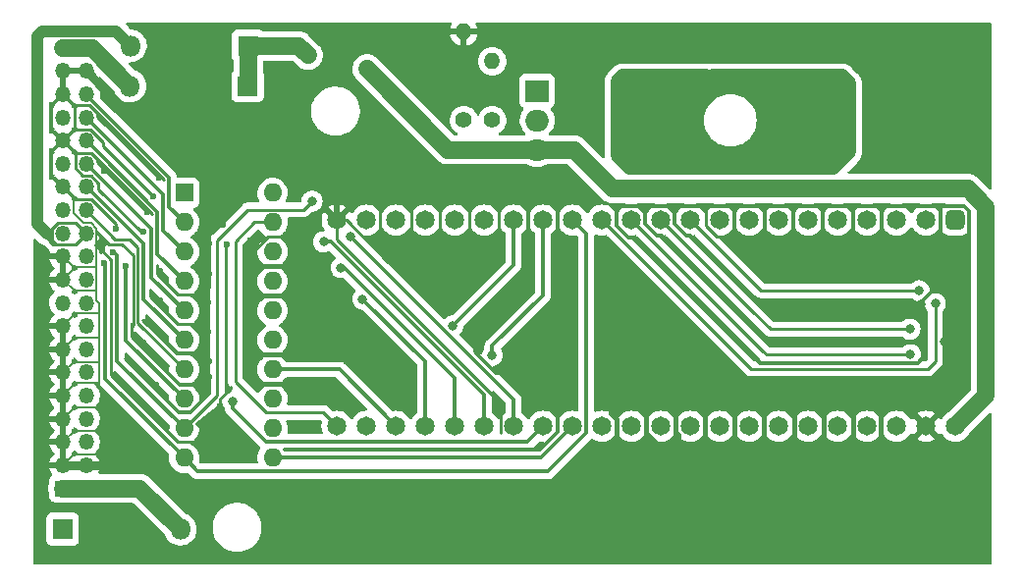
<source format=gbr>
%TF.GenerationSoftware,KiCad,Pcbnew,6.0.5-a6ca702e91~116~ubuntu21.10.1*%
%TF.CreationDate,2022-08-24T05:16:12-06:00*%
%TF.ProjectId,PowerBook_F4Lite_THTV1_2,506f7765-7242-46f6-9f6b-5f46344c6974,rev?*%
%TF.SameCoordinates,Original*%
%TF.FileFunction,Copper,L2,Bot*%
%TF.FilePolarity,Positive*%
%FSLAX46Y46*%
G04 Gerber Fmt 4.6, Leading zero omitted, Abs format (unit mm)*
G04 Created by KiCad (PCBNEW 6.0.5-a6ca702e91~116~ubuntu21.10.1) date 2022-08-24 05:16:12*
%MOMM*%
%LPD*%
G01*
G04 APERTURE LIST*
G04 Aperture macros list*
%AMRoundRect*
0 Rectangle with rounded corners*
0 $1 Rounding radius*
0 $2 $3 $4 $5 $6 $7 $8 $9 X,Y pos of 4 corners*
0 Add a 4 corners polygon primitive as box body*
4,1,4,$2,$3,$4,$5,$6,$7,$8,$9,$2,$3,0*
0 Add four circle primitives for the rounded corners*
1,1,$1+$1,$2,$3*
1,1,$1+$1,$4,$5*
1,1,$1+$1,$6,$7*
1,1,$1+$1,$8,$9*
0 Add four rect primitives between the rounded corners*
20,1,$1+$1,$2,$3,$4,$5,0*
20,1,$1+$1,$4,$5,$6,$7,0*
20,1,$1+$1,$6,$7,$8,$9,0*
20,1,$1+$1,$8,$9,$2,$3,0*%
G04 Aperture macros list end*
%TA.AperFunction,ComponentPad*%
%ADD10RoundRect,0.412500X-0.412500X0.412500X-0.412500X-0.412500X0.412500X-0.412500X0.412500X0.412500X0*%
%TD*%
%TA.AperFunction,ComponentPad*%
%ADD11C,1.650000*%
%TD*%
%TA.AperFunction,ComponentPad*%
%ADD12O,1.800000X1.800000*%
%TD*%
%TA.AperFunction,ComponentPad*%
%ADD13R,1.800000X1.800000*%
%TD*%
%TA.AperFunction,ComponentPad*%
%ADD14R,1.350000X1.350000*%
%TD*%
%TA.AperFunction,ComponentPad*%
%ADD15O,1.350000X1.350000*%
%TD*%
%TA.AperFunction,ComponentPad*%
%ADD16C,1.400000*%
%TD*%
%TA.AperFunction,ComponentPad*%
%ADD17O,1.400000X1.400000*%
%TD*%
%TA.AperFunction,ComponentPad*%
%ADD18R,2.000000X1.905000*%
%TD*%
%TA.AperFunction,ComponentPad*%
%ADD19O,2.000000X1.905000*%
%TD*%
%TA.AperFunction,ComponentPad*%
%ADD20R,1.600000X1.600000*%
%TD*%
%TA.AperFunction,ComponentPad*%
%ADD21O,1.600000X1.600000*%
%TD*%
%TA.AperFunction,ComponentPad*%
%ADD22C,1.270000*%
%TD*%
%TA.AperFunction,ViaPad*%
%ADD23C,0.600000*%
%TD*%
%TA.AperFunction,ViaPad*%
%ADD24C,0.800000*%
%TD*%
%TA.AperFunction,Conductor*%
%ADD25C,0.330000*%
%TD*%
%TA.AperFunction,Conductor*%
%ADD26C,0.250000*%
%TD*%
%TA.AperFunction,Conductor*%
%ADD27C,0.450000*%
%TD*%
%TA.AperFunction,Conductor*%
%ADD28C,0.750000*%
%TD*%
%TA.AperFunction,Conductor*%
%ADD29C,0.140000*%
%TD*%
%TA.AperFunction,Conductor*%
%ADD30C,0.500000*%
%TD*%
%TA.AperFunction,Conductor*%
%ADD31C,0.220000*%
%TD*%
%TA.AperFunction,Conductor*%
%ADD32C,1.000000*%
%TD*%
%TA.AperFunction,Conductor*%
%ADD33C,1.500000*%
%TD*%
G04 APERTURE END LIST*
D10*
%TO.P,U3,1,Ho*%
%TO.N,unconnected-(U3-Pad1)*%
X145211800Y-77739240D03*
D11*
%TO.P,U3,2,Hi*%
%TO.N,unconnected-(U3-Pad2)*%
X142671800Y-77739240D03*
%TO.P,U3,3,RST*%
%TO.N,unconnected-(U3-Pad3)*%
X140131800Y-77739240D03*
%TO.P,U3,4,V-*%
%TO.N,unconnected-(U3-Pad4)*%
X137591800Y-77739240D03*
%TO.P,U3,5,V+*%
%TO.N,unconnected-(U3-Pad5)*%
X135051800Y-77739240D03*
%TO.P,U3,6,A0*%
%TO.N,unconnected-(U3-Pad6)*%
X132511800Y-77739240D03*
%TO.P,U3,7,A1*%
%TO.N,unconnected-(U3-Pad7)*%
X129971800Y-77739240D03*
%TO.P,U3,8,A2*%
%TO.N,unconnected-(U3-Pad8)*%
X127431800Y-77739240D03*
%TO.P,U3,9,A3*%
%TO.N,unconnected-(U3-Pad9)*%
X124891800Y-77739240D03*
%TO.P,U3,10,SD_CD_CS_A4*%
%TO.N,SD_CD*%
X122351800Y-77739240D03*
%TO.P,U3,11,SD_CLK_A5*%
%TO.N,SD_CLK*%
X119811800Y-77739240D03*
%TO.P,U3,12,SD_DAT0_MISO_A6*%
%TO.N,MISO*%
X117271800Y-77739240D03*
%TO.P,U3,13,SD_CMD_MOSI_A7*%
%TO.N,MOSI*%
X114731800Y-77739240D03*
%TO.P,U3,14,ATN_A8*%
%TO.N,ATN*%
X112191800Y-77739240D03*
%TO.P,U3,15,BSY_A9*%
%TO.N,BSY*%
X109651800Y-77739240D03*
%TO.P,U3,16,ACK_A10*%
%TO.N,ACK*%
X107111800Y-77739240D03*
%TO.P,U3,17,A11*%
%TO.N,unconnected-(U3-Pad17)*%
X104571800Y-77739240D03*
%TO.P,U3,18,A12*%
%TO.N,unconnected-(U3-Pad18)*%
X102031800Y-77739240D03*
%TO.P,U3,19,A13*%
%TO.N,unconnected-(U3-Pad19)*%
X99491800Y-77739240D03*
%TO.P,U3,20,A14*%
%TO.N,unconnected-(U3-Pad20)*%
X96951800Y-77739240D03*
%TO.P,U3,21,RST_A15*%
%TO.N,RST*%
X94411800Y-77739240D03*
%TO.P,U3,22,GND*%
%TO.N,GND*%
X91871800Y-77739240D03*
%TO.P,U3,23,DBP_B0*%
%TO.N,DBParity*%
X91871800Y-95519240D03*
%TO.P,U3,24,B1*%
%TO.N,unconnected-(U3-Pad24)*%
X94411800Y-95519240D03*
%TO.P,U3,25,DB3_B2*%
%TO.N,DB3*%
X96951800Y-95519240D03*
%TO.P,U3,26,MSG_B3*%
%TO.N,MSG*%
X99491800Y-95519240D03*
%TO.P,U3,27,SEL_B4*%
%TO.N,SEL*%
X102031800Y-95519240D03*
%TO.P,U3,28,CD_B5*%
%TO.N,C_D*%
X104571800Y-95519240D03*
%TO.P,U3,29,REQ_B6*%
%TO.N,REQ*%
X107111800Y-95519240D03*
%TO.P,U3,30,IO_B7*%
%TO.N,I_O*%
X109651800Y-95519240D03*
%TO.P,U3,31,DB0_B8*%
%TO.N,DB0*%
X112191800Y-95519240D03*
%TO.P,U3,32,DB1_B9*%
%TO.N,DB1*%
X114731800Y-95519240D03*
%TO.P,U3,33,DB2_B10*%
%TO.N,DB2*%
X117271800Y-95519240D03*
%TO.P,U3,34,DB4_B12*%
%TO.N,DB4*%
X119811800Y-95519240D03*
%TO.P,U3,35,DB5_B13*%
%TO.N,DB5*%
X122351800Y-95519240D03*
%TO.P,U3,36,DB6_B14*%
%TO.N,DB6*%
X124891800Y-95519240D03*
%TO.P,U3,37,DB7_B15*%
%TO.N,DB7*%
X127431800Y-95519240D03*
%TO.P,U3,38,C15*%
%TO.N,unconnected-(U3-Pad38)*%
X129971800Y-95519240D03*
%TO.P,U3,39,C14*%
%TO.N,unconnected-(U3-Pad39)*%
X132511800Y-95519240D03*
%TO.P,U3,40,C13*%
%TO.N,unconnected-(U3-Pad40)*%
X135051800Y-95519240D03*
%TO.P,U3,41,VB*%
%TO.N,unconnected-(U3-Pad41)*%
X137591800Y-95519240D03*
%TO.P,U3,42,3.3v*%
%TO.N,3v3*%
X140131800Y-95519240D03*
%TO.P,U3,43,GND*%
%TO.N,GND*%
X142671800Y-95519240D03*
%TO.P,U3,44,5V*%
%TO.N,+5V*%
X145211800Y-95519240D03*
%TD*%
D12*
%TO.P,D2,2,A*%
%TO.N,Net-(D2-Pad2)*%
X78356460Y-104406700D03*
D13*
%TO.P,D2,1,K*%
%TO.N,Net-(D1-Pad1)*%
X68196460Y-104406700D03*
%TD*%
%TO.P,D1,1,K*%
%TO.N,Net-(D1-Pad1)*%
X84218780Y-62720220D03*
D12*
%TO.P,D1,2,A*%
%TO.N,Net-(D1-Pad2)*%
X74058780Y-62720220D03*
%TD*%
D13*
%TO.P,D3,1,K*%
%TO.N,Net-(D1-Pad1)*%
X84173060Y-66179700D03*
D12*
%TO.P,D3,2,A*%
%TO.N,Net-(D3-Pad2)*%
X74013060Y-66179700D03*
%TD*%
D14*
%TO.P,J2,1,+5_L*%
%TO.N,Net-(D2-Pad2)*%
X68232020Y-100892940D03*
D15*
%TO.P,J2,2,+5_L*%
X70232020Y-100892940D03*
%TO.P,J2,3,GND*%
%TO.N,GND*%
X68232020Y-98892940D03*
%TO.P,J2,4,GND*%
X70232020Y-98892940D03*
%TO.P,J2,5,GND*%
X68232020Y-96892940D03*
%TO.P,J2,6,DB0*%
%TO.N,DB0*%
X70232020Y-96892940D03*
%TO.P,J2,7,GND*%
%TO.N,GND*%
X68232020Y-94892940D03*
%TO.P,J2,8,DB1*%
%TO.N,DB1*%
X70232020Y-94892940D03*
%TO.P,J2,9,GND*%
%TO.N,GND*%
X68232020Y-92892940D03*
%TO.P,J2,10,DB2*%
%TO.N,DB2*%
X70232020Y-92892940D03*
%TO.P,J2,11,GND*%
%TO.N,GND*%
X68232020Y-90892940D03*
%TO.P,J2,12,DB3*%
%TO.N,DB3*%
X70232020Y-90892940D03*
%TO.P,J2,13,GND*%
%TO.N,GND*%
X68232020Y-88892940D03*
%TO.P,J2,14,DB4*%
%TO.N,DB4*%
X70232020Y-88892940D03*
%TO.P,J2,15,GND*%
%TO.N,GND*%
X68232020Y-86892940D03*
%TO.P,J2,16,DB5*%
%TO.N,DB5*%
X70232020Y-86892940D03*
%TO.P,J2,18,DB6*%
%TO.N,DB6*%
X70232020Y-84892940D03*
%TO.P,J2,19,GND*%
%TO.N,GND*%
X68232020Y-82892940D03*
%TO.P,J2,20,DB7*%
%TO.N,DB7*%
X70232020Y-82892940D03*
%TO.P,J2,21,GND*%
%TO.N,GND*%
X68232020Y-80892940D03*
%TO.P,J2,22,PARITY*%
%TO.N,DBParity*%
X70232020Y-80892940D03*
%TO.P,J2,23,GND*%
%TO.N,GND*%
X68232020Y-78892940D03*
%TO.P,J2,24,TERMPWR*%
%TO.N,Net-(D1-Pad2)*%
X70232020Y-78892940D03*
%TO.P,J2,25,ATN*%
%TO.N,ATN*%
X68232020Y-76892940D03*
%TO.P,J2,26,BSY*%
%TO.N,BSY*%
X70232020Y-76892940D03*
%TO.P,J2,27,GND*%
%TO.N,GND*%
X68232020Y-74892940D03*
%TO.P,J2,28,ACK*%
%TO.N,ACK*%
X70232020Y-74892940D03*
%TO.P,J2,29,RST*%
%TO.N,RST*%
X68232020Y-72892940D03*
%TO.P,J2,30,MSG*%
%TO.N,MSG*%
X70232020Y-72892940D03*
%TO.P,J2,31,GND*%
%TO.N,GND*%
X68232020Y-70892940D03*
%TO.P,J2,32,SEL*%
%TO.N,SEL*%
X70232020Y-70892940D03*
%TO.P,J2,33,I/O*%
%TO.N,I_O*%
X68232020Y-68892940D03*
%TO.P,J2,34,C/D*%
%TO.N,C_D*%
X70232020Y-68892940D03*
%TO.P,J2,35,GND*%
%TO.N,GND*%
X68232020Y-66892940D03*
%TO.P,J2,36,REQ*%
%TO.N,REQ*%
X70232020Y-66892940D03*
%TO.P,J2,37,GND*%
%TO.N,GND*%
X68232020Y-64892940D03*
%TO.P,J2,38,GND*%
X70232020Y-64892940D03*
%TO.P,J2,39,+5_M*%
%TO.N,Net-(D3-Pad2)*%
X68232020Y-62892940D03*
%TO.P,J2,40,+5_M*%
X70232020Y-62892940D03*
%TO.P,J2,NC*%
%TO.N,N/C*%
X68232020Y-84892940D03*
%TD*%
D16*
%TO.P,R1,1*%
%TO.N,Net-(C2-Pad1)*%
X102802594Y-69135792D03*
D17*
%TO.P,R1,2*%
%TO.N,GND*%
X102802594Y-61515792D03*
%TD*%
D16*
%TO.P,R2,1*%
%TO.N,VBUS*%
X105261315Y-69135793D03*
D17*
%TO.P,R2,2*%
%TO.N,Net-(C2-Pad1)*%
X105261315Y-64055793D03*
%TD*%
D18*
%TO.P,U1,1,GND*%
%TO.N,Net-(C2-Pad1)*%
X109134815Y-66608493D03*
D19*
%TO.P,U1,2,VO*%
%TO.N,VBUS*%
X109134815Y-69148493D03*
%TO.P,U1,3,VI*%
%TO.N,+5V*%
X109134815Y-71688493D03*
%TD*%
D20*
%TO.P,U2,1,2.85v*%
%TO.N,VBUS*%
X78689200Y-75402440D03*
D21*
%TO.P,U2,2,Term1*%
%TO.N,REQ*%
X78689200Y-77942440D03*
%TO.P,U2,3,Term2*%
%TO.N,C_D*%
X78689200Y-80482440D03*
%TO.P,U2,4,Term3*%
%TO.N,SEL*%
X78689200Y-83022440D03*
%TO.P,U2,5,Term4*%
%TO.N,MSG*%
X78689200Y-85562440D03*
%TO.P,U2,6,Term5*%
%TO.N,ACK*%
X78689200Y-88102440D03*
%TO.P,U2,7,Term6*%
%TO.N,BSY*%
X78689200Y-90642440D03*
%TO.P,U2,8,Term7*%
%TO.N,I_O*%
X78689200Y-93182440D03*
%TO.P,U2,9,Term8*%
%TO.N,RST*%
X78689200Y-95722440D03*
%TO.P,U2,10,Term9*%
%TO.N,ATN*%
X78689200Y-98262440D03*
%TO.P,U2,11,Term10*%
%TO.N,DB0*%
X86309200Y-98262440D03*
%TO.P,U2,12,Term11*%
%TO.N,DB1*%
X86309200Y-95722440D03*
%TO.P,U2,13,Term12*%
%TO.N,DB2*%
X86309200Y-93182440D03*
%TO.P,U2,14,Term13*%
%TO.N,DB3*%
X86309200Y-90642440D03*
%TO.P,U2,15,Term14*%
%TO.N,DB4*%
X86309200Y-88102440D03*
%TO.P,U2,16,Term15*%
%TO.N,DB5*%
X86309200Y-85562440D03*
%TO.P,U2,17,Term16*%
%TO.N,DB6*%
X86309200Y-83022440D03*
%TO.P,U2,18,Term17*%
%TO.N,DB7*%
X86309200Y-80482440D03*
%TO.P,U2,19,Term18*%
%TO.N,DBParity*%
X86309200Y-77942440D03*
%TO.P,U2,20,2.85v*%
%TO.N,VBUS*%
X86309200Y-75402440D03*
%TD*%
D22*
%TO.P,F1,1*%
%TO.N,Net-(D1-Pad1)*%
X89372440Y-63545720D03*
%TO.P,F1,2*%
%TO.N,+5V*%
X94452440Y-64688720D03*
%TD*%
D23*
%TO.N,GND*%
X81808320Y-93850460D03*
X117366038Y-91759782D03*
X81130140Y-95735140D03*
X87215980Y-101099620D03*
X89855819Y-95264461D03*
X87805260Y-83708240D03*
X76635610Y-84684870D03*
X109287801Y-86772259D03*
X110831630Y-79002890D03*
D24*
X84998560Y-69321680D03*
D23*
X84340000Y-91060000D03*
X80853280Y-89908380D03*
X99268280Y-63207900D03*
X100959920Y-61379100D03*
X89087960Y-72229980D03*
X82649060Y-95737680D03*
D24*
X143070000Y-82650000D03*
D23*
X107327700Y-89931240D03*
X80863440Y-79789020D03*
X88300000Y-87440000D03*
D24*
X144240000Y-88250000D03*
D23*
X82390000Y-79830000D03*
X74688700Y-98402140D03*
D24*
X83779360Y-69321680D03*
D23*
X71820000Y-73460000D03*
X75150000Y-78790000D03*
X77167740Y-95618300D03*
X80876140Y-91295220D03*
X80280000Y-92700000D03*
X80863440Y-82349340D03*
D24*
X77624940Y-71737220D03*
X75107800Y-88404700D03*
D23*
X84220000Y-87040000D03*
D24*
X142220000Y-85020000D03*
D23*
X111533940Y-89969340D03*
D24*
X75984100Y-70497700D03*
D23*
X84119720Y-98209100D03*
X87861140Y-81170780D03*
X80881220Y-98209100D03*
X66377820Y-106657140D03*
X118550204Y-90494336D03*
X82077560Y-77122020D03*
X84310000Y-81960000D03*
X80756760Y-87398860D03*
D24*
X130390000Y-85390000D03*
D23*
X73441560Y-95826580D03*
X87920000Y-85910000D03*
D24*
X79621380Y-71704200D03*
D23*
X96866570Y-81347450D03*
X95801180Y-79159100D03*
X72826111Y-78509629D03*
X115155980Y-100121720D03*
D24*
X130430000Y-88250000D03*
D23*
X95746570Y-76102210D03*
X111765080Y-81592420D03*
X108273710Y-81347450D03*
X119812286Y-89123034D03*
X104841508Y-61437052D03*
X88638380Y-88788240D03*
X76645770Y-82094070D03*
X106066450Y-81347450D03*
X76260739Y-91957939D03*
X74200000Y-90060000D03*
D24*
X142270000Y-88250000D03*
D23*
X110919260Y-94155260D03*
D24*
X140230000Y-88250000D03*
D23*
X84170000Y-89400000D03*
X108397040Y-94068900D03*
X80779620Y-84869020D03*
X97315020Y-64996060D03*
X97061020Y-91831160D03*
X84180000Y-84490000D03*
X75660000Y-86667340D03*
X76020000Y-75660000D03*
X76490000Y-74090000D03*
X75500000Y-77050000D03*
D24*
X147563840Y-106669840D03*
D23*
X72975721Y-98392999D03*
X101576361Y-84608179D03*
X88988900Y-91831160D03*
X105830000Y-93980000D03*
X111765080Y-84198460D03*
X98231960Y-94155260D03*
X71570000Y-79520000D03*
X113474500Y-76205080D03*
X110659401Y-86772259D03*
X108374180Y-75989180D03*
X88374220Y-95948500D03*
X84430000Y-79540000D03*
X103724850Y-87237430D03*
D24*
%TO.N,VBUS*%
X120650000Y-69138800D03*
X123606560Y-65493900D03*
X123576080Y-73101200D03*
D23*
%TO.N,ATN*%
X71780000Y-81440000D03*
D24*
%TO.N,BSY*%
X105260000Y-89410000D03*
%TO.N,ACK*%
X101851460Y-86862920D03*
D23*
%TO.N,RST*%
X72550000Y-80500000D03*
D24*
X89722960Y-76106020D03*
%TO.N,MSG*%
X94079060Y-84554060D03*
%TO.N,SEL*%
X92215338Y-81849598D03*
%TO.N,C_D*%
X90718640Y-79620110D03*
%TO.N,REQ*%
X93032580Y-79176242D03*
D23*
%TO.N,I_O*%
X73670000Y-81710000D03*
D24*
X82882740Y-93362780D03*
%TO.N,SD_CD*%
X142060000Y-83840000D03*
%TO.N,SD_CLK*%
X141275000Y-87155000D03*
%TO.N,MISO*%
X141325000Y-89355000D03*
%TO.N,MOSI*%
X143465000Y-84955000D03*
%TD*%
D25*
%TO.N,GND*%
X78189040Y-71833520D02*
X80139760Y-71833520D01*
X80139760Y-71833520D02*
X82407540Y-71833520D01*
D26*
X80863440Y-82349340D02*
X80863440Y-83517740D01*
X80863440Y-79789020D02*
X80863440Y-82349340D01*
X82077560Y-77122020D02*
X82077560Y-78209140D01*
D25*
X111765080Y-81592420D02*
X111765080Y-79936340D01*
X111765080Y-84198460D02*
X111765080Y-81592420D01*
D26*
X95801180Y-79159100D02*
X95561801Y-78919721D01*
D27*
X118521801Y-96096141D02*
X118521801Y-94696601D01*
D25*
X131253219Y-76549239D02*
X131253219Y-79330561D01*
D28*
X72475780Y-98892940D02*
X72975721Y-98392999D01*
D25*
X130430000Y-88250000D02*
X129060000Y-88250000D01*
D27*
X115483640Y-80020160D02*
X115483640Y-94421078D01*
D26*
X71670000Y-79310000D02*
X71181531Y-78821531D01*
X76020000Y-75660000D02*
X71720000Y-71360000D01*
X71720000Y-71038108D02*
X70625321Y-69943429D01*
D29*
X71127021Y-84708401D02*
X71127021Y-83861239D01*
D25*
X128670000Y-85410000D02*
X122360000Y-79100000D01*
D26*
X78020738Y-89281000D02*
X75092560Y-86352822D01*
X103294180Y-79573120D02*
X103294180Y-76626720D01*
D27*
X84612480Y-84411820D02*
X84612480Y-82128360D01*
X133852289Y-96592289D02*
X133860000Y-96600000D01*
D25*
X128746261Y-76549239D02*
X128746261Y-78797139D01*
D29*
X70656922Y-77993240D02*
X70007718Y-77993240D01*
D27*
X122219720Y-99794060D02*
X121269760Y-98844100D01*
D25*
X118461801Y-78094841D02*
X118461801Y-77168039D01*
D26*
X105961799Y-93539101D02*
X105961799Y-96065959D01*
D25*
X82407540Y-71833520D02*
X83776380Y-70464680D01*
D26*
X80017839Y-96847441D02*
X78149199Y-96847441D01*
D27*
X126141801Y-96119241D02*
X126141801Y-94409581D01*
X84612480Y-87026922D02*
X84612480Y-91224100D01*
D25*
X133732259Y-76549239D02*
X133732259Y-79609961D01*
X118461801Y-77168039D02*
X117843001Y-76549239D01*
D29*
X69175939Y-81949021D02*
X69175939Y-81836859D01*
X71361300Y-84942680D02*
X71127021Y-84708401D01*
D25*
X117621061Y-76549239D02*
X115853221Y-76549239D01*
D29*
X69192140Y-97932820D02*
X71180380Y-97932820D01*
D27*
X84851961Y-86787441D02*
X84612480Y-87026922D01*
D29*
X71278039Y-85787941D02*
X71361300Y-85704680D01*
D26*
X71190000Y-72740000D02*
X71190000Y-72472496D01*
D27*
X86933482Y-91831160D02*
X88988900Y-91831160D01*
D30*
X84998560Y-69321680D02*
X87091520Y-69321680D01*
D29*
X69200320Y-87924640D02*
X71361300Y-87924640D01*
D25*
X138813540Y-76608940D02*
X138813540Y-78793340D01*
D26*
X96866570Y-81347450D02*
X98507410Y-81347450D01*
D27*
X115981801Y-94919239D02*
X115981801Y-97124199D01*
D26*
X71720000Y-71360000D02*
X71720000Y-71038108D01*
D25*
X146401810Y-77004682D02*
X146401810Y-79089230D01*
X110831630Y-86203790D02*
X106116120Y-90919300D01*
D26*
X79928720Y-89281000D02*
X78020738Y-89281000D01*
D29*
X69127021Y-89997939D02*
X71231101Y-89997939D01*
D25*
X142270000Y-88250000D02*
X140230000Y-88250000D01*
D26*
X69181531Y-69943429D02*
X68232020Y-70892940D01*
X72397369Y-81207369D02*
X71670000Y-80480000D01*
D25*
X115999260Y-76794360D02*
X115999260Y-78229260D01*
D27*
X121269760Y-98844100D02*
X118521801Y-96096141D01*
X127205740Y-99794060D02*
X128681801Y-98317999D01*
D29*
X71361300Y-92047060D02*
X71361300Y-91861640D01*
X68232020Y-80892940D02*
X69175939Y-81836859D01*
D27*
X131312289Y-93667711D02*
X131312289Y-96672289D01*
D26*
X91871800Y-79449102D02*
X105961799Y-93539101D01*
D25*
X142560000Y-88250000D02*
X142270000Y-88250000D01*
D26*
X106066450Y-79155150D02*
X105816400Y-78905100D01*
D31*
X69287941Y-67827941D02*
X70517605Y-67827941D01*
D27*
X128681801Y-98317999D02*
X128681801Y-93548199D01*
D29*
X69127021Y-75787941D02*
X68232020Y-74892940D01*
D26*
X70625321Y-69943429D02*
X69226571Y-69943429D01*
D25*
X145946367Y-76549239D02*
X146401810Y-77004682D01*
D26*
X80139760Y-73578940D02*
X80863440Y-74302620D01*
D25*
X141235419Y-76549239D02*
X141401800Y-76715620D01*
D31*
X70517605Y-67827941D02*
X76951840Y-74262176D01*
D26*
X96866570Y-80224490D02*
X95801180Y-79159100D01*
X70660933Y-73943429D02*
X71280000Y-74562496D01*
X103724850Y-87237430D02*
X103724850Y-89093032D01*
D25*
X129060000Y-88250000D02*
X119890000Y-79080000D01*
D29*
X71231101Y-89997939D02*
X71361300Y-89867740D01*
D25*
X141570000Y-85390000D02*
X130390000Y-85390000D01*
D27*
X126116080Y-96144962D02*
X126141801Y-96119241D01*
D29*
X68232020Y-92892940D02*
X69337019Y-91787941D01*
D26*
X74155300Y-87773542D02*
X74155300Y-86969600D01*
X75000000Y-78790000D02*
X75150000Y-78790000D01*
X75500000Y-77050000D02*
X71190000Y-72740000D01*
D25*
X88786479Y-95264461D02*
X88374220Y-95676720D01*
X143877041Y-76549239D02*
X145946367Y-76549239D01*
X80876140Y-91295220D02*
X80248760Y-91922600D01*
D27*
X133868199Y-93548199D02*
X133852289Y-93564109D01*
X123634500Y-99501960D02*
X123634500Y-95745300D01*
D25*
X75276710Y-86414152D02*
X78143558Y-89281000D01*
D26*
X85914198Y-79212440D02*
X87086440Y-79212440D01*
D25*
X110921800Y-76205080D02*
X110921800Y-78912720D01*
D26*
X76352400Y-82350642D02*
X76352400Y-81653380D01*
X71190000Y-72472496D02*
X71163752Y-72446248D01*
D27*
X136468199Y-93548199D02*
X138668199Y-93548199D01*
D26*
X80233739Y-84147441D02*
X78149199Y-84147441D01*
D25*
X110921800Y-78912720D02*
X110831630Y-79002890D01*
X110831630Y-79002890D02*
X110831630Y-86203790D01*
D26*
X72169520Y-79809520D02*
X71670000Y-79310000D01*
D31*
X68232020Y-66892940D02*
X69167021Y-67827941D01*
D26*
X96866570Y-81347450D02*
X96276790Y-81347450D01*
X72397370Y-89377270D02*
X72389790Y-89369690D01*
X72389790Y-89108490D02*
X72397369Y-89100911D01*
D29*
X71361300Y-91861640D02*
X71361300Y-89867740D01*
D28*
X70232020Y-64892940D02*
X71856600Y-66517520D01*
D27*
X136392289Y-93624109D02*
X136392289Y-96617711D01*
D26*
X80139760Y-71833520D02*
X80139760Y-72545160D01*
X74293521Y-80773521D02*
X73329520Y-79809520D01*
D25*
X117530000Y-79260000D02*
X128190000Y-89920000D01*
D29*
X71287601Y-91787941D02*
X71361300Y-91861640D01*
D26*
X71210000Y-68810000D02*
X71210000Y-68590000D01*
D31*
X69167021Y-67827941D02*
X69287941Y-67827941D01*
D25*
X120383001Y-76549239D02*
X123691661Y-76549239D01*
D29*
X69175939Y-81836859D02*
X71127021Y-81836859D01*
D26*
X79219841Y-86687441D02*
X78149199Y-86687441D01*
D29*
X70871080Y-95918020D02*
X70873620Y-95920560D01*
D25*
X67242019Y-71882941D02*
X67242019Y-73902939D01*
D27*
X139118199Y-93548199D02*
X139270000Y-93700000D01*
D26*
X80139760Y-71833520D02*
X80139760Y-73578940D01*
X74155300Y-86969600D02*
X74293521Y-86831379D01*
D27*
X121061801Y-96079243D02*
X121061801Y-94551821D01*
D25*
X142560000Y-88250000D02*
X142560000Y-86380000D01*
X80876140Y-92719702D02*
X79248401Y-94347441D01*
X80248760Y-91922600D02*
X78304358Y-91922600D01*
X129830000Y-85390000D02*
X129810000Y-85410000D01*
X79854201Y-95306985D02*
X81808320Y-93850460D01*
X143877041Y-76549239D02*
X143877041Y-79485501D01*
D31*
X69297019Y-75957939D02*
X70680821Y-75957939D01*
D25*
X128746261Y-76549239D02*
X131253219Y-76549239D01*
D29*
X68232020Y-90892940D02*
X69127021Y-89997939D01*
D27*
X84776859Y-84247441D02*
X87139059Y-84247441D01*
D31*
X70680821Y-75957939D02*
X72826111Y-78103229D01*
D25*
X115999260Y-78229260D02*
X117030000Y-79260000D01*
D27*
X123634500Y-95745300D02*
X123601801Y-95712601D01*
D26*
X84612480Y-82128360D02*
X84612480Y-80514158D01*
D27*
X123342400Y-99794060D02*
X123634500Y-99501960D01*
D29*
X69127021Y-77112543D02*
X69127021Y-75787941D01*
D31*
X81808320Y-93850460D02*
X81808320Y-93504510D01*
D26*
X81808320Y-93181680D02*
X82470000Y-92520000D01*
D25*
X108374180Y-81246980D02*
X108273710Y-81347450D01*
D29*
X69244020Y-93880940D02*
X71391780Y-93880940D01*
D26*
X69939697Y-73943429D02*
X70660933Y-73943429D01*
X69226571Y-67889311D02*
X69287941Y-67827941D01*
X82700000Y-92290000D02*
X82700000Y-92140000D01*
D27*
X138791311Y-93671311D02*
X138791311Y-96458689D01*
D25*
X128190000Y-89950000D02*
X128309511Y-90069511D01*
D29*
X71361300Y-85704680D02*
X71361300Y-84942680D01*
D26*
X105551118Y-90919300D02*
X106116120Y-90919300D01*
X96866570Y-81347450D02*
X96866570Y-80509250D01*
D25*
X133732259Y-76549239D02*
X136343401Y-76549239D01*
D27*
X84612480Y-82128360D02*
X85033399Y-81707441D01*
D26*
X82077560Y-74482960D02*
X82077560Y-77122020D01*
D31*
X68232020Y-74892940D02*
X69297019Y-75957939D01*
D26*
X80139760Y-72545160D02*
X82077560Y-74482960D01*
X72389790Y-89369690D02*
X72389790Y-89108490D01*
D29*
X69337019Y-91787941D02*
X71287601Y-91787941D01*
D25*
X67242019Y-67882941D02*
X67242019Y-69902939D01*
X78143558Y-89281000D02*
X79928720Y-89281000D01*
D27*
X87324479Y-81707441D02*
X87861140Y-81170780D01*
D26*
X101576361Y-84608179D02*
X101576361Y-81290939D01*
D25*
X108374180Y-75989180D02*
X108374180Y-81246980D01*
X88374220Y-95676720D02*
X88374220Y-95948500D01*
D26*
X68232020Y-70892940D02*
X69282509Y-71943429D01*
D27*
X121269760Y-96287202D02*
X121061801Y-96079243D01*
D25*
X140230000Y-88250000D02*
X130430000Y-88250000D01*
D26*
X92668580Y-77739240D02*
X91871800Y-77739240D01*
D25*
X131253219Y-76549239D02*
X133732259Y-76549239D01*
D26*
X80789780Y-78209140D02*
X79931479Y-79067441D01*
X123691661Y-76549239D02*
X123691661Y-78241103D01*
D30*
X87091520Y-69321680D02*
X91871800Y-74101960D01*
D27*
X138791311Y-96458689D02*
X138760000Y-96490000D01*
D25*
X108273710Y-81347450D02*
X108273710Y-82889230D01*
D26*
X106066450Y-81347450D02*
X106066450Y-79155150D01*
X82470000Y-92520000D02*
X82700000Y-92290000D01*
D27*
X133852289Y-93564109D02*
X133852289Y-96592289D01*
D25*
X110919260Y-94155260D02*
X110919260Y-96012982D01*
D29*
X68232020Y-94892940D02*
X69244020Y-93880940D01*
D25*
X142560000Y-86380000D02*
X141570000Y-85390000D01*
X121001801Y-77168039D02*
X120383001Y-76549239D01*
D27*
X84612480Y-91224100D02*
X85255821Y-91867441D01*
D26*
X71280000Y-75070000D02*
X75000000Y-78790000D01*
D29*
X71127021Y-78463339D02*
X70656922Y-77993240D01*
D27*
X84612480Y-87026922D02*
X84612480Y-84411820D01*
X121269760Y-98844100D02*
X121269760Y-96287202D01*
D25*
X82756316Y-98209100D02*
X79854201Y-95306985D01*
D26*
X76490000Y-74090000D02*
X71210000Y-68810000D01*
D25*
X67242019Y-69902939D02*
X68232020Y-70892940D01*
X123691661Y-76549239D02*
X126119879Y-76549239D01*
D26*
X98247200Y-79128620D02*
X98247200Y-76471780D01*
D25*
X119890000Y-79080000D02*
X119446960Y-79080000D01*
D29*
X68232020Y-98892940D02*
X69192140Y-97932820D01*
D25*
X130390000Y-85390000D02*
X129830000Y-85390000D01*
D26*
X100771960Y-79082900D02*
X100771960Y-76761340D01*
D27*
X87678260Y-83708240D02*
X87805260Y-83708240D01*
X128681801Y-93218321D02*
X115483640Y-80020160D01*
D26*
X82077560Y-94787720D02*
X81130140Y-95735140D01*
D27*
X136392289Y-96617711D02*
X136350000Y-96660000D01*
D26*
X80863440Y-74302620D02*
X80863440Y-79789020D01*
D25*
X136343401Y-76549239D02*
X138753839Y-76549239D01*
X80876140Y-91295220D02*
X80876140Y-92719702D01*
D26*
X81808320Y-93850460D02*
X81808320Y-93181680D01*
D32*
X85205010Y-69321680D02*
X83779360Y-69321680D01*
D25*
X110919260Y-96012982D02*
X109355602Y-97576640D01*
D29*
X70873620Y-95920560D02*
X71498460Y-95920560D01*
D26*
X96866570Y-80509250D02*
X98247200Y-79128620D01*
D27*
X136468199Y-93548199D02*
X136392289Y-93624109D01*
D29*
X73441560Y-95826580D02*
X73441560Y-94127320D01*
X69200319Y-83861239D02*
X71127021Y-83861239D01*
D26*
X71670000Y-80480000D02*
X71670000Y-79310000D01*
D29*
X71127021Y-83861239D02*
X71127021Y-81836859D01*
D25*
X113474500Y-76205080D02*
X110921800Y-76205080D01*
D29*
X68232020Y-82892940D02*
X69175939Y-81949021D01*
D27*
X131431801Y-93548199D02*
X133868199Y-93548199D01*
D25*
X74918841Y-88392999D02*
X74302620Y-87776778D01*
X84119720Y-98209100D02*
X82756316Y-98209100D01*
D30*
X91871800Y-74101960D02*
X91871800Y-77739240D01*
D25*
X138753839Y-76549239D02*
X138813540Y-76608940D01*
D26*
X98507410Y-81347450D02*
X100771960Y-79082900D01*
X72397369Y-89100911D02*
X72397369Y-81207369D01*
D29*
X71127021Y-81836859D02*
X71127021Y-78463339D01*
D25*
X122360000Y-79100000D02*
X122006960Y-79100000D01*
X143240000Y-83800000D02*
X142220000Y-84820000D01*
D26*
X101576361Y-81290939D02*
X103294180Y-79573120D01*
D25*
X142560000Y-89450000D02*
X142560000Y-88250000D01*
D27*
X127205740Y-99794060D02*
X126116080Y-99794060D01*
X84612480Y-84411820D02*
X84776859Y-84247441D01*
X85255821Y-91867441D02*
X86897201Y-91867441D01*
D29*
X69337019Y-85787941D02*
X71278039Y-85787941D01*
D27*
X115483640Y-94421078D02*
X115981801Y-94919239D01*
D26*
X105816400Y-78905100D02*
X105816400Y-76715620D01*
D25*
X97326590Y-81347450D02*
X96866570Y-81347450D01*
D26*
X71280000Y-74562496D02*
X71280000Y-75070000D01*
D29*
X71361300Y-89867740D02*
X71361300Y-87924640D01*
D26*
X81130140Y-95735140D02*
X80017839Y-96847441D01*
D25*
X117030000Y-79260000D02*
X117530000Y-79260000D01*
D27*
X126116080Y-99794060D02*
X123342400Y-99794060D01*
D31*
X70680821Y-71957939D02*
X72870311Y-74147429D01*
D29*
X73441560Y-94127320D02*
X71361300Y-92047060D01*
D25*
X120383001Y-76549239D02*
X117621061Y-76549239D01*
D26*
X79804260Y-87271860D02*
X79219841Y-86687441D01*
D25*
X108273710Y-82889230D02*
X103925510Y-87237430D01*
X79248401Y-94347441D02*
X78184978Y-94347441D01*
X128190000Y-89920000D02*
X128190000Y-89950000D01*
X142220000Y-84820000D02*
X142220000Y-85020000D01*
D26*
X69226571Y-69943429D02*
X69181531Y-69943429D01*
D31*
X68232020Y-70892940D02*
X69297019Y-71957939D01*
D27*
X131431801Y-93548199D02*
X131312289Y-93667711D01*
D26*
X69282509Y-71943429D02*
X69282509Y-73286241D01*
X78149199Y-84147441D02*
X76352400Y-82350642D01*
D25*
X138753839Y-76549239D02*
X141235419Y-76549239D01*
D27*
X138668199Y-93548199D02*
X139118199Y-93548199D01*
D25*
X111765080Y-91831160D02*
X111765080Y-84198460D01*
X106066450Y-81347450D02*
X97326590Y-81347450D01*
D26*
X78149199Y-86687441D02*
X75778360Y-84316602D01*
D25*
X109355602Y-97576640D02*
X87358220Y-97576640D01*
D29*
X74155300Y-86969600D02*
X74155300Y-86653026D01*
D26*
X103724850Y-89093032D02*
X105551118Y-90919300D01*
D25*
X129810000Y-85410000D02*
X128670000Y-85410000D01*
D26*
X78304358Y-91922600D02*
X74155300Y-87773542D01*
X95561801Y-78919721D02*
X95561801Y-76589239D01*
D25*
X126119879Y-76549239D02*
X128746261Y-76549239D01*
X122006960Y-79100000D02*
X121001801Y-78094841D01*
X111765080Y-79936340D02*
X110831630Y-79002890D01*
D27*
X123601801Y-95712601D02*
X123601801Y-94498481D01*
X128681801Y-93548199D02*
X128681801Y-93218321D01*
X86897201Y-91867441D02*
X86933482Y-91831160D01*
D26*
X71210000Y-68590000D02*
X71234571Y-68565429D01*
D29*
X68232020Y-82892940D02*
X69200319Y-83861239D01*
X68232020Y-96892940D02*
X69206940Y-95918020D01*
D25*
X83776380Y-70464680D02*
X85067140Y-70464680D01*
D27*
X138668199Y-93548199D02*
X138791311Y-93671311D01*
D26*
X72397370Y-91095612D02*
X72397370Y-89377270D01*
D28*
X68232020Y-98892940D02*
X72475780Y-98892940D01*
D25*
X68232020Y-66892940D02*
X67242019Y-67882941D01*
D26*
X69226571Y-69943429D02*
X69226571Y-67889311D01*
D29*
X71361300Y-87924640D02*
X71361300Y-85704680D01*
D31*
X72870311Y-74147429D02*
X75946021Y-77223139D01*
D25*
X136343401Y-76549239D02*
X136343401Y-78982559D01*
X103925510Y-87237430D02*
X103724850Y-87237430D01*
X128309511Y-90069511D02*
X141940489Y-90069511D01*
D27*
X123342400Y-99794060D02*
X122219720Y-99794060D01*
X133868199Y-93548199D02*
X136468199Y-93548199D01*
D26*
X96276790Y-81347450D02*
X92668580Y-77739240D01*
X73329520Y-79809520D02*
X72169520Y-79809520D01*
X84612480Y-80514158D02*
X85914198Y-79212440D01*
D29*
X68232020Y-86892940D02*
X69337019Y-85787941D01*
D26*
X69282509Y-73286241D02*
X69939697Y-73943429D01*
D25*
X121001801Y-78094841D02*
X121001801Y-77168039D01*
D27*
X128681801Y-93548199D02*
X131431801Y-93548199D01*
D26*
X123691661Y-78241103D02*
X124584258Y-79133700D01*
X124584258Y-79133700D02*
X125232160Y-79133700D01*
D25*
X119446960Y-79080000D02*
X118461801Y-78094841D01*
D27*
X85033399Y-81707441D02*
X87324479Y-81707441D01*
D26*
X75778360Y-84316602D02*
X75778360Y-83703160D01*
X78149199Y-96847441D02*
X72397370Y-91095612D01*
D25*
X126119879Y-76549239D02*
X126119879Y-79061299D01*
X117843001Y-76549239D02*
X117621061Y-76549239D01*
X89855819Y-95264461D02*
X88786479Y-95264461D01*
D26*
X78184978Y-94343220D02*
X73517760Y-89676002D01*
X82077560Y-78209140D02*
X80789780Y-78209140D01*
D27*
X88099179Y-89327441D02*
X84886079Y-89327441D01*
D25*
X68232020Y-70892940D02*
X67242019Y-71882941D01*
D29*
X69206940Y-95918020D02*
X70871080Y-95918020D01*
D27*
X87139059Y-84247441D02*
X87678260Y-83708240D01*
X126116080Y-99794060D02*
X126116080Y-96144962D01*
D25*
X146401810Y-79089230D02*
X146276060Y-79214980D01*
D26*
X96866570Y-81347450D02*
X96866570Y-80224490D01*
D27*
X88638380Y-88788240D02*
X88099179Y-89327441D01*
D26*
X80863440Y-83517740D02*
X80233739Y-84147441D01*
D29*
X68232020Y-88892940D02*
X69200320Y-87924640D01*
D31*
X72826111Y-78103229D02*
X72826111Y-78509629D01*
D25*
X67242019Y-73902939D02*
X68232020Y-74892940D01*
D31*
X69297019Y-71957939D02*
X70680821Y-71957939D01*
D26*
X71181531Y-78821531D02*
X71181531Y-78717021D01*
X80345280Y-81066640D02*
X79804479Y-81607441D01*
D25*
X141940489Y-90069511D02*
X142560000Y-89450000D01*
D29*
X70007718Y-77993240D02*
X69127021Y-77112543D01*
D25*
X141235419Y-76549239D02*
X143877041Y-76549239D01*
D26*
X91871800Y-77739240D02*
X91871800Y-79449102D01*
X74293521Y-86831379D02*
X74293521Y-80773521D01*
D33*
%TO.N,VBUS*%
X135882380Y-66004440D02*
X135369300Y-65491360D01*
X116552980Y-65493900D02*
X116212620Y-65834260D01*
X135369300Y-65491360D02*
X124376180Y-65491360D01*
X116212620Y-72146160D02*
X117142260Y-73075800D01*
X123606560Y-65493900D02*
X116552980Y-65493900D01*
X117142260Y-73075800D02*
X134635240Y-73075800D01*
X135882380Y-66154300D02*
X135882380Y-66004440D01*
X135882380Y-71828660D02*
X135882380Y-66154300D01*
X116212620Y-65834260D02*
X116212620Y-72146160D01*
X134635240Y-73075800D02*
X135882380Y-71828660D01*
%TO.N,+5V*%
X115625880Y-75016360D02*
X146260820Y-75016360D01*
D32*
X109134815Y-71688493D02*
X109134815Y-71886613D01*
D33*
X101452213Y-71688493D02*
X104384847Y-71688493D01*
X146260820Y-75016360D02*
X147838510Y-76594050D01*
X112298013Y-71688493D02*
X115625880Y-75016360D01*
X147838510Y-92892530D02*
X145211800Y-95519240D01*
X109134815Y-71688493D02*
X104384847Y-71688493D01*
X147838510Y-76594050D02*
X147838510Y-92892530D01*
X109134815Y-71688493D02*
X112298013Y-71688493D01*
D32*
X109238876Y-71792554D02*
X109134815Y-71688493D01*
X109134815Y-71886613D02*
X109228873Y-71792554D01*
D33*
X94452440Y-64688720D02*
X101452213Y-71688493D01*
D25*
%TO.N,ATN*%
X71899780Y-91473020D02*
X78689200Y-98262440D01*
X112191800Y-77739240D02*
X113381801Y-78929241D01*
X71899780Y-81592888D02*
X71899780Y-91473020D01*
X113381801Y-96090441D02*
X110044801Y-99427441D01*
X110044801Y-99427441D02*
X79854201Y-99427441D01*
X113381801Y-78929241D02*
X113381801Y-96090441D01*
X71783108Y-81476216D02*
X71899780Y-81592888D01*
X79854201Y-99427441D02*
X78689200Y-98262440D01*
D26*
%TO.N,BSY*%
X78689200Y-90642440D02*
X74693041Y-86646281D01*
D25*
X105260000Y-89410000D02*
X105260000Y-88610580D01*
X105260000Y-88610580D02*
X109651800Y-84218780D01*
D26*
X74010000Y-79410000D02*
X72749080Y-79410000D01*
D25*
X109651800Y-84218780D02*
X109651800Y-77739240D01*
D26*
X74693041Y-80093041D02*
X74010000Y-79410000D01*
X74693041Y-86646281D02*
X74693041Y-80093041D01*
X72749080Y-79410000D02*
X70232020Y-76892940D01*
D25*
%TO.N,ACK*%
X101851460Y-86862920D02*
X101851460Y-86862920D01*
X75138280Y-80248760D02*
X75138280Y-80604360D01*
X75138280Y-80604360D02*
X75138280Y-84551520D01*
X75138280Y-79799200D02*
X75138280Y-80604360D01*
X107111800Y-81602580D02*
X101851460Y-86862920D01*
X107111800Y-77739240D02*
X107111800Y-81602580D01*
X75311012Y-84724252D02*
X78689200Y-88102440D01*
X70232020Y-74892940D02*
X75138280Y-79799200D01*
X75138280Y-84551520D02*
X75311012Y-84724252D01*
%TO.N,RST*%
X89722960Y-76106020D02*
X89796620Y-76032360D01*
X72887379Y-89920619D02*
X72887379Y-80786779D01*
X78689200Y-95722440D02*
X72887379Y-89920619D01*
D26*
X81530000Y-79520000D02*
X81530000Y-92881640D01*
D25*
X72887379Y-80786779D02*
X72605900Y-80505300D01*
D26*
X89722960Y-76106020D02*
X88961051Y-76867929D01*
X84182071Y-76867929D02*
X81530000Y-79520000D01*
X88961051Y-76867929D02*
X84182071Y-76867929D01*
X81530000Y-92881640D02*
X78689200Y-95722440D01*
D25*
%TO.N,MSG*%
X94079060Y-84554060D02*
X93964760Y-84439760D01*
X75841022Y-78501942D02*
X75841022Y-80014242D01*
X75841022Y-80014242D02*
X75841022Y-82714262D01*
X75841022Y-82714262D02*
X78689200Y-85562440D01*
X99491800Y-95519240D02*
X99491800Y-89966800D01*
X75841022Y-79757702D02*
X75841022Y-80014242D01*
X70232020Y-72892940D02*
X75841022Y-78501942D01*
X99491800Y-89966800D02*
X94079060Y-84554060D01*
%TO.N,SEL*%
X92215338Y-81849598D02*
X92215338Y-81849598D01*
X92506800Y-81849598D02*
X92215338Y-81849598D01*
X102031800Y-95519240D02*
X102031800Y-91374598D01*
X102031800Y-91374598D02*
X92506800Y-81849598D01*
X76371031Y-80704271D02*
X76371031Y-77031951D01*
X71421990Y-72082910D02*
X70232020Y-70892940D01*
X78689200Y-83022440D02*
X76371031Y-80704271D01*
X76371031Y-77031951D02*
X71421990Y-72082910D01*
%TO.N,C_D*%
X104571800Y-95519240D02*
X104571800Y-92842080D01*
X76901040Y-78694280D02*
X78689200Y-80482440D01*
X91349830Y-79620110D02*
X90718640Y-79620110D01*
X76901040Y-75561960D02*
X76901040Y-78694280D01*
X104571800Y-92842080D02*
X91349830Y-79620110D01*
X70232020Y-68892940D02*
X76901040Y-75561960D01*
%TO.N,REQ*%
X93032580Y-79176242D02*
X93032580Y-79176242D01*
X78689200Y-77942440D02*
X77381050Y-76634290D01*
X107111800Y-93255462D02*
X93032580Y-79176242D01*
X77381050Y-74090332D02*
X70232020Y-66941302D01*
X107111800Y-95519240D02*
X107111800Y-93255462D01*
X77381050Y-76634290D02*
X77381050Y-74090332D01*
X70232020Y-66941302D02*
X70232020Y-66892940D01*
%TO.N,I_O*%
X82882740Y-93362780D02*
X82882740Y-93362780D01*
X82882740Y-94020182D02*
X82882740Y-93362780D01*
X108283599Y-96887441D02*
X85749999Y-96887441D01*
X85749999Y-96887441D02*
X82882740Y-94020182D01*
X73652380Y-88145620D02*
X78689200Y-93182440D01*
X109651800Y-95519240D02*
X108283599Y-96887441D01*
X73652380Y-81706720D02*
X73652380Y-88145620D01*
%TO.N,DB0*%
X86309200Y-98262440D02*
X109448600Y-98262440D01*
X109448600Y-98262440D02*
X112191800Y-95519240D01*
D26*
%TO.N,SD_CD*%
X122351800Y-77739240D02*
X128452560Y-83840000D01*
X128452560Y-83840000D02*
X142060000Y-83840000D01*
%TO.N,SD_CLK*%
X141275000Y-87155000D02*
X129227560Y-87155000D01*
X119811800Y-77739240D02*
X127662560Y-85590000D01*
X129227560Y-87155000D02*
X127662560Y-85590000D01*
%TO.N,MISO*%
X141325000Y-89355000D02*
X128887560Y-89355000D01*
X128887560Y-89355000D02*
X128632560Y-89100000D01*
X117271800Y-77739240D02*
X128632560Y-89100000D01*
%TO.N,MOSI*%
X142830000Y-90590000D02*
X143465000Y-89955000D01*
X143465000Y-89955000D02*
X143465000Y-84955000D01*
X127582560Y-90590000D02*
X142830000Y-90590000D01*
X114731800Y-77739240D02*
X127582560Y-90590000D01*
%TO.N,DBParity*%
X85749999Y-94347441D02*
X90700001Y-94347441D01*
D25*
X86669880Y-77942440D02*
X86309200Y-77942440D01*
D26*
X84767560Y-77942440D02*
X83100000Y-79610000D01*
X86309200Y-77942440D02*
X84767560Y-77942440D01*
X83100000Y-79610000D02*
X83100000Y-91697442D01*
X83100000Y-91697442D02*
X85749999Y-94347441D01*
X90700001Y-94347441D02*
X91871800Y-95519240D01*
D25*
%TO.N,DB3*%
X86309200Y-90642440D02*
X92075000Y-90642440D01*
D26*
X86314280Y-90723720D02*
X87010240Y-90723720D01*
D25*
X92075000Y-90642440D02*
X96951800Y-95519240D01*
D31*
%TO.N,Net-(D1-Pad2)*%
X67297019Y-79483939D02*
X67297019Y-79369639D01*
D32*
X72831490Y-61492930D02*
X66467190Y-61492930D01*
X66036989Y-78109609D02*
X66857880Y-78930500D01*
X66036989Y-61923131D02*
X66036989Y-65918009D01*
D31*
X67407341Y-79827941D02*
X67137280Y-79557880D01*
X67830441Y-77957939D02*
X66857880Y-78930500D01*
X67297019Y-79369639D02*
X66857880Y-78930500D01*
X70232020Y-78892940D02*
X69297019Y-77957939D01*
X67137280Y-79557880D02*
X67137280Y-79415640D01*
X67137280Y-79557880D02*
X66857880Y-79278480D01*
X69297019Y-79827941D02*
X67641021Y-79827941D01*
X67297019Y-79483939D02*
X67297019Y-79341741D01*
D32*
X66036989Y-65918009D02*
X66036989Y-78109609D01*
D31*
X70232020Y-78892940D02*
X69297019Y-79827941D01*
X66857880Y-79278480D02*
X66857880Y-78930500D01*
X67641021Y-79827941D02*
X67297019Y-79483939D01*
X69297019Y-77957939D02*
X67830441Y-77957939D01*
X67297019Y-79341741D02*
X67297019Y-78643480D01*
D32*
X66467190Y-61492930D02*
X66036989Y-61923131D01*
X74058780Y-62720220D02*
X72831490Y-61492930D01*
D31*
X67641021Y-79827941D02*
X67407341Y-79827941D01*
X67137280Y-79415640D02*
X67127120Y-79405480D01*
D33*
%TO.N,Net-(D2-Pad2)*%
X74842700Y-100892940D02*
X78356460Y-104406700D01*
X68232020Y-100892940D02*
X74842700Y-100892940D01*
%TO.N,Net-(D3-Pad2)*%
X68232020Y-62892940D02*
X70726300Y-62892940D01*
X70726300Y-62892940D02*
X74013060Y-66179700D01*
%TO.N,Net-(D1-Pad1)*%
X84218780Y-66133980D02*
X84173060Y-66179700D01*
X88546940Y-62720220D02*
X89372440Y-63545720D01*
X84218780Y-62720220D02*
X84218780Y-66133980D01*
X84218780Y-62720220D02*
X88546940Y-62720220D01*
%TD*%
%TA.AperFunction,Conductor*%
%TO.N,GND*%
G36*
X141479688Y-78368722D02*
G01*
X141510628Y-78404428D01*
X141512544Y-78408537D01*
X141515698Y-78413041D01*
X141633033Y-78580613D01*
X141646378Y-78599672D01*
X141811368Y-78764662D01*
X141815876Y-78767819D01*
X141815879Y-78767821D01*
X141950134Y-78861827D01*
X142002503Y-78898496D01*
X142007485Y-78900819D01*
X142007490Y-78900822D01*
X142190828Y-78986314D01*
X142213974Y-78997107D01*
X142219282Y-78998529D01*
X142219284Y-78998530D01*
X142434041Y-79056074D01*
X142434043Y-79056074D01*
X142439356Y-79057498D01*
X142671800Y-79077834D01*
X142904244Y-79057498D01*
X142909557Y-79056074D01*
X142909559Y-79056074D01*
X143124316Y-78998530D01*
X143124318Y-78998529D01*
X143129626Y-78997107D01*
X143152772Y-78986314D01*
X143336110Y-78900822D01*
X143336115Y-78900819D01*
X143341097Y-78898496D01*
X143393466Y-78861827D01*
X143527721Y-78767821D01*
X143527724Y-78767819D01*
X143532232Y-78764662D01*
X143697222Y-78599672D01*
X143701052Y-78594202D01*
X143748647Y-78526230D01*
X143804104Y-78481902D01*
X143874724Y-78474593D01*
X143938084Y-78506624D01*
X143964127Y-78541298D01*
X144022630Y-78656116D01*
X144026783Y-78661245D01*
X144026784Y-78661246D01*
X144096674Y-78747552D01*
X144144468Y-78806572D01*
X144149594Y-78810723D01*
X144257984Y-78898496D01*
X144294924Y-78928410D01*
X144467425Y-79016304D01*
X144473798Y-79018012D01*
X144473799Y-79018012D01*
X144621163Y-79057498D01*
X144654430Y-79066412D01*
X144660184Y-79066865D01*
X144660185Y-79066865D01*
X144732380Y-79072547D01*
X144732393Y-79072548D01*
X144734839Y-79072740D01*
X145211800Y-79072740D01*
X145688760Y-79072739D01*
X145737077Y-79068937D01*
X145763416Y-79066865D01*
X145763419Y-79066865D01*
X145769170Y-79066412D01*
X145926196Y-79024337D01*
X145949801Y-79018012D01*
X145949802Y-79018012D01*
X145956175Y-79016304D01*
X146128676Y-78928410D01*
X146165617Y-78898496D01*
X146274006Y-78810723D01*
X146279132Y-78806572D01*
X146326926Y-78747552D01*
X146356090Y-78711538D01*
X146414505Y-78671186D01*
X146485462Y-78668822D01*
X146546433Y-78705195D01*
X146578061Y-78768757D01*
X146580010Y-78790833D01*
X146580010Y-92319053D01*
X146560008Y-92387174D01*
X146543105Y-92408148D01*
X144649588Y-94301664D01*
X144613743Y-94326764D01*
X144547490Y-94357658D01*
X144547485Y-94357661D01*
X144542503Y-94359984D01*
X144537996Y-94363140D01*
X144537994Y-94363141D01*
X144355879Y-94490659D01*
X144355876Y-94490661D01*
X144351368Y-94493818D01*
X144186378Y-94658808D01*
X144052544Y-94849943D01*
X144050488Y-94854353D01*
X143999249Y-94903210D01*
X143929535Y-94916647D01*
X143863624Y-94890261D01*
X143832394Y-94854221D01*
X143827468Y-94845689D01*
X143787241Y-94788240D01*
X143776764Y-94779865D01*
X143763317Y-94786933D01*
X143043822Y-95506428D01*
X143036208Y-95520372D01*
X143036339Y-95522205D01*
X143040590Y-95528820D01*
X143764038Y-96252268D01*
X143775813Y-96258698D01*
X143787828Y-96249402D01*
X143827468Y-96192791D01*
X143832394Y-96184259D01*
X143883779Y-96135267D01*
X143953493Y-96121834D01*
X144019403Y-96148223D01*
X144050459Y-96184065D01*
X144052544Y-96188537D01*
X144186378Y-96379672D01*
X144351368Y-96544662D01*
X144355876Y-96547819D01*
X144355879Y-96547821D01*
X144537994Y-96675339D01*
X144542503Y-96678496D01*
X144547485Y-96680819D01*
X144547490Y-96680822D01*
X144747980Y-96774312D01*
X144753974Y-96777107D01*
X144759282Y-96778529D01*
X144759284Y-96778530D01*
X144974041Y-96836074D01*
X144974043Y-96836074D01*
X144979356Y-96837498D01*
X145211800Y-96857834D01*
X145444244Y-96837498D01*
X145449557Y-96836074D01*
X145449559Y-96836074D01*
X145664316Y-96778530D01*
X145664318Y-96778529D01*
X145669626Y-96777107D01*
X145675620Y-96774312D01*
X145876110Y-96680822D01*
X145876115Y-96680819D01*
X145881097Y-96678496D01*
X145885606Y-96675339D01*
X146067721Y-96547821D01*
X146067724Y-96547819D01*
X146072232Y-96544662D01*
X146237222Y-96379672D01*
X146357042Y-96208552D01*
X146367899Y-96193046D01*
X146367902Y-96193041D01*
X146371056Y-96188537D01*
X146373379Y-96183555D01*
X146373382Y-96183550D01*
X146404277Y-96117295D01*
X146429377Y-96081450D01*
X148089925Y-94420902D01*
X148152237Y-94386876D01*
X148223052Y-94391941D01*
X148279888Y-94434488D01*
X148304699Y-94501008D01*
X148305020Y-94509997D01*
X148305020Y-107312980D01*
X148285018Y-107381101D01*
X148231362Y-107427594D01*
X148179025Y-107438980D01*
X106953908Y-107440231D01*
X65785504Y-107441480D01*
X65717382Y-107421480D01*
X65670888Y-107367826D01*
X65659500Y-107315480D01*
X65659500Y-105354834D01*
X66787960Y-105354834D01*
X66794715Y-105417016D01*
X66845845Y-105553405D01*
X66933199Y-105669961D01*
X67049755Y-105757315D01*
X67186144Y-105808445D01*
X67248326Y-105815200D01*
X69144594Y-105815200D01*
X69206776Y-105808445D01*
X69343165Y-105757315D01*
X69459721Y-105669961D01*
X69547075Y-105553405D01*
X69598205Y-105417016D01*
X69604960Y-105354834D01*
X69604960Y-103458566D01*
X69598205Y-103396384D01*
X69547075Y-103259995D01*
X69459721Y-103143439D01*
X69343165Y-103056085D01*
X69206776Y-103004955D01*
X69144594Y-102998200D01*
X67248326Y-102998200D01*
X67186144Y-103004955D01*
X67049755Y-103056085D01*
X66933199Y-103143439D01*
X66845845Y-103259995D01*
X66794715Y-103396384D01*
X66787960Y-103458566D01*
X66787960Y-105354834D01*
X65659500Y-105354834D01*
X65659500Y-100932630D01*
X66969057Y-100932630D01*
X66996045Y-101155655D01*
X66997695Y-101161017D01*
X67042950Y-101308121D01*
X67048520Y-101345170D01*
X67048520Y-101616074D01*
X67055275Y-101678256D01*
X67106405Y-101814645D01*
X67193759Y-101931201D01*
X67310315Y-102018555D01*
X67446704Y-102069685D01*
X67508886Y-102076440D01*
X67777361Y-102076440D01*
X67824357Y-102085533D01*
X67866803Y-102102596D01*
X67872295Y-102103733D01*
X67872297Y-102103734D01*
X68013509Y-102132978D01*
X68086787Y-102148153D01*
X68091398Y-102148419D01*
X68091399Y-102148419D01*
X68141972Y-102151335D01*
X68141976Y-102151335D01*
X68143795Y-102151440D01*
X74269223Y-102151440D01*
X74337344Y-102171442D01*
X74358318Y-102188345D01*
X76995565Y-104825592D01*
X77023212Y-104867282D01*
X77094944Y-105043937D01*
X77215961Y-105241419D01*
X77367607Y-105416484D01*
X77545809Y-105564430D01*
X77745782Y-105681284D01*
X77750607Y-105683126D01*
X77750608Y-105683127D01*
X77782174Y-105695181D01*
X77962154Y-105763909D01*
X77967220Y-105764940D01*
X77967221Y-105764940D01*
X78020306Y-105775740D01*
X78189116Y-105810085D01*
X78318549Y-105814831D01*
X78415409Y-105818383D01*
X78415413Y-105818383D01*
X78420573Y-105818572D01*
X78425693Y-105817916D01*
X78425695Y-105817916D01*
X78499626Y-105808445D01*
X78650307Y-105789142D01*
X78655255Y-105787657D01*
X78655262Y-105787656D01*
X78867207Y-105724069D01*
X78872150Y-105722586D01*
X78876784Y-105720316D01*
X79075509Y-105622962D01*
X79075512Y-105622960D01*
X79080144Y-105620691D01*
X79268703Y-105486194D01*
X79432763Y-105322705D01*
X79567918Y-105134617D01*
X79615101Y-105039150D01*
X79668244Y-104931622D01*
X79668245Y-104931620D01*
X79670538Y-104926980D01*
X79737868Y-104705371D01*
X79768100Y-104475741D01*
X79769787Y-104406700D01*
X79767959Y-104384463D01*
X81136703Y-104384463D01*
X81137262Y-104388707D01*
X81137262Y-104388711D01*
X81140170Y-104410796D01*
X81174228Y-104669494D01*
X81250089Y-104946796D01*
X81251773Y-104950744D01*
X81289482Y-105039150D01*
X81362883Y-105211236D01*
X81380947Y-105241419D01*
X81487698Y-105419786D01*
X81510521Y-105457921D01*
X81690273Y-105682288D01*
X81898811Y-105880183D01*
X82132277Y-106047946D01*
X82136072Y-106049955D01*
X82136073Y-106049956D01*
X82157829Y-106061475D01*
X82386352Y-106182472D01*
X82656333Y-106281271D01*
X82937224Y-106342515D01*
X82965801Y-106344764D01*
X83160242Y-106360067D01*
X83160251Y-106360067D01*
X83162699Y-106360260D01*
X83318231Y-106360260D01*
X83320367Y-106360114D01*
X83320378Y-106360114D01*
X83528508Y-106345925D01*
X83528514Y-106345924D01*
X83532785Y-106345633D01*
X83536980Y-106344764D01*
X83536982Y-106344764D01*
X83673543Y-106316484D01*
X83814302Y-106287334D01*
X84085303Y-106191367D01*
X84340772Y-106059510D01*
X84344273Y-106057049D01*
X84344277Y-106057047D01*
X84458377Y-105976856D01*
X84575983Y-105894201D01*
X84668267Y-105808445D01*
X84783439Y-105701421D01*
X84783441Y-105701418D01*
X84786582Y-105698500D01*
X84968673Y-105476028D01*
X85118887Y-105230902D01*
X85234443Y-104967658D01*
X85246031Y-104926980D01*
X85307749Y-104710317D01*
X85313204Y-104691166D01*
X85353711Y-104406544D01*
X85353805Y-104388711D01*
X85355195Y-104123343D01*
X85355195Y-104123336D01*
X85355217Y-104119057D01*
X85317692Y-103834026D01*
X85241831Y-103556724D01*
X85129037Y-103292284D01*
X85025971Y-103120073D01*
X84983603Y-103049281D01*
X84983600Y-103049277D01*
X84981399Y-103045599D01*
X84801647Y-102821232D01*
X84593109Y-102623337D01*
X84359643Y-102455574D01*
X84337803Y-102444010D01*
X84314614Y-102431732D01*
X84105568Y-102321048D01*
X83835587Y-102222249D01*
X83554696Y-102161005D01*
X83523645Y-102158561D01*
X83331678Y-102143453D01*
X83331669Y-102143453D01*
X83329221Y-102143260D01*
X83173689Y-102143260D01*
X83171553Y-102143406D01*
X83171542Y-102143406D01*
X82963412Y-102157595D01*
X82963406Y-102157596D01*
X82959135Y-102157887D01*
X82954940Y-102158756D01*
X82954938Y-102158756D01*
X82893680Y-102171442D01*
X82677618Y-102216186D01*
X82406617Y-102312153D01*
X82151148Y-102444010D01*
X82147647Y-102446471D01*
X82147643Y-102446473D01*
X82137554Y-102453564D01*
X81915937Y-102609319D01*
X81705338Y-102805020D01*
X81523247Y-103027492D01*
X81373033Y-103272618D01*
X81371307Y-103276551D01*
X81371306Y-103276552D01*
X81315255Y-103404240D01*
X81257477Y-103535862D01*
X81178716Y-103812354D01*
X81138209Y-104096976D01*
X81138187Y-104101265D01*
X81138186Y-104101272D01*
X81136725Y-104380177D01*
X81136703Y-104384463D01*
X79767959Y-104384463D01*
X79763492Y-104330134D01*
X79751233Y-104181018D01*
X79751232Y-104181012D01*
X79750809Y-104175867D01*
X79694385Y-103951233D01*
X79641621Y-103829884D01*
X79604090Y-103743568D01*
X79604088Y-103743565D01*
X79602030Y-103738831D01*
X79476224Y-103544365D01*
X79320347Y-103373058D01*
X79316296Y-103369859D01*
X79316292Y-103369855D01*
X79142637Y-103232711D01*
X79142632Y-103232708D01*
X79138583Y-103229510D01*
X79134067Y-103227017D01*
X79134064Y-103227015D01*
X78940339Y-103120073D01*
X78940335Y-103120071D01*
X78935815Y-103117576D01*
X78930946Y-103115852D01*
X78930942Y-103115850D01*
X78870464Y-103094434D01*
X78825369Y-103078464D01*
X78778335Y-103048787D01*
X75797225Y-100067677D01*
X75786357Y-100055286D01*
X75776233Y-100042092D01*
X75772823Y-100037648D01*
X75712526Y-99982782D01*
X75708231Y-99978683D01*
X75692290Y-99962742D01*
X75690140Y-99960944D01*
X75672277Y-99946008D01*
X75668302Y-99942540D01*
X75610812Y-99890228D01*
X75610803Y-99890221D01*
X75606664Y-99886455D01*
X75591473Y-99876926D01*
X75577607Y-99866851D01*
X75568151Y-99858944D01*
X75568141Y-99858937D01*
X75563846Y-99855346D01*
X75491452Y-99814053D01*
X75486932Y-99811348D01*
X75421104Y-99770054D01*
X75421101Y-99770052D01*
X75416356Y-99767076D01*
X75411151Y-99764983D01*
X75411148Y-99764982D01*
X75399721Y-99760388D01*
X75384289Y-99752928D01*
X75373581Y-99746820D01*
X75373572Y-99746816D01*
X75368707Y-99744041D01*
X75363430Y-99742172D01*
X75363425Y-99742170D01*
X75290158Y-99716225D01*
X75285222Y-99714360D01*
X75213116Y-99685374D01*
X75207917Y-99683284D01*
X75202430Y-99682148D01*
X75202428Y-99682147D01*
X75190351Y-99679646D01*
X75173856Y-99675041D01*
X75156941Y-99669051D01*
X75074690Y-99655581D01*
X75069520Y-99654623D01*
X74987933Y-99637727D01*
X74983321Y-99637461D01*
X74983320Y-99637461D01*
X74960152Y-99636125D01*
X74947047Y-99634678D01*
X74940790Y-99633654D01*
X74940786Y-99633654D01*
X74935243Y-99632746D01*
X74929630Y-99632834D01*
X74929628Y-99632834D01*
X74828436Y-99634424D01*
X74826457Y-99634440D01*
X71387712Y-99634440D01*
X71319591Y-99614438D01*
X71273098Y-99560782D01*
X71262994Y-99490508D01*
X71277778Y-99446873D01*
X71314553Y-99381207D01*
X71319230Y-99370703D01*
X71385406Y-99175757D01*
X71388037Y-99164797D01*
X71386060Y-99150932D01*
X71372494Y-99146940D01*
X67094001Y-99146940D01*
X67080470Y-99150913D01*
X67079178Y-99159902D01*
X67110676Y-99283925D01*
X67114517Y-99294772D01*
X67200705Y-99481729D01*
X67206456Y-99491690D01*
X67299049Y-99622706D01*
X67322030Y-99689880D01*
X67305046Y-99758815D01*
X67271718Y-99796252D01*
X67193759Y-99854679D01*
X67106405Y-99971235D01*
X67055275Y-100107624D01*
X67048520Y-100169806D01*
X67048520Y-100431377D01*
X67038435Y-100479439D01*
X67038477Y-100479453D01*
X67038359Y-100479804D01*
X67037894Y-100482022D01*
X67034432Y-100489907D01*
X66981988Y-100708351D01*
X66969057Y-100932630D01*
X65659500Y-100932630D01*
X65659500Y-98635739D01*
X67077238Y-98635739D01*
X67083970Y-98638940D01*
X67959905Y-98638940D01*
X67975144Y-98634465D01*
X67976349Y-98633075D01*
X67978020Y-98625392D01*
X67978020Y-97165055D01*
X67973545Y-97149816D01*
X67972155Y-97148611D01*
X67964472Y-97146940D01*
X67094001Y-97146940D01*
X67080470Y-97150913D01*
X67079178Y-97159902D01*
X67110676Y-97283925D01*
X67114517Y-97294772D01*
X67200705Y-97481729D01*
X67206456Y-97491690D01*
X67325274Y-97659813D01*
X67332740Y-97668555D01*
X67472497Y-97804701D01*
X67507334Y-97866563D01*
X67503197Y-97937439D01*
X67467652Y-97989687D01*
X67374572Y-98071316D01*
X67366650Y-98079664D01*
X67239200Y-98241334D01*
X67232929Y-98250990D01*
X67137080Y-98433169D01*
X67132675Y-98443803D01*
X67077456Y-98621640D01*
X67077238Y-98635739D01*
X65659500Y-98635739D01*
X65659500Y-96635739D01*
X67077238Y-96635739D01*
X67083970Y-96638940D01*
X67959905Y-96638940D01*
X67975144Y-96634465D01*
X67976349Y-96633075D01*
X67978020Y-96625392D01*
X67978020Y-95165055D01*
X67973545Y-95149816D01*
X67972155Y-95148611D01*
X67964472Y-95146940D01*
X67094001Y-95146940D01*
X67080470Y-95150913D01*
X67079178Y-95159902D01*
X67110676Y-95283925D01*
X67114517Y-95294772D01*
X67200705Y-95481729D01*
X67206456Y-95491690D01*
X67325274Y-95659813D01*
X67332740Y-95668555D01*
X67472497Y-95804701D01*
X67507334Y-95866563D01*
X67503197Y-95937439D01*
X67467652Y-95989687D01*
X67374572Y-96071316D01*
X67366650Y-96079664D01*
X67239200Y-96241334D01*
X67232929Y-96250990D01*
X67137080Y-96433169D01*
X67132675Y-96443803D01*
X67077456Y-96621640D01*
X67077238Y-96635739D01*
X65659500Y-96635739D01*
X65659500Y-94635739D01*
X67077238Y-94635739D01*
X67083970Y-94638940D01*
X67959905Y-94638940D01*
X67975144Y-94634465D01*
X67976349Y-94633075D01*
X67978020Y-94625392D01*
X67978020Y-93165055D01*
X67973545Y-93149816D01*
X67972155Y-93148611D01*
X67964472Y-93146940D01*
X67094001Y-93146940D01*
X67080470Y-93150913D01*
X67079178Y-93159902D01*
X67110676Y-93283925D01*
X67114517Y-93294772D01*
X67200705Y-93481729D01*
X67206456Y-93491690D01*
X67325274Y-93659813D01*
X67332740Y-93668555D01*
X67472497Y-93804701D01*
X67507334Y-93866563D01*
X67503197Y-93937439D01*
X67467652Y-93989687D01*
X67374572Y-94071316D01*
X67366650Y-94079664D01*
X67239200Y-94241334D01*
X67232929Y-94250990D01*
X67137080Y-94433169D01*
X67132675Y-94443803D01*
X67077456Y-94621640D01*
X67077238Y-94635739D01*
X65659500Y-94635739D01*
X65659500Y-92635739D01*
X67077238Y-92635739D01*
X67083970Y-92638940D01*
X67959905Y-92638940D01*
X67975144Y-92634465D01*
X67976349Y-92633075D01*
X67978020Y-92625392D01*
X67978020Y-91165055D01*
X67973545Y-91149816D01*
X67972155Y-91148611D01*
X67964472Y-91146940D01*
X67094001Y-91146940D01*
X67080470Y-91150913D01*
X67079178Y-91159902D01*
X67110676Y-91283925D01*
X67114517Y-91294772D01*
X67200705Y-91481729D01*
X67206456Y-91491690D01*
X67325274Y-91659813D01*
X67332740Y-91668555D01*
X67472497Y-91804701D01*
X67507334Y-91866563D01*
X67503197Y-91937439D01*
X67467652Y-91989687D01*
X67374572Y-92071316D01*
X67366650Y-92079664D01*
X67239200Y-92241334D01*
X67232929Y-92250990D01*
X67137080Y-92433169D01*
X67132675Y-92443803D01*
X67077456Y-92621640D01*
X67077238Y-92635739D01*
X65659500Y-92635739D01*
X65659500Y-90635739D01*
X67077238Y-90635739D01*
X67083970Y-90638940D01*
X67959905Y-90638940D01*
X67975144Y-90634465D01*
X67976349Y-90633075D01*
X67978020Y-90625392D01*
X67978020Y-89165055D01*
X67973545Y-89149816D01*
X67972155Y-89148611D01*
X67964472Y-89146940D01*
X67094001Y-89146940D01*
X67080470Y-89150913D01*
X67079178Y-89159902D01*
X67110676Y-89283925D01*
X67114517Y-89294772D01*
X67200705Y-89481729D01*
X67206456Y-89491690D01*
X67325274Y-89659813D01*
X67332740Y-89668555D01*
X67472497Y-89804701D01*
X67507334Y-89866563D01*
X67503197Y-89937439D01*
X67467652Y-89989687D01*
X67374572Y-90071316D01*
X67366650Y-90079664D01*
X67239200Y-90241334D01*
X67232929Y-90250990D01*
X67137080Y-90433169D01*
X67132675Y-90443803D01*
X67077456Y-90621640D01*
X67077238Y-90635739D01*
X65659500Y-90635739D01*
X65659500Y-88635739D01*
X67077238Y-88635739D01*
X67083970Y-88638940D01*
X67959905Y-88638940D01*
X67975144Y-88634465D01*
X67976349Y-88633075D01*
X67978020Y-88625392D01*
X67978020Y-87165055D01*
X67973545Y-87149816D01*
X67972155Y-87148611D01*
X67964472Y-87146940D01*
X67094001Y-87146940D01*
X67080470Y-87150913D01*
X67079178Y-87159902D01*
X67110676Y-87283925D01*
X67114517Y-87294772D01*
X67200705Y-87481729D01*
X67206456Y-87491690D01*
X67325274Y-87659813D01*
X67332740Y-87668555D01*
X67472497Y-87804701D01*
X67507334Y-87866563D01*
X67503197Y-87937439D01*
X67467652Y-87989687D01*
X67374572Y-88071316D01*
X67366650Y-88079664D01*
X67239200Y-88241334D01*
X67232929Y-88250990D01*
X67137080Y-88433169D01*
X67132675Y-88443803D01*
X67077456Y-88621640D01*
X67077238Y-88635739D01*
X65659500Y-88635739D01*
X65659500Y-82635739D01*
X67077238Y-82635739D01*
X67083970Y-82638940D01*
X67959905Y-82638940D01*
X67975144Y-82634465D01*
X67976349Y-82633075D01*
X67978020Y-82625392D01*
X67978020Y-81165055D01*
X67973545Y-81149816D01*
X67972155Y-81148611D01*
X67964472Y-81146940D01*
X67094001Y-81146940D01*
X67080470Y-81150913D01*
X67079178Y-81159902D01*
X67110676Y-81283925D01*
X67114517Y-81294772D01*
X67200705Y-81481729D01*
X67206456Y-81491690D01*
X67325274Y-81659813D01*
X67332740Y-81668555D01*
X67472497Y-81804701D01*
X67507334Y-81866563D01*
X67503197Y-81937439D01*
X67467652Y-81989687D01*
X67374572Y-82071316D01*
X67366650Y-82079664D01*
X67239200Y-82241334D01*
X67232929Y-82250990D01*
X67137080Y-82433169D01*
X67132675Y-82443803D01*
X67077456Y-82621640D01*
X67077238Y-82635739D01*
X65659500Y-82635739D01*
X65659500Y-79462546D01*
X65679502Y-79394425D01*
X65733158Y-79347932D01*
X65803432Y-79337828D01*
X65868012Y-79367322D01*
X65874595Y-79373450D01*
X66031116Y-79529970D01*
X66179955Y-79678809D01*
X66294141Y-79772603D01*
X66468443Y-79866062D01*
X66585792Y-79901939D01*
X66638047Y-79933338D01*
X66658497Y-79953788D01*
X66671338Y-79968822D01*
X66682829Y-79984638D01*
X66688937Y-79989691D01*
X66715990Y-80012071D01*
X66724770Y-80020061D01*
X66915694Y-80210985D01*
X66922960Y-80218970D01*
X66926991Y-80225321D01*
X66932769Y-80230747D01*
X66975439Y-80270817D01*
X66978281Y-80273572D01*
X66997512Y-80292803D01*
X67000640Y-80295229D01*
X67001015Y-80295560D01*
X67009541Y-80302841D01*
X67040906Y-80332295D01*
X67058037Y-80341713D01*
X67074567Y-80352573D01*
X67075239Y-80353094D01*
X67116796Y-80410656D01*
X67120635Y-80481549D01*
X67118329Y-80490004D01*
X67077456Y-80621640D01*
X67077238Y-80635739D01*
X67083970Y-80638940D01*
X67959905Y-80638940D01*
X67975144Y-80634465D01*
X67976349Y-80633075D01*
X67978020Y-80625392D01*
X67978020Y-80572441D01*
X67998022Y-80504320D01*
X68051678Y-80457827D01*
X68104020Y-80446441D01*
X68360020Y-80446441D01*
X68428141Y-80466443D01*
X68474634Y-80520099D01*
X68486020Y-80572441D01*
X68486020Y-83020940D01*
X68466018Y-83089061D01*
X68412362Y-83135554D01*
X68360020Y-83146940D01*
X67094001Y-83146940D01*
X67080470Y-83150913D01*
X67079178Y-83159902D01*
X67110676Y-83283925D01*
X67114517Y-83294772D01*
X67200705Y-83481729D01*
X67206456Y-83491690D01*
X67325274Y-83659813D01*
X67332745Y-83668561D01*
X67472138Y-83804351D01*
X67506976Y-83866212D01*
X67502839Y-83937088D01*
X67467294Y-83989336D01*
X67369862Y-84074782D01*
X67366290Y-84079313D01*
X67240801Y-84238495D01*
X67235201Y-84245598D01*
X67133925Y-84438094D01*
X67132212Y-84443611D01*
X67073989Y-84631118D01*
X67069423Y-84645822D01*
X67043857Y-84861827D01*
X67058083Y-85078873D01*
X67059504Y-85084469D01*
X67059505Y-85084474D01*
X67097208Y-85232926D01*
X67111625Y-85289693D01*
X67202688Y-85487225D01*
X67206021Y-85491941D01*
X67323044Y-85657524D01*
X67328224Y-85664854D01*
X67472122Y-85805033D01*
X67506958Y-85866892D01*
X67502821Y-85937768D01*
X67467276Y-85990017D01*
X67374572Y-86071316D01*
X67366650Y-86079664D01*
X67239200Y-86241334D01*
X67232929Y-86250990D01*
X67137080Y-86433169D01*
X67132675Y-86443803D01*
X67077456Y-86621640D01*
X67077238Y-86635739D01*
X67083970Y-86638940D01*
X68360020Y-86638940D01*
X68428141Y-86658942D01*
X68474634Y-86712598D01*
X68486020Y-86764940D01*
X68486020Y-98620825D01*
X68490495Y-98636064D01*
X68491885Y-98637269D01*
X68499568Y-98638940D01*
X71371505Y-98638940D01*
X71385036Y-98634967D01*
X71386205Y-98626832D01*
X71342745Y-98472734D01*
X71338623Y-98461995D01*
X71247569Y-98277357D01*
X71241558Y-98267548D01*
X71118380Y-98102591D01*
X71110691Y-98094051D01*
X70992711Y-97984992D01*
X70956266Y-97924063D01*
X70958547Y-97853103D01*
X70997670Y-97795593D01*
X71072466Y-97733386D01*
X71211552Y-97566153D01*
X71291917Y-97422651D01*
X71315009Y-97381418D01*
X71315010Y-97381416D01*
X71317833Y-97376375D01*
X71319689Y-97370908D01*
X71319691Y-97370903D01*
X71385894Y-97175875D01*
X71385895Y-97175870D01*
X71387750Y-97170406D01*
X71418961Y-96955145D01*
X71420590Y-96892940D01*
X71400687Y-96676340D01*
X71389237Y-96635739D01*
X71343215Y-96472559D01*
X71341646Y-96466995D01*
X71245443Y-96271914D01*
X71198129Y-96208552D01*
X71118753Y-96102255D01*
X71118752Y-96102254D01*
X71115300Y-96097631D01*
X71097796Y-96081450D01*
X71023590Y-96012855D01*
X70993098Y-95984669D01*
X70956653Y-95923740D01*
X70958934Y-95852780D01*
X70998058Y-95795270D01*
X70998083Y-95795250D01*
X71072466Y-95733386D01*
X71211552Y-95566153D01*
X71295576Y-95416118D01*
X71315009Y-95381418D01*
X71315010Y-95381416D01*
X71317833Y-95376375D01*
X71319689Y-95370908D01*
X71319691Y-95370903D01*
X71385894Y-95175875D01*
X71385895Y-95175870D01*
X71387750Y-95170406D01*
X71418961Y-94955145D01*
X71420590Y-94892940D01*
X71400687Y-94676340D01*
X71395743Y-94658808D01*
X71353251Y-94508143D01*
X71341646Y-94466995D01*
X71245443Y-94271914D01*
X71237620Y-94261437D01*
X71118753Y-94102255D01*
X71118752Y-94102254D01*
X71115300Y-94097631D01*
X71095864Y-94079664D01*
X71006182Y-93996764D01*
X70993098Y-93984669D01*
X70956653Y-93923740D01*
X70958934Y-93852780D01*
X70998058Y-93795270D01*
X70998083Y-93795250D01*
X71072466Y-93733386D01*
X71211552Y-93566153D01*
X71317833Y-93376375D01*
X71319689Y-93370908D01*
X71319691Y-93370903D01*
X71385894Y-93175875D01*
X71385895Y-93175870D01*
X71387750Y-93170406D01*
X71418961Y-92955145D01*
X71420590Y-92892940D01*
X71400687Y-92676340D01*
X71394991Y-92656141D01*
X71354636Y-92513054D01*
X71341646Y-92466995D01*
X71245443Y-92271914D01*
X71174002Y-92176242D01*
X71118753Y-92102255D01*
X71118752Y-92102254D01*
X71115300Y-92097631D01*
X71095864Y-92079664D01*
X71007182Y-91997688D01*
X70993098Y-91984669D01*
X70956653Y-91923740D01*
X70958934Y-91852780D01*
X70998058Y-91795270D01*
X70998083Y-91795250D01*
X71072466Y-91733386D01*
X71076157Y-91728948D01*
X71080245Y-91724860D01*
X71081223Y-91725838D01*
X71134545Y-91690031D01*
X71205527Y-91688598D01*
X71266016Y-91725769D01*
X71290341Y-91765649D01*
X71295750Y-91779963D01*
X71298538Y-91787342D01*
X71302841Y-91793603D01*
X71305617Y-91798913D01*
X71309710Y-91806267D01*
X71312759Y-91811422D01*
X71315812Y-91818377D01*
X71352700Y-91866450D01*
X71356543Y-91871740D01*
X71390869Y-91921685D01*
X71396537Y-91926735D01*
X71396538Y-91926736D01*
X71434974Y-91960981D01*
X71440250Y-91965963D01*
X77368093Y-97893806D01*
X77402119Y-97956118D01*
X77400705Y-98015510D01*
X77397082Y-98029031D01*
X77397081Y-98029038D01*
X77395657Y-98034353D01*
X77375702Y-98262440D01*
X77395657Y-98490527D01*
X77454916Y-98711683D01*
X77457239Y-98716664D01*
X77457239Y-98716665D01*
X77549351Y-98914202D01*
X77549354Y-98914207D01*
X77551677Y-98919189D01*
X77683002Y-99106740D01*
X77844900Y-99268638D01*
X77849408Y-99271795D01*
X77849411Y-99271797D01*
X77866732Y-99283925D01*
X78032451Y-99399963D01*
X78037433Y-99402286D01*
X78037438Y-99402289D01*
X78229161Y-99491690D01*
X78239957Y-99496724D01*
X78245265Y-99498146D01*
X78245267Y-99498147D01*
X78455798Y-99554559D01*
X78455800Y-99554559D01*
X78461113Y-99555983D01*
X78689200Y-99575938D01*
X78917287Y-99555983D01*
X78922598Y-99554560D01*
X78922609Y-99554558D01*
X78936130Y-99550935D01*
X79007107Y-99552626D01*
X79057834Y-99583547D01*
X79358368Y-99884081D01*
X79364221Y-99890346D01*
X79400231Y-99931625D01*
X79449806Y-99966467D01*
X79455048Y-99970360D01*
X79502747Y-100007760D01*
X79509671Y-100010886D01*
X79514784Y-100013983D01*
X79522148Y-100018184D01*
X79527389Y-100020994D01*
X79533600Y-100025359D01*
X79590047Y-100047367D01*
X79596127Y-100049923D01*
X79644396Y-100071717D01*
X79644398Y-100071718D01*
X79651318Y-100074842D01*
X79658785Y-100076226D01*
X79664503Y-100078018D01*
X79672620Y-100080330D01*
X79678402Y-100081814D01*
X79685478Y-100084573D01*
X79693009Y-100085564D01*
X79693011Y-100085565D01*
X79745529Y-100092479D01*
X79752044Y-100093511D01*
X79793261Y-100101150D01*
X79811600Y-100104549D01*
X79819179Y-100104112D01*
X79819180Y-100104112D01*
X79870547Y-100101150D01*
X79877800Y-100100941D01*
X110017096Y-100100941D01*
X110025666Y-100101233D01*
X110072732Y-100104442D01*
X110072736Y-100104442D01*
X110080308Y-100104958D01*
X110087785Y-100103653D01*
X110087788Y-100103653D01*
X110139987Y-100094543D01*
X110146511Y-100093580D01*
X110199089Y-100087217D01*
X110206633Y-100086304D01*
X110213737Y-100083620D01*
X110219551Y-100082192D01*
X110227705Y-100079961D01*
X110233413Y-100078238D01*
X110240894Y-100076932D01*
X110247842Y-100073882D01*
X110247845Y-100073881D01*
X110275292Y-100061832D01*
X110296386Y-100052572D01*
X110302442Y-100050100D01*
X110359123Y-100028683D01*
X110365385Y-100024380D01*
X110370694Y-100021604D01*
X110378048Y-100017511D01*
X110383203Y-100014462D01*
X110390158Y-100011409D01*
X110438231Y-99974521D01*
X110443521Y-99970678D01*
X110493466Y-99936352D01*
X110532762Y-99892247D01*
X110537744Y-99886971D01*
X112167750Y-98256965D01*
X113801716Y-96622998D01*
X113864028Y-96588972D01*
X113934843Y-96594037D01*
X113963078Y-96608878D01*
X114062503Y-96678496D01*
X114067485Y-96680819D01*
X114067490Y-96680822D01*
X114267980Y-96774312D01*
X114273974Y-96777107D01*
X114279282Y-96778529D01*
X114279284Y-96778530D01*
X114494041Y-96836074D01*
X114494043Y-96836074D01*
X114499356Y-96837498D01*
X114731800Y-96857834D01*
X114964244Y-96837498D01*
X114969557Y-96836074D01*
X114969559Y-96836074D01*
X115184316Y-96778530D01*
X115184318Y-96778529D01*
X115189626Y-96777107D01*
X115195620Y-96774312D01*
X115396110Y-96680822D01*
X115396115Y-96680819D01*
X115401097Y-96678496D01*
X115405606Y-96675339D01*
X115587721Y-96547821D01*
X115587724Y-96547819D01*
X115592232Y-96544662D01*
X115757222Y-96379672D01*
X115891056Y-96188537D01*
X115892923Y-96184533D01*
X115944064Y-96135771D01*
X116013777Y-96122335D01*
X116079688Y-96148722D01*
X116110628Y-96184428D01*
X116112544Y-96188537D01*
X116246378Y-96379672D01*
X116411368Y-96544662D01*
X116415876Y-96547819D01*
X116415879Y-96547821D01*
X116597994Y-96675339D01*
X116602503Y-96678496D01*
X116607485Y-96680819D01*
X116607490Y-96680822D01*
X116807980Y-96774312D01*
X116813974Y-96777107D01*
X116819282Y-96778529D01*
X116819284Y-96778530D01*
X117034041Y-96836074D01*
X117034043Y-96836074D01*
X117039356Y-96837498D01*
X117271800Y-96857834D01*
X117504244Y-96837498D01*
X117509557Y-96836074D01*
X117509559Y-96836074D01*
X117724316Y-96778530D01*
X117724318Y-96778529D01*
X117729626Y-96777107D01*
X117735620Y-96774312D01*
X117936110Y-96680822D01*
X117936115Y-96680819D01*
X117941097Y-96678496D01*
X117945606Y-96675339D01*
X118127721Y-96547821D01*
X118127724Y-96547819D01*
X118132232Y-96544662D01*
X118297222Y-96379672D01*
X118431056Y-96188537D01*
X118432923Y-96184533D01*
X118484064Y-96135771D01*
X118553777Y-96122335D01*
X118619688Y-96148722D01*
X118650628Y-96184428D01*
X118652544Y-96188537D01*
X118786378Y-96379672D01*
X118951368Y-96544662D01*
X118955876Y-96547819D01*
X118955879Y-96547821D01*
X119137994Y-96675339D01*
X119142503Y-96678496D01*
X119147485Y-96680819D01*
X119147490Y-96680822D01*
X119347980Y-96774312D01*
X119353974Y-96777107D01*
X119359282Y-96778529D01*
X119359284Y-96778530D01*
X119574041Y-96836074D01*
X119574043Y-96836074D01*
X119579356Y-96837498D01*
X119811800Y-96857834D01*
X120044244Y-96837498D01*
X120049557Y-96836074D01*
X120049559Y-96836074D01*
X120264316Y-96778530D01*
X120264318Y-96778529D01*
X120269626Y-96777107D01*
X120275620Y-96774312D01*
X120476110Y-96680822D01*
X120476115Y-96680819D01*
X120481097Y-96678496D01*
X120485606Y-96675339D01*
X120667721Y-96547821D01*
X120667724Y-96547819D01*
X120672232Y-96544662D01*
X120837222Y-96379672D01*
X120971056Y-96188537D01*
X120972923Y-96184533D01*
X121024064Y-96135771D01*
X121093777Y-96122335D01*
X121159688Y-96148722D01*
X121190628Y-96184428D01*
X121192544Y-96188537D01*
X121326378Y-96379672D01*
X121491368Y-96544662D01*
X121495876Y-96547819D01*
X121495879Y-96547821D01*
X121677994Y-96675339D01*
X121682503Y-96678496D01*
X121687485Y-96680819D01*
X121687490Y-96680822D01*
X121887980Y-96774312D01*
X121893974Y-96777107D01*
X121899282Y-96778529D01*
X121899284Y-96778530D01*
X122114041Y-96836074D01*
X122114043Y-96836074D01*
X122119356Y-96837498D01*
X122351800Y-96857834D01*
X122584244Y-96837498D01*
X122589557Y-96836074D01*
X122589559Y-96836074D01*
X122804316Y-96778530D01*
X122804318Y-96778529D01*
X122809626Y-96777107D01*
X122815620Y-96774312D01*
X123016110Y-96680822D01*
X123016115Y-96680819D01*
X123021097Y-96678496D01*
X123025606Y-96675339D01*
X123207721Y-96547821D01*
X123207724Y-96547819D01*
X123212232Y-96544662D01*
X123377222Y-96379672D01*
X123511056Y-96188537D01*
X123512923Y-96184533D01*
X123564064Y-96135771D01*
X123633777Y-96122335D01*
X123699688Y-96148722D01*
X123730628Y-96184428D01*
X123732544Y-96188537D01*
X123866378Y-96379672D01*
X124031368Y-96544662D01*
X124035876Y-96547819D01*
X124035879Y-96547821D01*
X124217994Y-96675339D01*
X124222503Y-96678496D01*
X124227485Y-96680819D01*
X124227490Y-96680822D01*
X124427980Y-96774312D01*
X124433974Y-96777107D01*
X124439282Y-96778529D01*
X124439284Y-96778530D01*
X124654041Y-96836074D01*
X124654043Y-96836074D01*
X124659356Y-96837498D01*
X124891800Y-96857834D01*
X125124244Y-96837498D01*
X125129557Y-96836074D01*
X125129559Y-96836074D01*
X125344316Y-96778530D01*
X125344318Y-96778529D01*
X125349626Y-96777107D01*
X125355620Y-96774312D01*
X125556110Y-96680822D01*
X125556115Y-96680819D01*
X125561097Y-96678496D01*
X125565606Y-96675339D01*
X125747721Y-96547821D01*
X125747724Y-96547819D01*
X125752232Y-96544662D01*
X125917222Y-96379672D01*
X126051056Y-96188537D01*
X126052923Y-96184533D01*
X126104064Y-96135771D01*
X126173777Y-96122335D01*
X126239688Y-96148722D01*
X126270628Y-96184428D01*
X126272544Y-96188537D01*
X126406378Y-96379672D01*
X126571368Y-96544662D01*
X126575876Y-96547819D01*
X126575879Y-96547821D01*
X126757994Y-96675339D01*
X126762503Y-96678496D01*
X126767485Y-96680819D01*
X126767490Y-96680822D01*
X126967980Y-96774312D01*
X126973974Y-96777107D01*
X126979282Y-96778529D01*
X126979284Y-96778530D01*
X127194041Y-96836074D01*
X127194043Y-96836074D01*
X127199356Y-96837498D01*
X127431800Y-96857834D01*
X127664244Y-96837498D01*
X127669557Y-96836074D01*
X127669559Y-96836074D01*
X127884316Y-96778530D01*
X127884318Y-96778529D01*
X127889626Y-96777107D01*
X127895620Y-96774312D01*
X128096110Y-96680822D01*
X128096115Y-96680819D01*
X128101097Y-96678496D01*
X128105606Y-96675339D01*
X128287721Y-96547821D01*
X128287724Y-96547819D01*
X128292232Y-96544662D01*
X128457222Y-96379672D01*
X128591056Y-96188537D01*
X128592923Y-96184533D01*
X128644064Y-96135771D01*
X128713777Y-96122335D01*
X128779688Y-96148722D01*
X128810628Y-96184428D01*
X128812544Y-96188537D01*
X128946378Y-96379672D01*
X129111368Y-96544662D01*
X129115876Y-96547819D01*
X129115879Y-96547821D01*
X129297994Y-96675339D01*
X129302503Y-96678496D01*
X129307485Y-96680819D01*
X129307490Y-96680822D01*
X129507980Y-96774312D01*
X129513974Y-96777107D01*
X129519282Y-96778529D01*
X129519284Y-96778530D01*
X129734041Y-96836074D01*
X129734043Y-96836074D01*
X129739356Y-96837498D01*
X129971800Y-96857834D01*
X130204244Y-96837498D01*
X130209557Y-96836074D01*
X130209559Y-96836074D01*
X130424316Y-96778530D01*
X130424318Y-96778529D01*
X130429626Y-96777107D01*
X130435620Y-96774312D01*
X130636110Y-96680822D01*
X130636115Y-96680819D01*
X130641097Y-96678496D01*
X130645606Y-96675339D01*
X130827721Y-96547821D01*
X130827724Y-96547819D01*
X130832232Y-96544662D01*
X130997222Y-96379672D01*
X131131056Y-96188537D01*
X131132923Y-96184533D01*
X131184064Y-96135771D01*
X131253777Y-96122335D01*
X131319688Y-96148722D01*
X131350628Y-96184428D01*
X131352544Y-96188537D01*
X131486378Y-96379672D01*
X131651368Y-96544662D01*
X131655876Y-96547819D01*
X131655879Y-96547821D01*
X131837994Y-96675339D01*
X131842503Y-96678496D01*
X131847485Y-96680819D01*
X131847490Y-96680822D01*
X132047980Y-96774312D01*
X132053974Y-96777107D01*
X132059282Y-96778529D01*
X132059284Y-96778530D01*
X132274041Y-96836074D01*
X132274043Y-96836074D01*
X132279356Y-96837498D01*
X132511800Y-96857834D01*
X132744244Y-96837498D01*
X132749557Y-96836074D01*
X132749559Y-96836074D01*
X132964316Y-96778530D01*
X132964318Y-96778529D01*
X132969626Y-96777107D01*
X132975620Y-96774312D01*
X133176110Y-96680822D01*
X133176115Y-96680819D01*
X133181097Y-96678496D01*
X133185606Y-96675339D01*
X133367721Y-96547821D01*
X133367724Y-96547819D01*
X133372232Y-96544662D01*
X133537222Y-96379672D01*
X133671056Y-96188537D01*
X133672923Y-96184533D01*
X133724064Y-96135771D01*
X133793777Y-96122335D01*
X133859688Y-96148722D01*
X133890628Y-96184428D01*
X133892544Y-96188537D01*
X134026378Y-96379672D01*
X134191368Y-96544662D01*
X134195876Y-96547819D01*
X134195879Y-96547821D01*
X134377994Y-96675339D01*
X134382503Y-96678496D01*
X134387485Y-96680819D01*
X134387490Y-96680822D01*
X134587980Y-96774312D01*
X134593974Y-96777107D01*
X134599282Y-96778529D01*
X134599284Y-96778530D01*
X134814041Y-96836074D01*
X134814043Y-96836074D01*
X134819356Y-96837498D01*
X135051800Y-96857834D01*
X135284244Y-96837498D01*
X135289557Y-96836074D01*
X135289559Y-96836074D01*
X135504316Y-96778530D01*
X135504318Y-96778529D01*
X135509626Y-96777107D01*
X135515620Y-96774312D01*
X135716110Y-96680822D01*
X135716115Y-96680819D01*
X135721097Y-96678496D01*
X135725606Y-96675339D01*
X135907721Y-96547821D01*
X135907724Y-96547819D01*
X135912232Y-96544662D01*
X136077222Y-96379672D01*
X136211056Y-96188537D01*
X136212923Y-96184533D01*
X136264064Y-96135771D01*
X136333777Y-96122335D01*
X136399688Y-96148722D01*
X136430628Y-96184428D01*
X136432544Y-96188537D01*
X136566378Y-96379672D01*
X136731368Y-96544662D01*
X136735876Y-96547819D01*
X136735879Y-96547821D01*
X136917994Y-96675339D01*
X136922503Y-96678496D01*
X136927485Y-96680819D01*
X136927490Y-96680822D01*
X137127980Y-96774312D01*
X137133974Y-96777107D01*
X137139282Y-96778529D01*
X137139284Y-96778530D01*
X137354041Y-96836074D01*
X137354043Y-96836074D01*
X137359356Y-96837498D01*
X137591800Y-96857834D01*
X137824244Y-96837498D01*
X137829557Y-96836074D01*
X137829559Y-96836074D01*
X138044316Y-96778530D01*
X138044318Y-96778529D01*
X138049626Y-96777107D01*
X138055620Y-96774312D01*
X138256110Y-96680822D01*
X138256115Y-96680819D01*
X138261097Y-96678496D01*
X138265606Y-96675339D01*
X138447721Y-96547821D01*
X138447724Y-96547819D01*
X138452232Y-96544662D01*
X138617222Y-96379672D01*
X138751056Y-96188537D01*
X138752923Y-96184533D01*
X138804064Y-96135771D01*
X138873777Y-96122335D01*
X138939688Y-96148722D01*
X138970628Y-96184428D01*
X138972544Y-96188537D01*
X139106378Y-96379672D01*
X139271368Y-96544662D01*
X139275876Y-96547819D01*
X139275879Y-96547821D01*
X139457994Y-96675339D01*
X139462503Y-96678496D01*
X139467485Y-96680819D01*
X139467490Y-96680822D01*
X139667980Y-96774312D01*
X139673974Y-96777107D01*
X139679282Y-96778529D01*
X139679284Y-96778530D01*
X139894041Y-96836074D01*
X139894043Y-96836074D01*
X139899356Y-96837498D01*
X140131800Y-96857834D01*
X140364244Y-96837498D01*
X140369557Y-96836074D01*
X140369559Y-96836074D01*
X140584316Y-96778530D01*
X140584318Y-96778529D01*
X140589626Y-96777107D01*
X140595620Y-96774312D01*
X140796110Y-96680822D01*
X140796115Y-96680819D01*
X140801097Y-96678496D01*
X140805606Y-96675339D01*
X140879993Y-96623253D01*
X141932342Y-96623253D01*
X141941638Y-96635268D01*
X141998246Y-96674905D01*
X142007741Y-96680388D01*
X142209164Y-96774312D01*
X142219456Y-96778058D01*
X142434128Y-96835579D01*
X142444923Y-96837482D01*
X142666325Y-96856853D01*
X142677275Y-96856853D01*
X142898677Y-96837482D01*
X142909472Y-96835579D01*
X143124144Y-96778058D01*
X143134436Y-96774312D01*
X143335859Y-96680388D01*
X143345354Y-96674905D01*
X143402800Y-96634681D01*
X143411175Y-96624204D01*
X143404107Y-96610757D01*
X142684612Y-95891262D01*
X142670668Y-95883648D01*
X142668835Y-95883779D01*
X142662220Y-95888030D01*
X141938772Y-96611478D01*
X141932342Y-96623253D01*
X140879993Y-96623253D01*
X140987721Y-96547821D01*
X140987724Y-96547819D01*
X140992232Y-96544662D01*
X141157222Y-96379672D01*
X141291056Y-96188537D01*
X141293112Y-96184127D01*
X141344351Y-96135270D01*
X141414065Y-96121833D01*
X141479976Y-96148219D01*
X141511206Y-96184259D01*
X141516132Y-96192791D01*
X141556359Y-96250240D01*
X141566836Y-96258615D01*
X141580283Y-96251547D01*
X142299778Y-95532052D01*
X142307392Y-95518108D01*
X142307261Y-95516275D01*
X142303010Y-95509660D01*
X141579562Y-94786212D01*
X141567787Y-94779782D01*
X141555772Y-94789078D01*
X141516132Y-94845689D01*
X141511206Y-94854221D01*
X141459821Y-94903213D01*
X141390107Y-94916646D01*
X141324197Y-94890257D01*
X141293141Y-94854415D01*
X141291056Y-94849943D01*
X141157222Y-94658808D01*
X140992232Y-94493818D01*
X140987724Y-94490661D01*
X140987721Y-94490659D01*
X140878635Y-94414276D01*
X141932425Y-94414276D01*
X141939493Y-94427723D01*
X142658988Y-95147218D01*
X142672932Y-95154832D01*
X142674765Y-95154701D01*
X142681380Y-95150450D01*
X143404828Y-94427002D01*
X143411258Y-94415227D01*
X143401962Y-94403212D01*
X143345354Y-94363575D01*
X143335859Y-94358092D01*
X143134436Y-94264168D01*
X143124144Y-94260422D01*
X142909472Y-94202901D01*
X142898677Y-94200998D01*
X142677275Y-94181627D01*
X142666325Y-94181627D01*
X142444923Y-94200998D01*
X142434128Y-94202901D01*
X142219456Y-94260422D01*
X142209164Y-94264168D01*
X142007741Y-94358092D01*
X141998246Y-94363575D01*
X141940800Y-94403799D01*
X141932425Y-94414276D01*
X140878635Y-94414276D01*
X140805606Y-94363141D01*
X140805604Y-94363140D01*
X140801097Y-94359984D01*
X140796115Y-94357661D01*
X140796110Y-94357658D01*
X140594608Y-94263696D01*
X140594606Y-94263695D01*
X140589626Y-94261373D01*
X140584318Y-94259951D01*
X140584316Y-94259950D01*
X140369559Y-94202406D01*
X140369557Y-94202406D01*
X140364244Y-94200982D01*
X140131800Y-94180646D01*
X139899356Y-94200982D01*
X139894043Y-94202406D01*
X139894041Y-94202406D01*
X139679284Y-94259950D01*
X139679282Y-94259951D01*
X139673974Y-94261373D01*
X139668994Y-94263695D01*
X139668992Y-94263696D01*
X139467490Y-94357658D01*
X139467485Y-94357661D01*
X139462503Y-94359984D01*
X139457996Y-94363140D01*
X139457994Y-94363141D01*
X139275879Y-94490659D01*
X139275876Y-94490661D01*
X139271368Y-94493818D01*
X139106378Y-94658808D01*
X139103221Y-94663316D01*
X139103219Y-94663319D01*
X139031452Y-94765814D01*
X138972544Y-94849943D01*
X138970677Y-94853947D01*
X138919536Y-94902709D01*
X138849823Y-94916145D01*
X138783912Y-94889758D01*
X138752972Y-94854052D01*
X138751056Y-94849943D01*
X138692148Y-94765814D01*
X138620381Y-94663319D01*
X138620379Y-94663316D01*
X138617222Y-94658808D01*
X138452232Y-94493818D01*
X138447724Y-94490661D01*
X138447721Y-94490659D01*
X138265606Y-94363141D01*
X138265604Y-94363140D01*
X138261097Y-94359984D01*
X138256115Y-94357661D01*
X138256110Y-94357658D01*
X138054608Y-94263696D01*
X138054606Y-94263695D01*
X138049626Y-94261373D01*
X138044318Y-94259951D01*
X138044316Y-94259950D01*
X137829559Y-94202406D01*
X137829557Y-94202406D01*
X137824244Y-94200982D01*
X137591800Y-94180646D01*
X137359356Y-94200982D01*
X137354043Y-94202406D01*
X137354041Y-94202406D01*
X137139284Y-94259950D01*
X137139282Y-94259951D01*
X137133974Y-94261373D01*
X137128994Y-94263695D01*
X137128992Y-94263696D01*
X136927490Y-94357658D01*
X136927485Y-94357661D01*
X136922503Y-94359984D01*
X136917996Y-94363140D01*
X136917994Y-94363141D01*
X136735879Y-94490659D01*
X136735876Y-94490661D01*
X136731368Y-94493818D01*
X136566378Y-94658808D01*
X136563221Y-94663316D01*
X136563219Y-94663319D01*
X136491452Y-94765814D01*
X136432544Y-94849943D01*
X136430677Y-94853947D01*
X136379536Y-94902709D01*
X136309823Y-94916145D01*
X136243912Y-94889758D01*
X136212972Y-94854052D01*
X136211056Y-94849943D01*
X136152148Y-94765814D01*
X136080381Y-94663319D01*
X136080379Y-94663316D01*
X136077222Y-94658808D01*
X135912232Y-94493818D01*
X135907724Y-94490661D01*
X135907721Y-94490659D01*
X135725606Y-94363141D01*
X135725604Y-94363140D01*
X135721097Y-94359984D01*
X135716115Y-94357661D01*
X135716110Y-94357658D01*
X135514608Y-94263696D01*
X135514606Y-94263695D01*
X135509626Y-94261373D01*
X135504318Y-94259951D01*
X135504316Y-94259950D01*
X135289559Y-94202406D01*
X135289557Y-94202406D01*
X135284244Y-94200982D01*
X135051800Y-94180646D01*
X134819356Y-94200982D01*
X134814043Y-94202406D01*
X134814041Y-94202406D01*
X134599284Y-94259950D01*
X134599282Y-94259951D01*
X134593974Y-94261373D01*
X134588994Y-94263695D01*
X134588992Y-94263696D01*
X134387490Y-94357658D01*
X134387485Y-94357661D01*
X134382503Y-94359984D01*
X134377996Y-94363140D01*
X134377994Y-94363141D01*
X134195879Y-94490659D01*
X134195876Y-94490661D01*
X134191368Y-94493818D01*
X134026378Y-94658808D01*
X134023221Y-94663316D01*
X134023219Y-94663319D01*
X133951452Y-94765814D01*
X133892544Y-94849943D01*
X133890677Y-94853947D01*
X133839536Y-94902709D01*
X133769823Y-94916145D01*
X133703912Y-94889758D01*
X133672972Y-94854052D01*
X133671056Y-94849943D01*
X133612148Y-94765814D01*
X133540381Y-94663319D01*
X133540379Y-94663316D01*
X133537222Y-94658808D01*
X133372232Y-94493818D01*
X133367724Y-94490661D01*
X133367721Y-94490659D01*
X133185606Y-94363141D01*
X133185604Y-94363140D01*
X133181097Y-94359984D01*
X133176115Y-94357661D01*
X133176110Y-94357658D01*
X132974608Y-94263696D01*
X132974606Y-94263695D01*
X132969626Y-94261373D01*
X132964318Y-94259951D01*
X132964316Y-94259950D01*
X132749559Y-94202406D01*
X132749557Y-94202406D01*
X132744244Y-94200982D01*
X132511800Y-94180646D01*
X132279356Y-94200982D01*
X132274043Y-94202406D01*
X132274041Y-94202406D01*
X132059284Y-94259950D01*
X132059282Y-94259951D01*
X132053974Y-94261373D01*
X132048994Y-94263695D01*
X132048992Y-94263696D01*
X131847490Y-94357658D01*
X131847485Y-94357661D01*
X131842503Y-94359984D01*
X131837996Y-94363140D01*
X131837994Y-94363141D01*
X131655879Y-94490659D01*
X131655876Y-94490661D01*
X131651368Y-94493818D01*
X131486378Y-94658808D01*
X131483221Y-94663316D01*
X131483219Y-94663319D01*
X131411452Y-94765814D01*
X131352544Y-94849943D01*
X131350677Y-94853947D01*
X131299536Y-94902709D01*
X131229823Y-94916145D01*
X131163912Y-94889758D01*
X131132972Y-94854052D01*
X131131056Y-94849943D01*
X131072148Y-94765814D01*
X131000381Y-94663319D01*
X131000379Y-94663316D01*
X130997222Y-94658808D01*
X130832232Y-94493818D01*
X130827724Y-94490661D01*
X130827721Y-94490659D01*
X130645606Y-94363141D01*
X130645604Y-94363140D01*
X130641097Y-94359984D01*
X130636115Y-94357661D01*
X130636110Y-94357658D01*
X130434608Y-94263696D01*
X130434606Y-94263695D01*
X130429626Y-94261373D01*
X130424318Y-94259951D01*
X130424316Y-94259950D01*
X130209559Y-94202406D01*
X130209557Y-94202406D01*
X130204244Y-94200982D01*
X129971800Y-94180646D01*
X129739356Y-94200982D01*
X129734043Y-94202406D01*
X129734041Y-94202406D01*
X129519284Y-94259950D01*
X129519282Y-94259951D01*
X129513974Y-94261373D01*
X129508994Y-94263695D01*
X129508992Y-94263696D01*
X129307490Y-94357658D01*
X129307485Y-94357661D01*
X129302503Y-94359984D01*
X129297996Y-94363140D01*
X129297994Y-94363141D01*
X129115879Y-94490659D01*
X129115876Y-94490661D01*
X129111368Y-94493818D01*
X128946378Y-94658808D01*
X128943221Y-94663316D01*
X128943219Y-94663319D01*
X128871452Y-94765814D01*
X128812544Y-94849943D01*
X128810677Y-94853947D01*
X128759536Y-94902709D01*
X128689823Y-94916145D01*
X128623912Y-94889758D01*
X128592972Y-94854052D01*
X128591056Y-94849943D01*
X128532148Y-94765814D01*
X128460381Y-94663319D01*
X128460379Y-94663316D01*
X128457222Y-94658808D01*
X128292232Y-94493818D01*
X128287724Y-94490661D01*
X128287721Y-94490659D01*
X128105606Y-94363141D01*
X128105604Y-94363140D01*
X128101097Y-94359984D01*
X128096115Y-94357661D01*
X128096110Y-94357658D01*
X127894608Y-94263696D01*
X127894606Y-94263695D01*
X127889626Y-94261373D01*
X127884318Y-94259951D01*
X127884316Y-94259950D01*
X127669559Y-94202406D01*
X127669557Y-94202406D01*
X127664244Y-94200982D01*
X127431800Y-94180646D01*
X127199356Y-94200982D01*
X127194043Y-94202406D01*
X127194041Y-94202406D01*
X126979284Y-94259950D01*
X126979282Y-94259951D01*
X126973974Y-94261373D01*
X126968994Y-94263695D01*
X126968992Y-94263696D01*
X126767490Y-94357658D01*
X126767485Y-94357661D01*
X126762503Y-94359984D01*
X126757996Y-94363140D01*
X126757994Y-94363141D01*
X126575879Y-94490659D01*
X126575876Y-94490661D01*
X126571368Y-94493818D01*
X126406378Y-94658808D01*
X126403221Y-94663316D01*
X126403219Y-94663319D01*
X126331452Y-94765814D01*
X126272544Y-94849943D01*
X126270677Y-94853947D01*
X126219536Y-94902709D01*
X126149823Y-94916145D01*
X126083912Y-94889758D01*
X126052972Y-94854052D01*
X126051056Y-94849943D01*
X125992148Y-94765814D01*
X125920381Y-94663319D01*
X125920379Y-94663316D01*
X125917222Y-94658808D01*
X125752232Y-94493818D01*
X125747724Y-94490661D01*
X125747721Y-94490659D01*
X125565606Y-94363141D01*
X125565604Y-94363140D01*
X125561097Y-94359984D01*
X125556115Y-94357661D01*
X125556110Y-94357658D01*
X125354608Y-94263696D01*
X125354606Y-94263695D01*
X125349626Y-94261373D01*
X125344318Y-94259951D01*
X125344316Y-94259950D01*
X125129559Y-94202406D01*
X125129557Y-94202406D01*
X125124244Y-94200982D01*
X124891800Y-94180646D01*
X124659356Y-94200982D01*
X124654043Y-94202406D01*
X124654041Y-94202406D01*
X124439284Y-94259950D01*
X124439282Y-94259951D01*
X124433974Y-94261373D01*
X124428994Y-94263695D01*
X124428992Y-94263696D01*
X124227490Y-94357658D01*
X124227485Y-94357661D01*
X124222503Y-94359984D01*
X124217996Y-94363140D01*
X124217994Y-94363141D01*
X124035879Y-94490659D01*
X124035876Y-94490661D01*
X124031368Y-94493818D01*
X123866378Y-94658808D01*
X123863221Y-94663316D01*
X123863219Y-94663319D01*
X123791452Y-94765814D01*
X123732544Y-94849943D01*
X123730677Y-94853947D01*
X123679536Y-94902709D01*
X123609823Y-94916145D01*
X123543912Y-94889758D01*
X123512972Y-94854052D01*
X123511056Y-94849943D01*
X123452148Y-94765814D01*
X123380381Y-94663319D01*
X123380379Y-94663316D01*
X123377222Y-94658808D01*
X123212232Y-94493818D01*
X123207724Y-94490661D01*
X123207721Y-94490659D01*
X123025606Y-94363141D01*
X123025604Y-94363140D01*
X123021097Y-94359984D01*
X123016115Y-94357661D01*
X123016110Y-94357658D01*
X122814608Y-94263696D01*
X122814606Y-94263695D01*
X122809626Y-94261373D01*
X122804318Y-94259951D01*
X122804316Y-94259950D01*
X122589559Y-94202406D01*
X122589557Y-94202406D01*
X122584244Y-94200982D01*
X122351800Y-94180646D01*
X122119356Y-94200982D01*
X122114043Y-94202406D01*
X122114041Y-94202406D01*
X121899284Y-94259950D01*
X121899282Y-94259951D01*
X121893974Y-94261373D01*
X121888994Y-94263695D01*
X121888992Y-94263696D01*
X121687490Y-94357658D01*
X121687485Y-94357661D01*
X121682503Y-94359984D01*
X121677996Y-94363140D01*
X121677994Y-94363141D01*
X121495879Y-94490659D01*
X121495876Y-94490661D01*
X121491368Y-94493818D01*
X121326378Y-94658808D01*
X121323221Y-94663316D01*
X121323219Y-94663319D01*
X121251452Y-94765814D01*
X121192544Y-94849943D01*
X121190677Y-94853947D01*
X121139536Y-94902709D01*
X121069823Y-94916145D01*
X121003912Y-94889758D01*
X120972972Y-94854052D01*
X120971056Y-94849943D01*
X120912148Y-94765814D01*
X120840381Y-94663319D01*
X120840379Y-94663316D01*
X120837222Y-94658808D01*
X120672232Y-94493818D01*
X120667724Y-94490661D01*
X120667721Y-94490659D01*
X120485606Y-94363141D01*
X120485604Y-94363140D01*
X120481097Y-94359984D01*
X120476115Y-94357661D01*
X120476110Y-94357658D01*
X120274608Y-94263696D01*
X120274606Y-94263695D01*
X120269626Y-94261373D01*
X120264318Y-94259951D01*
X120264316Y-94259950D01*
X120049559Y-94202406D01*
X120049557Y-94202406D01*
X120044244Y-94200982D01*
X119811800Y-94180646D01*
X119579356Y-94200982D01*
X119574043Y-94202406D01*
X119574041Y-94202406D01*
X119359284Y-94259950D01*
X119359282Y-94259951D01*
X119353974Y-94261373D01*
X119348994Y-94263695D01*
X119348992Y-94263696D01*
X119147490Y-94357658D01*
X119147485Y-94357661D01*
X119142503Y-94359984D01*
X119137996Y-94363140D01*
X119137994Y-94363141D01*
X118955879Y-94490659D01*
X118955876Y-94490661D01*
X118951368Y-94493818D01*
X118786378Y-94658808D01*
X118783221Y-94663316D01*
X118783219Y-94663319D01*
X118711452Y-94765814D01*
X118652544Y-94849943D01*
X118650677Y-94853947D01*
X118599536Y-94902709D01*
X118529823Y-94916145D01*
X118463912Y-94889758D01*
X118432972Y-94854052D01*
X118431056Y-94849943D01*
X118372148Y-94765814D01*
X118300381Y-94663319D01*
X118300379Y-94663316D01*
X118297222Y-94658808D01*
X118132232Y-94493818D01*
X118127724Y-94490661D01*
X118127721Y-94490659D01*
X117945606Y-94363141D01*
X117945604Y-94363140D01*
X117941097Y-94359984D01*
X117936115Y-94357661D01*
X117936110Y-94357658D01*
X117734608Y-94263696D01*
X117734606Y-94263695D01*
X117729626Y-94261373D01*
X117724318Y-94259951D01*
X117724316Y-94259950D01*
X117509559Y-94202406D01*
X117509557Y-94202406D01*
X117504244Y-94200982D01*
X117271800Y-94180646D01*
X117039356Y-94200982D01*
X117034043Y-94202406D01*
X117034041Y-94202406D01*
X116819284Y-94259950D01*
X116819282Y-94259951D01*
X116813974Y-94261373D01*
X116808994Y-94263695D01*
X116808992Y-94263696D01*
X116607490Y-94357658D01*
X116607485Y-94357661D01*
X116602503Y-94359984D01*
X116597996Y-94363140D01*
X116597994Y-94363141D01*
X116415879Y-94490659D01*
X116415876Y-94490661D01*
X116411368Y-94493818D01*
X116246378Y-94658808D01*
X116243221Y-94663316D01*
X116243219Y-94663319D01*
X116171452Y-94765814D01*
X116112544Y-94849943D01*
X116110677Y-94853947D01*
X116059536Y-94902709D01*
X115989823Y-94916145D01*
X115923912Y-94889758D01*
X115892972Y-94854052D01*
X115891056Y-94849943D01*
X115832148Y-94765814D01*
X115760381Y-94663319D01*
X115760379Y-94663316D01*
X115757222Y-94658808D01*
X115592232Y-94493818D01*
X115587724Y-94490661D01*
X115587721Y-94490659D01*
X115405606Y-94363141D01*
X115405604Y-94363140D01*
X115401097Y-94359984D01*
X115396115Y-94357661D01*
X115396110Y-94357658D01*
X115194608Y-94263696D01*
X115194606Y-94263695D01*
X115189626Y-94261373D01*
X115184318Y-94259951D01*
X115184316Y-94259950D01*
X114969559Y-94202406D01*
X114969557Y-94202406D01*
X114964244Y-94200982D01*
X114731800Y-94180646D01*
X114499356Y-94200982D01*
X114494043Y-94202406D01*
X114494041Y-94202406D01*
X114279284Y-94259950D01*
X114279282Y-94259951D01*
X114273974Y-94261373D01*
X114268992Y-94263696D01*
X114268987Y-94263698D01*
X114234550Y-94279756D01*
X114164359Y-94290417D01*
X114099546Y-94261437D01*
X114060690Y-94202017D01*
X114055301Y-94165561D01*
X114055301Y-79092919D01*
X114075303Y-79024798D01*
X114128959Y-78978305D01*
X114199233Y-78968201D01*
X114234550Y-78978724D01*
X114268987Y-78994782D01*
X114268992Y-78994784D01*
X114273974Y-78997107D01*
X114279282Y-78998529D01*
X114279284Y-78998530D01*
X114494041Y-79056074D01*
X114494043Y-79056074D01*
X114499356Y-79057498D01*
X114731800Y-79077834D01*
X114964244Y-79057498D01*
X114969557Y-79056074D01*
X114969559Y-79056074D01*
X115043755Y-79036193D01*
X115114731Y-79037883D01*
X115165461Y-79068805D01*
X127078908Y-90982253D01*
X127086448Y-90990539D01*
X127090560Y-90997018D01*
X127096337Y-91002443D01*
X127140211Y-91043643D01*
X127143053Y-91046398D01*
X127162790Y-91066135D01*
X127165987Y-91068615D01*
X127175007Y-91076318D01*
X127207239Y-91106586D01*
X127214185Y-91110405D01*
X127214188Y-91110407D01*
X127224994Y-91116348D01*
X127241513Y-91127199D01*
X127257519Y-91139614D01*
X127264788Y-91142759D01*
X127264792Y-91142762D01*
X127298097Y-91157174D01*
X127308747Y-91162391D01*
X127347500Y-91183695D01*
X127355175Y-91185666D01*
X127355176Y-91185666D01*
X127367122Y-91188733D01*
X127385827Y-91195137D01*
X127404415Y-91203181D01*
X127412238Y-91204420D01*
X127412248Y-91204423D01*
X127448084Y-91210099D01*
X127459704Y-91212505D01*
X127491519Y-91220673D01*
X127502530Y-91223500D01*
X127522784Y-91223500D01*
X127542494Y-91225051D01*
X127562503Y-91228220D01*
X127570395Y-91227474D01*
X127589140Y-91225702D01*
X127606522Y-91224059D01*
X127618379Y-91223500D01*
X142751233Y-91223500D01*
X142762416Y-91224027D01*
X142769909Y-91225702D01*
X142777835Y-91225453D01*
X142777836Y-91225453D01*
X142837986Y-91223562D01*
X142841945Y-91223500D01*
X142869856Y-91223500D01*
X142873791Y-91223003D01*
X142873856Y-91222995D01*
X142885693Y-91222062D01*
X142917951Y-91221048D01*
X142921970Y-91220922D01*
X142929889Y-91220673D01*
X142949343Y-91215021D01*
X142968700Y-91211013D01*
X142980930Y-91209468D01*
X142980931Y-91209468D01*
X142988797Y-91208474D01*
X142996168Y-91205555D01*
X142996170Y-91205555D01*
X143029912Y-91192196D01*
X143041142Y-91188351D01*
X143075983Y-91178229D01*
X143075984Y-91178229D01*
X143083593Y-91176018D01*
X143090412Y-91171985D01*
X143090417Y-91171983D01*
X143101028Y-91165707D01*
X143118776Y-91157012D01*
X143137617Y-91149552D01*
X143148209Y-91141857D01*
X143173387Y-91123564D01*
X143183307Y-91117048D01*
X143214535Y-91098580D01*
X143214538Y-91098578D01*
X143221362Y-91094542D01*
X143235683Y-91080221D01*
X143250717Y-91067380D01*
X143260694Y-91060131D01*
X143267107Y-91055472D01*
X143295298Y-91021395D01*
X143303288Y-91012616D01*
X143857247Y-90458657D01*
X143865537Y-90451113D01*
X143872018Y-90447000D01*
X143918659Y-90397332D01*
X143921413Y-90394491D01*
X143941135Y-90374769D01*
X143943612Y-90371576D01*
X143951317Y-90362555D01*
X143976159Y-90336100D01*
X143981586Y-90330321D01*
X143985407Y-90323371D01*
X143991346Y-90312568D01*
X144002202Y-90296041D01*
X144009757Y-90286302D01*
X144009758Y-90286300D01*
X144014614Y-90280040D01*
X144032174Y-90239460D01*
X144037391Y-90228812D01*
X144054875Y-90197009D01*
X144054876Y-90197007D01*
X144058695Y-90190060D01*
X144063733Y-90170437D01*
X144070137Y-90151734D01*
X144075033Y-90140420D01*
X144075033Y-90140419D01*
X144078181Y-90133145D01*
X144079420Y-90125322D01*
X144079423Y-90125312D01*
X144085099Y-90089476D01*
X144087505Y-90077856D01*
X144096528Y-90042711D01*
X144096528Y-90042710D01*
X144098500Y-90035030D01*
X144098500Y-90014776D01*
X144100051Y-89995065D01*
X144101980Y-89982886D01*
X144103220Y-89975057D01*
X144099059Y-89931038D01*
X144098500Y-89919181D01*
X144098500Y-85657524D01*
X144118502Y-85589403D01*
X144130858Y-85573221D01*
X144204040Y-85491944D01*
X144262314Y-85391010D01*
X144296223Y-85332279D01*
X144296224Y-85332278D01*
X144299527Y-85326556D01*
X144358542Y-85144928D01*
X144378504Y-84955000D01*
X144373846Y-84910678D01*
X144359232Y-84771635D01*
X144359232Y-84771633D01*
X144358542Y-84765072D01*
X144299527Y-84583444D01*
X144286353Y-84560625D01*
X144228849Y-84461027D01*
X144204040Y-84418056D01*
X144193757Y-84406635D01*
X144080675Y-84281045D01*
X144080674Y-84281044D01*
X144076253Y-84276134D01*
X143964830Y-84195180D01*
X143927094Y-84167763D01*
X143927093Y-84167762D01*
X143921752Y-84163882D01*
X143915724Y-84161198D01*
X143915722Y-84161197D01*
X143753319Y-84088891D01*
X143753318Y-84088891D01*
X143747288Y-84086206D01*
X143653888Y-84066353D01*
X143566944Y-84047872D01*
X143566939Y-84047872D01*
X143560487Y-84046500D01*
X143369513Y-84046500D01*
X143363061Y-84047872D01*
X143363056Y-84047872D01*
X143276112Y-84066353D01*
X143182712Y-84086206D01*
X143176685Y-84088889D01*
X143176677Y-84088892D01*
X143135456Y-84107245D01*
X143065089Y-84116679D01*
X143000792Y-84086572D01*
X142962979Y-84026483D01*
X142958898Y-83978968D01*
X142972814Y-83846565D01*
X142973504Y-83840000D01*
X142954700Y-83661091D01*
X142954232Y-83656635D01*
X142954232Y-83656633D01*
X142953542Y-83650072D01*
X142894527Y-83468444D01*
X142799040Y-83303056D01*
X142781815Y-83283925D01*
X142675675Y-83166045D01*
X142675674Y-83166044D01*
X142671253Y-83161134D01*
X142516752Y-83048882D01*
X142510724Y-83046198D01*
X142510722Y-83046197D01*
X142348319Y-82973891D01*
X142348318Y-82973891D01*
X142342288Y-82971206D01*
X142248887Y-82951353D01*
X142161944Y-82932872D01*
X142161939Y-82932872D01*
X142155487Y-82931500D01*
X141964513Y-82931500D01*
X141958061Y-82932872D01*
X141958056Y-82932872D01*
X141871113Y-82951353D01*
X141777712Y-82971206D01*
X141771682Y-82973891D01*
X141771681Y-82973891D01*
X141609278Y-83046197D01*
X141609276Y-83046198D01*
X141603248Y-83048882D01*
X141597907Y-83052762D01*
X141597906Y-83052763D01*
X141514995Y-83113002D01*
X141448747Y-83161134D01*
X141444332Y-83166037D01*
X141439420Y-83170460D01*
X141438295Y-83169211D01*
X141384986Y-83202051D01*
X141351800Y-83206500D01*
X128767154Y-83206500D01*
X128699033Y-83186498D01*
X128678059Y-83169595D01*
X124800914Y-79292450D01*
X124766888Y-79230138D01*
X124771953Y-79159323D01*
X124814500Y-79102487D01*
X124881020Y-79077676D01*
X124887393Y-79077448D01*
X124891800Y-79077834D01*
X125124244Y-79057498D01*
X125129557Y-79056074D01*
X125129559Y-79056074D01*
X125344316Y-78998530D01*
X125344318Y-78998529D01*
X125349626Y-78997107D01*
X125372772Y-78986314D01*
X125556110Y-78900822D01*
X125556115Y-78900819D01*
X125561097Y-78898496D01*
X125613466Y-78861827D01*
X125747721Y-78767821D01*
X125747724Y-78767819D01*
X125752232Y-78764662D01*
X125917222Y-78599672D01*
X125930568Y-78580613D01*
X126047902Y-78413041D01*
X126051056Y-78408537D01*
X126052923Y-78404533D01*
X126104064Y-78355771D01*
X126173777Y-78342335D01*
X126239688Y-78368722D01*
X126270628Y-78404428D01*
X126272544Y-78408537D01*
X126275698Y-78413041D01*
X126393033Y-78580613D01*
X126406378Y-78599672D01*
X126571368Y-78764662D01*
X126575876Y-78767819D01*
X126575879Y-78767821D01*
X126710134Y-78861827D01*
X126762503Y-78898496D01*
X126767485Y-78900819D01*
X126767490Y-78900822D01*
X126950828Y-78986314D01*
X126973974Y-78997107D01*
X126979282Y-78998529D01*
X126979284Y-78998530D01*
X127194041Y-79056074D01*
X127194043Y-79056074D01*
X127199356Y-79057498D01*
X127431800Y-79077834D01*
X127664244Y-79057498D01*
X127669557Y-79056074D01*
X127669559Y-79056074D01*
X127884316Y-78998530D01*
X127884318Y-78998529D01*
X127889626Y-78997107D01*
X127912772Y-78986314D01*
X128096110Y-78900822D01*
X128096115Y-78900819D01*
X128101097Y-78898496D01*
X128153466Y-78861827D01*
X128287721Y-78767821D01*
X128287724Y-78767819D01*
X128292232Y-78764662D01*
X128457222Y-78599672D01*
X128470568Y-78580613D01*
X128587902Y-78413041D01*
X128591056Y-78408537D01*
X128592923Y-78404533D01*
X128644064Y-78355771D01*
X128713777Y-78342335D01*
X128779688Y-78368722D01*
X128810628Y-78404428D01*
X128812544Y-78408537D01*
X128815698Y-78413041D01*
X128933033Y-78580613D01*
X128946378Y-78599672D01*
X129111368Y-78764662D01*
X129115876Y-78767819D01*
X129115879Y-78767821D01*
X129250134Y-78861827D01*
X129302503Y-78898496D01*
X129307485Y-78900819D01*
X129307490Y-78900822D01*
X129490828Y-78986314D01*
X129513974Y-78997107D01*
X129519282Y-78998529D01*
X129519284Y-78998530D01*
X129734041Y-79056074D01*
X129734043Y-79056074D01*
X129739356Y-79057498D01*
X129971800Y-79077834D01*
X130204244Y-79057498D01*
X130209557Y-79056074D01*
X130209559Y-79056074D01*
X130424316Y-78998530D01*
X130424318Y-78998529D01*
X130429626Y-78997107D01*
X130452772Y-78986314D01*
X130636110Y-78900822D01*
X130636115Y-78900819D01*
X130641097Y-78898496D01*
X130693466Y-78861827D01*
X130827721Y-78767821D01*
X130827724Y-78767819D01*
X130832232Y-78764662D01*
X130997222Y-78599672D01*
X131010568Y-78580613D01*
X131127902Y-78413041D01*
X131131056Y-78408537D01*
X131132923Y-78404533D01*
X131184064Y-78355771D01*
X131253777Y-78342335D01*
X131319688Y-78368722D01*
X131350628Y-78404428D01*
X131352544Y-78408537D01*
X131355698Y-78413041D01*
X131473033Y-78580613D01*
X131486378Y-78599672D01*
X131651368Y-78764662D01*
X131655876Y-78767819D01*
X131655879Y-78767821D01*
X131790134Y-78861827D01*
X131842503Y-78898496D01*
X131847485Y-78900819D01*
X131847490Y-78900822D01*
X132030828Y-78986314D01*
X132053974Y-78997107D01*
X132059282Y-78998529D01*
X132059284Y-78998530D01*
X132274041Y-79056074D01*
X132274043Y-79056074D01*
X132279356Y-79057498D01*
X132511800Y-79077834D01*
X132744244Y-79057498D01*
X132749557Y-79056074D01*
X132749559Y-79056074D01*
X132964316Y-78998530D01*
X132964318Y-78998529D01*
X132969626Y-78997107D01*
X132992772Y-78986314D01*
X133176110Y-78900822D01*
X133176115Y-78900819D01*
X133181097Y-78898496D01*
X133233466Y-78861827D01*
X133367721Y-78767821D01*
X133367724Y-78767819D01*
X133372232Y-78764662D01*
X133537222Y-78599672D01*
X133550568Y-78580613D01*
X133667902Y-78413041D01*
X133671056Y-78408537D01*
X133672923Y-78404533D01*
X133724064Y-78355771D01*
X133793777Y-78342335D01*
X133859688Y-78368722D01*
X133890628Y-78404428D01*
X133892544Y-78408537D01*
X133895698Y-78413041D01*
X134013033Y-78580613D01*
X134026378Y-78599672D01*
X134191368Y-78764662D01*
X134195876Y-78767819D01*
X134195879Y-78767821D01*
X134330134Y-78861827D01*
X134382503Y-78898496D01*
X134387485Y-78900819D01*
X134387490Y-78900822D01*
X134570828Y-78986314D01*
X134593974Y-78997107D01*
X134599282Y-78998529D01*
X134599284Y-78998530D01*
X134814041Y-79056074D01*
X134814043Y-79056074D01*
X134819356Y-79057498D01*
X135051800Y-79077834D01*
X135284244Y-79057498D01*
X135289557Y-79056074D01*
X135289559Y-79056074D01*
X135504316Y-78998530D01*
X135504318Y-78998529D01*
X135509626Y-78997107D01*
X135532772Y-78986314D01*
X135716110Y-78900822D01*
X135716115Y-78900819D01*
X135721097Y-78898496D01*
X135773466Y-78861827D01*
X135907721Y-78767821D01*
X135907724Y-78767819D01*
X135912232Y-78764662D01*
X136077222Y-78599672D01*
X136090568Y-78580613D01*
X136207902Y-78413041D01*
X136211056Y-78408537D01*
X136212923Y-78404533D01*
X136264064Y-78355771D01*
X136333777Y-78342335D01*
X136399688Y-78368722D01*
X136430628Y-78404428D01*
X136432544Y-78408537D01*
X136435698Y-78413041D01*
X136553033Y-78580613D01*
X136566378Y-78599672D01*
X136731368Y-78764662D01*
X136735876Y-78767819D01*
X136735879Y-78767821D01*
X136870134Y-78861827D01*
X136922503Y-78898496D01*
X136927485Y-78900819D01*
X136927490Y-78900822D01*
X137110828Y-78986314D01*
X137133974Y-78997107D01*
X137139282Y-78998529D01*
X137139284Y-78998530D01*
X137354041Y-79056074D01*
X137354043Y-79056074D01*
X137359356Y-79057498D01*
X137591800Y-79077834D01*
X137824244Y-79057498D01*
X137829557Y-79056074D01*
X137829559Y-79056074D01*
X138044316Y-78998530D01*
X138044318Y-78998529D01*
X138049626Y-78997107D01*
X138072772Y-78986314D01*
X138256110Y-78900822D01*
X138256115Y-78900819D01*
X138261097Y-78898496D01*
X138313466Y-78861827D01*
X138447721Y-78767821D01*
X138447724Y-78767819D01*
X138452232Y-78764662D01*
X138617222Y-78599672D01*
X138630568Y-78580613D01*
X138747902Y-78413041D01*
X138751056Y-78408537D01*
X138752923Y-78404533D01*
X138804064Y-78355771D01*
X138873777Y-78342335D01*
X138939688Y-78368722D01*
X138970628Y-78404428D01*
X138972544Y-78408537D01*
X138975698Y-78413041D01*
X139093033Y-78580613D01*
X139106378Y-78599672D01*
X139271368Y-78764662D01*
X139275876Y-78767819D01*
X139275879Y-78767821D01*
X139410134Y-78861827D01*
X139462503Y-78898496D01*
X139467485Y-78900819D01*
X139467490Y-78900822D01*
X139650828Y-78986314D01*
X139673974Y-78997107D01*
X139679282Y-78998529D01*
X139679284Y-78998530D01*
X139894041Y-79056074D01*
X139894043Y-79056074D01*
X139899356Y-79057498D01*
X140131800Y-79077834D01*
X140364244Y-79057498D01*
X140369557Y-79056074D01*
X140369559Y-79056074D01*
X140584316Y-78998530D01*
X140584318Y-78998529D01*
X140589626Y-78997107D01*
X140612772Y-78986314D01*
X140796110Y-78900822D01*
X140796115Y-78900819D01*
X140801097Y-78898496D01*
X140853466Y-78861827D01*
X140987721Y-78767821D01*
X140987724Y-78767819D01*
X140992232Y-78764662D01*
X141157222Y-78599672D01*
X141170568Y-78580613D01*
X141287902Y-78413041D01*
X141291056Y-78408537D01*
X141292923Y-78404533D01*
X141344064Y-78355771D01*
X141413777Y-78342335D01*
X141479688Y-78368722D01*
G37*
%TD.AperFunction*%
%TA.AperFunction,Conductor*%
G36*
X81919462Y-93492250D02*
G01*
X81976297Y-93534797D01*
X81995261Y-93571368D01*
X82048213Y-93734336D01*
X82051516Y-93740058D01*
X82051517Y-93740059D01*
X82140279Y-93893798D01*
X82143700Y-93899724D01*
X82148120Y-93904633D01*
X82175077Y-93934572D01*
X82205794Y-93998580D01*
X82207148Y-94027452D01*
X82205223Y-94055689D01*
X82206528Y-94063166D01*
X82206528Y-94063169D01*
X82215638Y-94115368D01*
X82216601Y-94121892D01*
X82223877Y-94182014D01*
X82226561Y-94189118D01*
X82227989Y-94194932D01*
X82230220Y-94203086D01*
X82231943Y-94208794D01*
X82233249Y-94216275D01*
X82257609Y-94271767D01*
X82260081Y-94277823D01*
X82281498Y-94334504D01*
X82285801Y-94340766D01*
X82288577Y-94346075D01*
X82292670Y-94353429D01*
X82295719Y-94358584D01*
X82298772Y-94365539D01*
X82335660Y-94413612D01*
X82339503Y-94418902D01*
X82373829Y-94468847D01*
X82379497Y-94473897D01*
X82379498Y-94473898D01*
X82417934Y-94508143D01*
X82423210Y-94513125D01*
X85238630Y-97328545D01*
X85272656Y-97390857D01*
X85267591Y-97461672D01*
X85252750Y-97489907D01*
X85171677Y-97605691D01*
X85169354Y-97610673D01*
X85169351Y-97610678D01*
X85110413Y-97737073D01*
X85074916Y-97813197D01*
X85073494Y-97818505D01*
X85073493Y-97818507D01*
X85060528Y-97866892D01*
X85015657Y-98034353D01*
X84995702Y-98262440D01*
X85015657Y-98490527D01*
X85017081Y-98495840D01*
X85017081Y-98495842D01*
X85043739Y-98595330D01*
X85042049Y-98666306D01*
X85002255Y-98725102D01*
X84936991Y-98753050D01*
X84922032Y-98753941D01*
X80185364Y-98753941D01*
X80117243Y-98733939D01*
X80096269Y-98717036D01*
X80010307Y-98631074D01*
X79976281Y-98568762D01*
X79977695Y-98509370D01*
X79981318Y-98495849D01*
X79981320Y-98495838D01*
X79982743Y-98490527D01*
X80002698Y-98262440D01*
X79982743Y-98034353D01*
X79937872Y-97866892D01*
X79924907Y-97818507D01*
X79924906Y-97818505D01*
X79923484Y-97813197D01*
X79887987Y-97737073D01*
X79829049Y-97610678D01*
X79829046Y-97610673D01*
X79826723Y-97605691D01*
X79737718Y-97478579D01*
X79698557Y-97422651D01*
X79698555Y-97422648D01*
X79695398Y-97418140D01*
X79533500Y-97256242D01*
X79528992Y-97253085D01*
X79528989Y-97253083D01*
X79402753Y-97164692D01*
X79345949Y-97124917D01*
X79340967Y-97122594D01*
X79340962Y-97122591D01*
X79306743Y-97106635D01*
X79253458Y-97059718D01*
X79233997Y-96991441D01*
X79254539Y-96923481D01*
X79306743Y-96878245D01*
X79340962Y-96862289D01*
X79340967Y-96862286D01*
X79345949Y-96859963D01*
X79468271Y-96774312D01*
X79528989Y-96731797D01*
X79528992Y-96731795D01*
X79533500Y-96728638D01*
X79695398Y-96566740D01*
X79708646Y-96547821D01*
X79765240Y-96466995D01*
X79826723Y-96379189D01*
X79829046Y-96374207D01*
X79829049Y-96374202D01*
X79921161Y-96176665D01*
X79921161Y-96176664D01*
X79923484Y-96171683D01*
X79929637Y-96148722D01*
X79981319Y-95955842D01*
X79981319Y-95955840D01*
X79982743Y-95950527D01*
X80002698Y-95722440D01*
X79982743Y-95494353D01*
X79981319Y-95489038D01*
X79981318Y-95489031D01*
X79965741Y-95430899D01*
X79967430Y-95359923D01*
X79998352Y-95309192D01*
X81786334Y-93521211D01*
X81848646Y-93487185D01*
X81919462Y-93492250D01*
G37*
%TD.AperFunction*%
%TA.AperFunction,Conductor*%
G36*
X69324627Y-97659828D02*
G01*
X69324888Y-97660133D01*
X69328224Y-97664854D01*
X69472122Y-97805033D01*
X69506958Y-97866892D01*
X69502821Y-97937768D01*
X69467276Y-97990017D01*
X69374572Y-98071316D01*
X69366649Y-98079665D01*
X69332016Y-98123596D01*
X69274135Y-98164708D01*
X69203215Y-98168002D01*
X69141772Y-98132430D01*
X69132108Y-98120977D01*
X69118383Y-98102596D01*
X69110682Y-98094043D01*
X68992340Y-97984649D01*
X68955895Y-97923720D01*
X68958176Y-97852760D01*
X68997300Y-97795250D01*
X69067673Y-97736722D01*
X69075802Y-97728593D01*
X69131943Y-97661091D01*
X69190881Y-97621507D01*
X69261863Y-97620071D01*
X69324627Y-97659828D01*
G37*
%TD.AperFunction*%
%TA.AperFunction,Conductor*%
G36*
X109384457Y-96828148D02*
G01*
X109414034Y-96836073D01*
X109414045Y-96836075D01*
X109419356Y-96837498D01*
X109522597Y-96846530D01*
X109611527Y-96854311D01*
X109677645Y-96880175D01*
X109719284Y-96937678D01*
X109723225Y-97008565D01*
X109689640Y-97068927D01*
X109206532Y-97552035D01*
X109144220Y-97586061D01*
X109117437Y-97588940D01*
X108841693Y-97588940D01*
X108773572Y-97568938D01*
X108727079Y-97515282D01*
X108716975Y-97445008D01*
X108747617Y-97379121D01*
X108771561Y-97352247D01*
X108776542Y-97346971D01*
X109262753Y-96860760D01*
X109325065Y-96826734D01*
X109384457Y-96828148D01*
G37*
%TD.AperFunction*%
%TA.AperFunction,Conductor*%
G36*
X90453528Y-95000943D02*
G01*
X90474502Y-95017846D01*
X90542235Y-95085579D01*
X90576261Y-95147891D01*
X90574847Y-95207285D01*
X90559619Y-95264118D01*
X90553542Y-95286796D01*
X90533206Y-95519240D01*
X90553542Y-95751684D01*
X90554966Y-95756997D01*
X90554966Y-95756999D01*
X90605354Y-95945047D01*
X90613933Y-95977066D01*
X90616255Y-95982046D01*
X90616256Y-95982048D01*
X90640804Y-96034691D01*
X90651465Y-96104883D01*
X90622485Y-96169695D01*
X90563065Y-96208552D01*
X90526609Y-96213941D01*
X87696368Y-96213941D01*
X87628247Y-96193939D01*
X87581754Y-96140283D01*
X87571650Y-96070009D01*
X87574661Y-96055330D01*
X87601319Y-95955842D01*
X87601319Y-95955840D01*
X87602743Y-95950527D01*
X87622698Y-95722440D01*
X87602743Y-95494353D01*
X87600833Y-95487225D01*
X87544907Y-95278507D01*
X87544906Y-95278505D01*
X87543484Y-95273197D01*
X87541159Y-95268210D01*
X87490789Y-95160190D01*
X87480128Y-95089999D01*
X87509108Y-95025186D01*
X87568528Y-94986330D01*
X87604984Y-94980941D01*
X90385407Y-94980941D01*
X90453528Y-95000943D01*
G37*
%TD.AperFunction*%
%TA.AperFunction,Conductor*%
G36*
X69324627Y-95659828D02*
G01*
X69324888Y-95660133D01*
X69328224Y-95664854D01*
X69332366Y-95668889D01*
X69471761Y-95804681D01*
X69506599Y-95866542D01*
X69502462Y-95937418D01*
X69466919Y-95989666D01*
X69369862Y-96074782D01*
X69366290Y-96079313D01*
X69331708Y-96123180D01*
X69273827Y-96164293D01*
X69202907Y-96167587D01*
X69141464Y-96132015D01*
X69131800Y-96120562D01*
X69118384Y-96102595D01*
X69110691Y-96094051D01*
X68992340Y-95984649D01*
X68955895Y-95923720D01*
X68958176Y-95852760D01*
X68997300Y-95795250D01*
X69067673Y-95736722D01*
X69075802Y-95728593D01*
X69131943Y-95661091D01*
X69190881Y-95621507D01*
X69261863Y-95620071D01*
X69324627Y-95659828D01*
G37*
%TD.AperFunction*%
%TA.AperFunction,Conductor*%
G36*
X72781792Y-90767959D02*
G01*
X72788375Y-90774088D01*
X77368093Y-95353806D01*
X77402119Y-95416118D01*
X77400705Y-95475510D01*
X77397082Y-95489031D01*
X77397081Y-95489038D01*
X77395657Y-95494353D01*
X77385390Y-95611710D01*
X77377206Y-95705245D01*
X77351342Y-95771363D01*
X77293839Y-95813002D01*
X77222952Y-95816943D01*
X77162590Y-95783358D01*
X74965858Y-93586625D01*
X72610185Y-91230952D01*
X72576159Y-91168640D01*
X72573280Y-91141857D01*
X72573280Y-90863183D01*
X72593282Y-90795062D01*
X72646938Y-90748569D01*
X72717212Y-90738465D01*
X72781792Y-90767959D01*
G37*
%TD.AperFunction*%
%TA.AperFunction,Conductor*%
G36*
X91811958Y-91335942D02*
G01*
X91832932Y-91352845D01*
X93245179Y-92765091D01*
X94449641Y-93969553D01*
X94483666Y-94031865D01*
X94478602Y-94102680D01*
X94436055Y-94159516D01*
X94371528Y-94184169D01*
X94294171Y-94190937D01*
X94179356Y-94200982D01*
X94174043Y-94202406D01*
X94174041Y-94202406D01*
X93959284Y-94259950D01*
X93959282Y-94259951D01*
X93953974Y-94261373D01*
X93948994Y-94263695D01*
X93948992Y-94263696D01*
X93747490Y-94357658D01*
X93747485Y-94357661D01*
X93742503Y-94359984D01*
X93737996Y-94363140D01*
X93737994Y-94363141D01*
X93555879Y-94490659D01*
X93555876Y-94490661D01*
X93551368Y-94493818D01*
X93386378Y-94658808D01*
X93383221Y-94663316D01*
X93383219Y-94663319D01*
X93311452Y-94765814D01*
X93252544Y-94849943D01*
X93250677Y-94853947D01*
X93199536Y-94902709D01*
X93129823Y-94916145D01*
X93063912Y-94889758D01*
X93032972Y-94854052D01*
X93031056Y-94849943D01*
X92972148Y-94765814D01*
X92900381Y-94663319D01*
X92900379Y-94663316D01*
X92897222Y-94658808D01*
X92732232Y-94493818D01*
X92727724Y-94490661D01*
X92727721Y-94490659D01*
X92545606Y-94363141D01*
X92545604Y-94363140D01*
X92541097Y-94359984D01*
X92536115Y-94357661D01*
X92536110Y-94357658D01*
X92334608Y-94263696D01*
X92334606Y-94263695D01*
X92329626Y-94261373D01*
X92324318Y-94259951D01*
X92324316Y-94259950D01*
X92109559Y-94202406D01*
X92109557Y-94202406D01*
X92104244Y-94200982D01*
X91871800Y-94180646D01*
X91639356Y-94200982D01*
X91559846Y-94222287D01*
X91488870Y-94220597D01*
X91438139Y-94189675D01*
X91342516Y-94094051D01*
X91203648Y-93955183D01*
X91196114Y-93946904D01*
X91192001Y-93940423D01*
X91142349Y-93893797D01*
X91139508Y-93891043D01*
X91119771Y-93871306D01*
X91116574Y-93868826D01*
X91107552Y-93861121D01*
X91098670Y-93852780D01*
X91075322Y-93830855D01*
X91068376Y-93827036D01*
X91068373Y-93827034D01*
X91057567Y-93821093D01*
X91041048Y-93810242D01*
X91033878Y-93804681D01*
X91025042Y-93797827D01*
X91017773Y-93794682D01*
X91017769Y-93794679D01*
X90984464Y-93780267D01*
X90973814Y-93775050D01*
X90935061Y-93753746D01*
X90915438Y-93748708D01*
X90896735Y-93742304D01*
X90885421Y-93737408D01*
X90885420Y-93737408D01*
X90878146Y-93734260D01*
X90870323Y-93733021D01*
X90870313Y-93733018D01*
X90834477Y-93727342D01*
X90822857Y-93724936D01*
X90787712Y-93715913D01*
X90787711Y-93715913D01*
X90780031Y-93713941D01*
X90759777Y-93713941D01*
X90740066Y-93712390D01*
X90727887Y-93710461D01*
X90720058Y-93709221D01*
X90712166Y-93709967D01*
X90676040Y-93713382D01*
X90664182Y-93713941D01*
X87685650Y-93713941D01*
X87617529Y-93693939D01*
X87571036Y-93640283D01*
X87560932Y-93570009D01*
X87563943Y-93555330D01*
X87601319Y-93415842D01*
X87601319Y-93415840D01*
X87602743Y-93410527D01*
X87622698Y-93182440D01*
X87602743Y-92954353D01*
X87577787Y-92861215D01*
X87544907Y-92738507D01*
X87544906Y-92738505D01*
X87543484Y-92733197D01*
X87541161Y-92728215D01*
X87449049Y-92530678D01*
X87449046Y-92530673D01*
X87446723Y-92525691D01*
X87315398Y-92338140D01*
X87153500Y-92176242D01*
X87148992Y-92173085D01*
X87148989Y-92173083D01*
X87036119Y-92094051D01*
X86965949Y-92044917D01*
X86960967Y-92042594D01*
X86960962Y-92042591D01*
X86926743Y-92026635D01*
X86873458Y-91979718D01*
X86853997Y-91911441D01*
X86874539Y-91843481D01*
X86926743Y-91798245D01*
X86960962Y-91782289D01*
X86960967Y-91782286D01*
X86965949Y-91779963D01*
X87094385Y-91690031D01*
X87148989Y-91651797D01*
X87148992Y-91651795D01*
X87153500Y-91648638D01*
X87315398Y-91486740D01*
X87397373Y-91369668D01*
X87452829Y-91325341D01*
X87500585Y-91315940D01*
X91743837Y-91315940D01*
X91811958Y-91335942D01*
G37*
%TD.AperFunction*%
%TA.AperFunction,Conductor*%
G36*
X110999688Y-78368722D02*
G01*
X111030628Y-78404428D01*
X111032544Y-78408537D01*
X111035698Y-78413041D01*
X111153033Y-78580613D01*
X111166378Y-78599672D01*
X111331368Y-78764662D01*
X111335876Y-78767819D01*
X111335879Y-78767821D01*
X111470134Y-78861827D01*
X111522503Y-78898496D01*
X111527485Y-78900819D01*
X111527490Y-78900822D01*
X111710828Y-78986314D01*
X111733974Y-78997107D01*
X111739282Y-78998529D01*
X111739284Y-78998530D01*
X111954041Y-79056074D01*
X111954043Y-79056074D01*
X111959356Y-79057498D01*
X112191800Y-79077834D01*
X112424244Y-79057498D01*
X112429555Y-79056075D01*
X112429566Y-79056073D01*
X112459143Y-79048148D01*
X112530119Y-79049839D01*
X112580847Y-79080760D01*
X112671396Y-79171309D01*
X112705422Y-79233621D01*
X112708301Y-79260404D01*
X112708301Y-94112888D01*
X112688299Y-94181009D01*
X112634643Y-94227502D01*
X112564369Y-94237606D01*
X112549690Y-94234595D01*
X112429559Y-94202406D01*
X112429557Y-94202406D01*
X112424244Y-94200982D01*
X112191800Y-94180646D01*
X111959356Y-94200982D01*
X111954043Y-94202406D01*
X111954041Y-94202406D01*
X111739284Y-94259950D01*
X111739282Y-94259951D01*
X111733974Y-94261373D01*
X111728994Y-94263695D01*
X111728992Y-94263696D01*
X111527490Y-94357658D01*
X111527485Y-94357661D01*
X111522503Y-94359984D01*
X111517996Y-94363140D01*
X111517994Y-94363141D01*
X111335879Y-94490659D01*
X111335876Y-94490661D01*
X111331368Y-94493818D01*
X111166378Y-94658808D01*
X111163221Y-94663316D01*
X111163219Y-94663319D01*
X111091452Y-94765814D01*
X111032544Y-94849943D01*
X111030677Y-94853947D01*
X110979536Y-94902709D01*
X110909823Y-94916145D01*
X110843912Y-94889758D01*
X110812972Y-94854052D01*
X110811056Y-94849943D01*
X110752148Y-94765814D01*
X110680381Y-94663319D01*
X110680379Y-94663316D01*
X110677222Y-94658808D01*
X110512232Y-94493818D01*
X110507724Y-94490661D01*
X110507721Y-94490659D01*
X110325606Y-94363141D01*
X110325604Y-94363140D01*
X110321097Y-94359984D01*
X110316115Y-94357661D01*
X110316110Y-94357658D01*
X110114608Y-94263696D01*
X110114606Y-94263695D01*
X110109626Y-94261373D01*
X110104318Y-94259951D01*
X110104316Y-94259950D01*
X109889559Y-94202406D01*
X109889557Y-94202406D01*
X109884244Y-94200982D01*
X109651800Y-94180646D01*
X109419356Y-94200982D01*
X109414043Y-94202406D01*
X109414041Y-94202406D01*
X109199284Y-94259950D01*
X109199282Y-94259951D01*
X109193974Y-94261373D01*
X109188994Y-94263695D01*
X109188992Y-94263696D01*
X108987490Y-94357658D01*
X108987485Y-94357661D01*
X108982503Y-94359984D01*
X108977996Y-94363140D01*
X108977994Y-94363141D01*
X108795879Y-94490659D01*
X108795876Y-94490661D01*
X108791368Y-94493818D01*
X108626378Y-94658808D01*
X108623221Y-94663316D01*
X108623219Y-94663319D01*
X108551452Y-94765814D01*
X108492544Y-94849943D01*
X108490677Y-94853947D01*
X108439536Y-94902709D01*
X108369823Y-94916145D01*
X108303912Y-94889758D01*
X108272972Y-94854052D01*
X108271056Y-94849943D01*
X108212148Y-94765814D01*
X108140381Y-94663319D01*
X108140379Y-94663316D01*
X108137222Y-94658808D01*
X107972232Y-94493818D01*
X107967724Y-94490661D01*
X107967721Y-94490659D01*
X107839029Y-94400548D01*
X107794701Y-94345091D01*
X107785300Y-94297335D01*
X107785300Y-93283167D01*
X107785592Y-93274597D01*
X107788801Y-93227531D01*
X107788801Y-93227527D01*
X107789317Y-93219955D01*
X107783728Y-93187926D01*
X107778902Y-93160276D01*
X107777939Y-93153752D01*
X107771576Y-93101174D01*
X107770663Y-93093630D01*
X107767979Y-93086526D01*
X107766551Y-93080712D01*
X107764320Y-93072558D01*
X107762597Y-93066850D01*
X107761291Y-93059369D01*
X107736931Y-93003877D01*
X107734459Y-92997821D01*
X107713042Y-92941140D01*
X107708739Y-92934878D01*
X107705963Y-92929569D01*
X107701866Y-92922209D01*
X107698822Y-92917061D01*
X107695768Y-92910105D01*
X107658894Y-92862051D01*
X107655022Y-92856721D01*
X107625015Y-92813058D01*
X107625010Y-92813053D01*
X107620711Y-92806797D01*
X107576597Y-92767493D01*
X107571321Y-92762511D01*
X105331402Y-90522592D01*
X105297376Y-90460280D01*
X105302441Y-90389465D01*
X105344988Y-90332629D01*
X105394300Y-90310250D01*
X105452105Y-90297963D01*
X105542288Y-90278794D01*
X105548319Y-90276109D01*
X105710722Y-90203803D01*
X105710724Y-90203802D01*
X105716752Y-90201118D01*
X105727655Y-90193197D01*
X105811864Y-90132015D01*
X105871253Y-90088866D01*
X105879855Y-90079313D01*
X105994621Y-89951852D01*
X105994622Y-89951851D01*
X105999040Y-89946944D01*
X106076622Y-89812568D01*
X106091223Y-89787279D01*
X106091224Y-89787278D01*
X106094527Y-89781556D01*
X106153542Y-89599928D01*
X106156043Y-89576138D01*
X106172814Y-89416565D01*
X106173504Y-89410000D01*
X106166015Y-89338750D01*
X106154232Y-89226635D01*
X106154232Y-89226633D01*
X106153542Y-89220072D01*
X106094527Y-89038444D01*
X106029429Y-88925691D01*
X106012692Y-88856699D01*
X106035912Y-88789607D01*
X106049454Y-88773599D01*
X110108440Y-84714613D01*
X110114706Y-84708759D01*
X110150257Y-84677746D01*
X110155984Y-84672750D01*
X110190826Y-84623175D01*
X110194719Y-84617933D01*
X110232119Y-84570234D01*
X110235245Y-84563310D01*
X110238342Y-84558197D01*
X110242543Y-84550833D01*
X110245353Y-84545592D01*
X110249718Y-84539381D01*
X110271727Y-84482933D01*
X110274282Y-84476854D01*
X110296076Y-84428585D01*
X110296077Y-84428583D01*
X110299201Y-84421663D01*
X110300585Y-84414196D01*
X110302377Y-84408478D01*
X110304689Y-84400361D01*
X110306173Y-84394580D01*
X110308932Y-84387503D01*
X110316838Y-84327451D01*
X110317870Y-84320935D01*
X110327524Y-84268847D01*
X110328908Y-84261380D01*
X110325509Y-84202432D01*
X110325300Y-84195180D01*
X110325300Y-78961145D01*
X110345302Y-78893024D01*
X110379029Y-78857932D01*
X110507721Y-78767821D01*
X110507724Y-78767819D01*
X110512232Y-78764662D01*
X110677222Y-78599672D01*
X110690568Y-78580613D01*
X110807902Y-78413041D01*
X110811056Y-78408537D01*
X110812923Y-78404533D01*
X110864064Y-78355771D01*
X110933777Y-78342335D01*
X110999688Y-78368722D01*
G37*
%TD.AperFunction*%
%TA.AperFunction,Conductor*%
G36*
X105394901Y-92502749D02*
G01*
X105432527Y-92528662D01*
X106401395Y-93497530D01*
X106435421Y-93559842D01*
X106438300Y-93586625D01*
X106438300Y-94297335D01*
X106418298Y-94365456D01*
X106384571Y-94400548D01*
X106255879Y-94490659D01*
X106255876Y-94490661D01*
X106251368Y-94493818D01*
X106086378Y-94658808D01*
X106083221Y-94663316D01*
X106083219Y-94663319D01*
X106011452Y-94765814D01*
X105952544Y-94849943D01*
X105950677Y-94853947D01*
X105899536Y-94902709D01*
X105829823Y-94916145D01*
X105763912Y-94889758D01*
X105732972Y-94854052D01*
X105731056Y-94849943D01*
X105672148Y-94765814D01*
X105600381Y-94663319D01*
X105600379Y-94663316D01*
X105597222Y-94658808D01*
X105432232Y-94493818D01*
X105427724Y-94490661D01*
X105427721Y-94490659D01*
X105299029Y-94400548D01*
X105254701Y-94345091D01*
X105245300Y-94297335D01*
X105245300Y-92869785D01*
X105245592Y-92861215D01*
X105248801Y-92814149D01*
X105248801Y-92814145D01*
X105249317Y-92806573D01*
X105241628Y-92762511D01*
X105238902Y-92746894D01*
X105237939Y-92740370D01*
X105231576Y-92687792D01*
X105230663Y-92680248D01*
X105227979Y-92673144D01*
X105226551Y-92667330D01*
X105224327Y-92659200D01*
X105222809Y-92654173D01*
X105222805Y-92653637D01*
X105222312Y-92651835D01*
X105221292Y-92645993D01*
X105222745Y-92645739D01*
X105222269Y-92583179D01*
X105260198Y-92523163D01*
X105324553Y-92493179D01*
X105394901Y-92502749D01*
G37*
%TD.AperFunction*%
%TA.AperFunction,Conductor*%
G36*
X148247138Y-60723980D02*
G01*
X148293632Y-60777634D01*
X148305020Y-60829980D01*
X148305020Y-74976582D01*
X148285018Y-75044703D01*
X148231362Y-75091196D01*
X148161088Y-75101300D01*
X148096508Y-75071806D01*
X148089925Y-75065677D01*
X147215345Y-74191097D01*
X147204477Y-74178706D01*
X147194353Y-74165512D01*
X147190943Y-74161068D01*
X147130646Y-74106202D01*
X147126351Y-74102103D01*
X147110410Y-74086162D01*
X147102898Y-74079881D01*
X147090397Y-74069428D01*
X147086422Y-74065960D01*
X147028932Y-74013648D01*
X147028923Y-74013641D01*
X147024784Y-74009875D01*
X147009593Y-74000346D01*
X146995727Y-73990271D01*
X146986271Y-73982364D01*
X146986261Y-73982357D01*
X146981966Y-73978766D01*
X146909572Y-73937473D01*
X146905052Y-73934768D01*
X146899631Y-73931367D01*
X146874467Y-73915582D01*
X146839224Y-73893474D01*
X146839221Y-73893472D01*
X146834476Y-73890496D01*
X146829271Y-73888403D01*
X146829268Y-73888402D01*
X146817841Y-73883808D01*
X146802409Y-73876348D01*
X146791701Y-73870240D01*
X146791692Y-73870236D01*
X146786827Y-73867461D01*
X146781550Y-73865592D01*
X146781545Y-73865590D01*
X146708278Y-73839645D01*
X146703342Y-73837780D01*
X146631236Y-73808794D01*
X146626037Y-73806704D01*
X146620550Y-73805568D01*
X146620548Y-73805567D01*
X146608471Y-73803066D01*
X146591976Y-73798461D01*
X146575061Y-73792471D01*
X146492810Y-73779001D01*
X146487640Y-73778043D01*
X146406053Y-73761147D01*
X146401441Y-73760881D01*
X146401440Y-73760881D01*
X146378272Y-73759545D01*
X146365167Y-73758098D01*
X146358910Y-73757074D01*
X146358906Y-73757074D01*
X146353363Y-73756166D01*
X146347750Y-73756254D01*
X146347748Y-73756254D01*
X146246556Y-73757844D01*
X146244577Y-73757860D01*
X136037157Y-73757860D01*
X135969036Y-73737858D01*
X135922543Y-73684202D01*
X135912439Y-73613928D01*
X135941933Y-73549348D01*
X135948046Y-73542782D01*
X136707651Y-72783177D01*
X136720034Y-72772317D01*
X136724771Y-72768682D01*
X136737672Y-72758783D01*
X136741445Y-72754637D01*
X136741450Y-72754632D01*
X136792529Y-72698496D01*
X136796627Y-72694201D01*
X136812578Y-72678250D01*
X136829322Y-72658224D01*
X136832781Y-72654259D01*
X136885088Y-72596775D01*
X136885089Y-72596774D01*
X136888865Y-72592624D01*
X136898396Y-72577430D01*
X136908465Y-72563570D01*
X136919973Y-72549807D01*
X136961249Y-72477442D01*
X136963959Y-72472913D01*
X137005265Y-72407065D01*
X137008244Y-72402316D01*
X137014933Y-72385677D01*
X137022392Y-72370247D01*
X137028499Y-72359541D01*
X137028503Y-72359532D01*
X137031278Y-72354667D01*
X137035233Y-72343500D01*
X137059087Y-72276135D01*
X137060953Y-72271197D01*
X137068273Y-72252990D01*
X137092036Y-72193877D01*
X137095676Y-72176299D01*
X137100282Y-72159806D01*
X137106268Y-72142901D01*
X137113481Y-72098858D01*
X137119732Y-72060683D01*
X137120694Y-72055493D01*
X137134395Y-71989337D01*
X137137593Y-71973893D01*
X137139196Y-71946097D01*
X137140643Y-71932991D01*
X137141666Y-71926746D01*
X137141667Y-71926739D01*
X137142573Y-71921203D01*
X137141715Y-71866542D01*
X137140896Y-71814430D01*
X137140880Y-71812451D01*
X137140880Y-66095836D01*
X137141958Y-66079389D01*
X137142047Y-66078710D01*
X137144859Y-66057354D01*
X137141020Y-65975944D01*
X137140880Y-65970009D01*
X137140880Y-65947441D01*
X137140632Y-65944658D01*
X137140631Y-65944644D01*
X137138562Y-65921463D01*
X137138203Y-65916200D01*
X137135196Y-65852439D01*
X137134277Y-65832952D01*
X137130272Y-65815463D01*
X137127592Y-65798544D01*
X137126495Y-65786261D01*
X137125997Y-65780678D01*
X137124517Y-65775267D01*
X137104011Y-65700310D01*
X137102725Y-65695192D01*
X137085758Y-65621115D01*
X137084122Y-65613970D01*
X137077087Y-65597477D01*
X137071452Y-65581295D01*
X137068200Y-65569407D01*
X137068197Y-65569398D01*
X137066717Y-65563989D01*
X137064302Y-65558926D01*
X137064298Y-65558915D01*
X137030846Y-65488783D01*
X137028673Y-65483972D01*
X137024247Y-65473594D01*
X136995984Y-65407332D01*
X136992549Y-65402102D01*
X136986136Y-65392340D01*
X136977724Y-65377411D01*
X136970002Y-65361222D01*
X136921376Y-65293551D01*
X136918393Y-65289211D01*
X136875185Y-65223432D01*
X136875181Y-65223427D01*
X136872645Y-65219566D01*
X136854131Y-65198786D01*
X136845886Y-65188495D01*
X136842187Y-65183347D01*
X136842183Y-65183343D01*
X136838909Y-65178786D01*
X136762157Y-65104408D01*
X136760747Y-65103019D01*
X136323825Y-64666097D01*
X136312957Y-64653706D01*
X136310364Y-64650326D01*
X136299423Y-64636068D01*
X136239126Y-64581202D01*
X136234831Y-64577103D01*
X136218890Y-64561162D01*
X136213209Y-64556412D01*
X136198877Y-64544428D01*
X136194902Y-64540960D01*
X136137412Y-64488648D01*
X136137403Y-64488641D01*
X136133264Y-64484875D01*
X136118073Y-64475346D01*
X136104207Y-64465271D01*
X136094751Y-64457364D01*
X136094741Y-64457357D01*
X136090446Y-64453766D01*
X136018052Y-64412473D01*
X136013532Y-64409768D01*
X136013190Y-64409553D01*
X135982249Y-64390144D01*
X135947704Y-64368474D01*
X135947701Y-64368472D01*
X135942956Y-64365496D01*
X135937751Y-64363403D01*
X135937748Y-64363402D01*
X135926321Y-64358808D01*
X135910889Y-64351348D01*
X135900181Y-64345240D01*
X135900172Y-64345236D01*
X135895307Y-64342461D01*
X135890030Y-64340592D01*
X135890025Y-64340590D01*
X135816758Y-64314645D01*
X135811822Y-64312780D01*
X135755314Y-64290064D01*
X135734517Y-64281704D01*
X135729030Y-64280568D01*
X135729028Y-64280567D01*
X135716951Y-64278066D01*
X135700456Y-64273461D01*
X135683541Y-64267471D01*
X135601290Y-64254001D01*
X135596120Y-64253043D01*
X135531323Y-64239624D01*
X135519058Y-64237084D01*
X135519057Y-64237084D01*
X135514533Y-64236147D01*
X135509921Y-64235881D01*
X135509920Y-64235881D01*
X135486752Y-64234545D01*
X135473647Y-64233098D01*
X135467390Y-64232074D01*
X135467386Y-64232074D01*
X135461843Y-64231166D01*
X135456230Y-64231254D01*
X135456228Y-64231254D01*
X135355036Y-64232844D01*
X135353057Y-64232860D01*
X124319181Y-64232860D01*
X124316394Y-64233109D01*
X124316388Y-64233109D01*
X124256870Y-64238421D01*
X124152418Y-64247743D01*
X124047940Y-64276325D01*
X124027828Y-64281827D01*
X123969029Y-64283675D01*
X123751793Y-64238687D01*
X123747182Y-64238421D01*
X123747181Y-64238421D01*
X123696608Y-64235505D01*
X123696604Y-64235505D01*
X123694785Y-64235400D01*
X116644376Y-64235400D01*
X116627929Y-64234322D01*
X116624868Y-64233919D01*
X116605894Y-64231421D01*
X116600294Y-64231685D01*
X116600293Y-64231685D01*
X116524484Y-64235260D01*
X116518549Y-64235400D01*
X116495981Y-64235400D01*
X116493198Y-64235648D01*
X116493184Y-64235649D01*
X116470003Y-64237718D01*
X116464740Y-64238077D01*
X116435322Y-64239464D01*
X116381492Y-64242003D01*
X116364003Y-64246008D01*
X116347084Y-64248688D01*
X116342598Y-64249089D01*
X116329218Y-64250283D01*
X116323810Y-64251762D01*
X116323807Y-64251763D01*
X116248850Y-64272269D01*
X116243732Y-64273555D01*
X116186926Y-64286566D01*
X116162510Y-64292158D01*
X116146017Y-64299193D01*
X116129835Y-64304828D01*
X116117947Y-64308080D01*
X116117938Y-64308083D01*
X116112529Y-64309563D01*
X116107466Y-64311978D01*
X116107455Y-64311982D01*
X116037323Y-64345434D01*
X116032522Y-64347602D01*
X115955872Y-64380296D01*
X115951184Y-64383375D01*
X115951183Y-64383376D01*
X115940880Y-64390144D01*
X115925951Y-64398556D01*
X115909762Y-64406278D01*
X115905206Y-64409552D01*
X115905204Y-64409553D01*
X115900300Y-64413077D01*
X115843676Y-64453766D01*
X115842102Y-64454897D01*
X115837751Y-64457887D01*
X115771972Y-64501095D01*
X115771967Y-64501099D01*
X115768106Y-64503635D01*
X115764655Y-64506710D01*
X115747326Y-64522149D01*
X115737035Y-64530394D01*
X115731887Y-64534093D01*
X115731883Y-64534097D01*
X115727326Y-64537371D01*
X115686291Y-64579716D01*
X115652948Y-64614123D01*
X115651559Y-64615533D01*
X115387357Y-64879735D01*
X115374967Y-64890602D01*
X115357328Y-64904137D01*
X115334600Y-64929115D01*
X115302462Y-64964434D01*
X115298363Y-64968729D01*
X115282422Y-64984670D01*
X115280627Y-64986817D01*
X115280625Y-64986819D01*
X115265688Y-65004683D01*
X115262220Y-65008658D01*
X115209908Y-65066148D01*
X115209901Y-65066157D01*
X115206135Y-65070296D01*
X115203158Y-65075042D01*
X115203157Y-65075043D01*
X115196607Y-65085485D01*
X115186531Y-65099353D01*
X115178624Y-65108809D01*
X115178617Y-65108819D01*
X115175026Y-65113114D01*
X115134966Y-65183347D01*
X115133738Y-65185500D01*
X115131033Y-65190019D01*
X115125534Y-65198786D01*
X115094001Y-65249055D01*
X115086756Y-65260604D01*
X115084663Y-65265809D01*
X115084662Y-65265812D01*
X115080068Y-65277239D01*
X115072608Y-65292671D01*
X115066500Y-65303379D01*
X115066496Y-65303388D01*
X115063721Y-65308253D01*
X115061852Y-65313530D01*
X115061850Y-65313535D01*
X115035905Y-65386802D01*
X115034040Y-65391738D01*
X115025699Y-65412488D01*
X115002964Y-65469043D01*
X115001828Y-65474530D01*
X115001827Y-65474532D01*
X114999326Y-65486609D01*
X114994721Y-65503104D01*
X114988731Y-65520019D01*
X114976877Y-65592408D01*
X114975263Y-65602261D01*
X114974303Y-65607440D01*
X114971818Y-65619437D01*
X114961647Y-65668555D01*
X114957407Y-65689027D01*
X114957141Y-65693639D01*
X114957141Y-65693640D01*
X114955805Y-65716808D01*
X114954358Y-65729913D01*
X114953334Y-65736170D01*
X114952426Y-65741717D01*
X114952514Y-65747330D01*
X114952514Y-65747332D01*
X114954104Y-65848524D01*
X114954120Y-65850503D01*
X114954120Y-72054764D01*
X114953042Y-72071211D01*
X114950141Y-72093246D01*
X114953628Y-72167179D01*
X114953980Y-72174648D01*
X114954120Y-72180584D01*
X114954120Y-72203159D01*
X114954370Y-72205956D01*
X114956439Y-72229148D01*
X114956798Y-72234411D01*
X114957941Y-72258648D01*
X114941170Y-72327635D01*
X114889764Y-72376604D01*
X114820044Y-72390007D01*
X114754146Y-72363589D01*
X114742986Y-72353678D01*
X113252538Y-70863230D01*
X113241670Y-70850839D01*
X113231546Y-70837645D01*
X113228136Y-70833201D01*
X113167839Y-70778335D01*
X113163544Y-70774236D01*
X113147603Y-70758295D01*
X113136391Y-70748920D01*
X113127590Y-70741561D01*
X113123615Y-70738093D01*
X113066125Y-70685781D01*
X113066116Y-70685774D01*
X113061977Y-70682008D01*
X113046786Y-70672479D01*
X113032920Y-70662404D01*
X113023464Y-70654497D01*
X113023454Y-70654490D01*
X113019159Y-70650899D01*
X112946765Y-70609606D01*
X112942245Y-70606901D01*
X112876417Y-70565607D01*
X112876414Y-70565605D01*
X112871669Y-70562629D01*
X112866464Y-70560536D01*
X112866461Y-70560535D01*
X112855034Y-70555941D01*
X112839602Y-70548481D01*
X112828894Y-70542373D01*
X112828885Y-70542369D01*
X112824020Y-70539594D01*
X112818743Y-70537725D01*
X112818738Y-70537723D01*
X112745471Y-70511778D01*
X112740535Y-70509913D01*
X112668429Y-70480927D01*
X112663230Y-70478837D01*
X112657743Y-70477701D01*
X112657741Y-70477700D01*
X112645664Y-70475199D01*
X112629169Y-70470594D01*
X112612254Y-70464604D01*
X112530003Y-70451134D01*
X112524833Y-70450176D01*
X112443246Y-70433280D01*
X112438634Y-70433014D01*
X112438633Y-70433014D01*
X112415465Y-70431678D01*
X112402360Y-70430231D01*
X112396103Y-70429207D01*
X112396099Y-70429207D01*
X112390556Y-70428299D01*
X112384943Y-70428387D01*
X112384941Y-70428387D01*
X112283749Y-70429977D01*
X112281770Y-70429993D01*
X110270607Y-70429993D01*
X110202486Y-70409991D01*
X110155993Y-70356335D01*
X110145889Y-70286061D01*
X110175383Y-70221481D01*
X110185808Y-70210799D01*
X110250660Y-70151788D01*
X110250663Y-70151785D01*
X110254485Y-70148307D01*
X110317708Y-70068253D01*
X110400182Y-69963823D01*
X110400185Y-69963818D01*
X110403383Y-69959769D01*
X110415529Y-69937768D01*
X110516992Y-69753967D01*
X110516994Y-69753963D01*
X110519489Y-69749443D01*
X110522001Y-69742351D01*
X110597959Y-69527853D01*
X110597960Y-69527849D01*
X110599685Y-69522978D01*
X110600914Y-69516079D01*
X110640910Y-69291545D01*
X110640911Y-69291539D01*
X110641816Y-69286456D01*
X110644751Y-69046230D01*
X110608411Y-68808749D01*
X110555159Y-68645822D01*
X110535381Y-68585310D01*
X110535378Y-68585304D01*
X110533773Y-68580392D01*
X110526670Y-68566746D01*
X110425231Y-68371886D01*
X110422840Y-68367293D01*
X110306400Y-68212210D01*
X110281495Y-68145728D01*
X110296487Y-68076332D01*
X110346617Y-68026058D01*
X110362930Y-68018578D01*
X110373108Y-68014762D01*
X110373111Y-68014760D01*
X110381520Y-68011608D01*
X110498076Y-67924254D01*
X110585430Y-67807698D01*
X110636560Y-67671309D01*
X110643315Y-67609127D01*
X110643315Y-65607859D01*
X110636560Y-65545677D01*
X110585430Y-65409288D01*
X110498076Y-65292732D01*
X110381520Y-65205378D01*
X110245131Y-65154248D01*
X110182949Y-65147493D01*
X108086681Y-65147493D01*
X108024499Y-65154248D01*
X107888110Y-65205378D01*
X107771554Y-65292732D01*
X107684200Y-65409288D01*
X107633070Y-65545677D01*
X107626315Y-65607859D01*
X107626315Y-67609127D01*
X107633070Y-67671309D01*
X107684200Y-67807698D01*
X107771554Y-67924254D01*
X107888110Y-68011608D01*
X107908004Y-68019066D01*
X107964768Y-68061706D01*
X107989469Y-68128267D01*
X107974262Y-68197616D01*
X107962657Y-68215140D01*
X107869448Y-68333163D01*
X107869445Y-68333168D01*
X107866247Y-68337217D01*
X107863754Y-68341733D01*
X107863752Y-68341736D01*
X107757498Y-68534215D01*
X107750141Y-68547543D01*
X107748417Y-68552412D01*
X107748415Y-68552416D01*
X107671671Y-68769133D01*
X107669945Y-68774008D01*
X107669038Y-68779101D01*
X107669037Y-68779104D01*
X107637628Y-68955435D01*
X107627814Y-69010530D01*
X107624879Y-69250756D01*
X107661219Y-69488237D01*
X107683264Y-69555684D01*
X107734249Y-69711676D01*
X107734252Y-69711682D01*
X107735857Y-69716594D01*
X107738244Y-69721180D01*
X107738246Y-69721184D01*
X107813915Y-69866542D01*
X107846790Y-69929693D01*
X107849900Y-69933835D01*
X107976609Y-70102595D01*
X107991038Y-70121813D01*
X108084156Y-70210799D01*
X108086354Y-70212899D01*
X108121784Y-70274423D01*
X108118327Y-70345336D01*
X108077081Y-70403122D01*
X108011141Y-70429436D01*
X107999303Y-70429993D01*
X105913797Y-70429993D01*
X105845676Y-70409991D01*
X105799183Y-70356335D01*
X105789079Y-70286061D01*
X105818573Y-70221481D01*
X105858189Y-70191579D01*
X105858120Y-70191460D01*
X105859081Y-70190905D01*
X105860548Y-70189798D01*
X105861692Y-70189264D01*
X105862894Y-70188704D01*
X105862896Y-70188703D01*
X105867873Y-70186382D01*
X106041091Y-70065094D01*
X106190616Y-69915569D01*
X106311904Y-69742351D01*
X106316085Y-69733386D01*
X106398948Y-69555685D01*
X106398949Y-69555684D01*
X106401271Y-69550703D01*
X106410066Y-69517882D01*
X106454577Y-69351763D01*
X106454577Y-69351761D01*
X106456001Y-69346448D01*
X106474431Y-69135793D01*
X106456001Y-68925138D01*
X106445709Y-68886726D01*
X106402694Y-68726193D01*
X106402693Y-68726191D01*
X106401271Y-68720883D01*
X106398948Y-68715901D01*
X106314227Y-68534216D01*
X106314225Y-68534213D01*
X106311904Y-68529235D01*
X106190616Y-68356017D01*
X106041091Y-68206492D01*
X105867873Y-68085204D01*
X105862895Y-68082883D01*
X105862892Y-68082881D01*
X105681207Y-67998160D01*
X105681206Y-67998159D01*
X105676225Y-67995837D01*
X105670917Y-67994415D01*
X105670915Y-67994414D01*
X105477285Y-67942531D01*
X105477283Y-67942531D01*
X105471970Y-67941107D01*
X105261315Y-67922677D01*
X105050660Y-67941107D01*
X105045347Y-67942531D01*
X105045345Y-67942531D01*
X104851715Y-67994414D01*
X104851713Y-67994415D01*
X104846405Y-67995837D01*
X104841424Y-67998159D01*
X104841423Y-67998160D01*
X104659738Y-68082881D01*
X104659735Y-68082883D01*
X104654757Y-68085204D01*
X104481539Y-68206492D01*
X104332014Y-68356017D01*
X104210726Y-68529235D01*
X104208405Y-68534213D01*
X104208403Y-68534216D01*
X104146150Y-68667719D01*
X104099233Y-68721004D01*
X104030956Y-68740465D01*
X103962996Y-68719923D01*
X103917760Y-68667719D01*
X103855506Y-68534215D01*
X103855504Y-68534212D01*
X103853183Y-68529234D01*
X103731895Y-68356016D01*
X103582370Y-68206491D01*
X103409152Y-68085203D01*
X103404174Y-68082882D01*
X103404171Y-68082880D01*
X103222486Y-67998159D01*
X103222485Y-67998158D01*
X103217504Y-67995836D01*
X103212196Y-67994414D01*
X103212194Y-67994413D01*
X103018564Y-67942530D01*
X103018562Y-67942530D01*
X103013249Y-67941106D01*
X102802594Y-67922676D01*
X102591939Y-67941106D01*
X102586626Y-67942530D01*
X102586624Y-67942530D01*
X102392994Y-67994413D01*
X102392992Y-67994414D01*
X102387684Y-67995836D01*
X102382703Y-67998158D01*
X102382702Y-67998159D01*
X102201017Y-68082880D01*
X102201014Y-68082882D01*
X102196036Y-68085203D01*
X102022818Y-68206491D01*
X101873293Y-68356016D01*
X101752005Y-68529234D01*
X101749684Y-68534212D01*
X101749682Y-68534215D01*
X101725856Y-68585310D01*
X101662638Y-68720882D01*
X101661216Y-68726190D01*
X101661215Y-68726192D01*
X101628301Y-68849028D01*
X101607908Y-68925137D01*
X101589478Y-69135792D01*
X101607908Y-69346447D01*
X101609332Y-69351760D01*
X101609332Y-69351762D01*
X101656516Y-69527853D01*
X101662638Y-69550702D01*
X101664960Y-69555683D01*
X101664961Y-69555684D01*
X101748247Y-69734290D01*
X101752005Y-69742350D01*
X101873293Y-69915568D01*
X102022818Y-70065093D01*
X102196036Y-70186381D01*
X102201017Y-70188704D01*
X102201021Y-70188706D01*
X102203363Y-70189798D01*
X102204222Y-70190554D01*
X102205789Y-70191459D01*
X102205607Y-70191774D01*
X102256648Y-70236714D01*
X102276110Y-70304991D01*
X102255569Y-70372951D01*
X102201547Y-70419018D01*
X102150114Y-70429993D01*
X102025690Y-70429993D01*
X101957569Y-70409991D01*
X101936595Y-70393088D01*
X98635016Y-67091508D01*
X95599301Y-64055793D01*
X104048199Y-64055793D01*
X104066629Y-64266448D01*
X104068053Y-64271761D01*
X104068053Y-64271763D01*
X104105758Y-64412478D01*
X104121359Y-64470703D01*
X104123681Y-64475684D01*
X104123682Y-64475685D01*
X104206695Y-64653706D01*
X104210726Y-64662351D01*
X104332014Y-64835569D01*
X104481539Y-64985094D01*
X104654757Y-65106382D01*
X104659735Y-65108703D01*
X104659738Y-65108705D01*
X104834136Y-65190028D01*
X104846405Y-65195749D01*
X104851713Y-65197171D01*
X104851715Y-65197172D01*
X105045345Y-65249055D01*
X105045347Y-65249055D01*
X105050660Y-65250479D01*
X105261315Y-65268909D01*
X105471970Y-65250479D01*
X105477283Y-65249055D01*
X105477285Y-65249055D01*
X105670915Y-65197172D01*
X105670917Y-65197171D01*
X105676225Y-65195749D01*
X105688494Y-65190028D01*
X105862892Y-65108705D01*
X105862895Y-65108703D01*
X105867873Y-65106382D01*
X106041091Y-64985094D01*
X106190616Y-64835569D01*
X106311904Y-64662351D01*
X106315936Y-64653706D01*
X106398948Y-64475685D01*
X106398949Y-64475684D01*
X106401271Y-64470703D01*
X106416873Y-64412478D01*
X106454577Y-64271763D01*
X106454577Y-64271761D01*
X106456001Y-64266448D01*
X106474431Y-64055793D01*
X106456001Y-63845138D01*
X106442853Y-63796070D01*
X106402694Y-63646193D01*
X106402693Y-63646191D01*
X106401271Y-63640883D01*
X106384162Y-63604192D01*
X106314227Y-63454216D01*
X106314225Y-63454213D01*
X106311904Y-63449235D01*
X106190616Y-63276017D01*
X106041091Y-63126492D01*
X105867873Y-63005204D01*
X105862895Y-63002883D01*
X105862892Y-63002881D01*
X105681207Y-62918160D01*
X105681206Y-62918159D01*
X105676225Y-62915837D01*
X105670917Y-62914415D01*
X105670915Y-62914414D01*
X105477285Y-62862531D01*
X105477283Y-62862531D01*
X105471970Y-62861107D01*
X105261315Y-62842677D01*
X105050660Y-62861107D01*
X105045347Y-62862531D01*
X105045345Y-62862531D01*
X104851715Y-62914414D01*
X104851713Y-62914415D01*
X104846405Y-62915837D01*
X104841424Y-62918159D01*
X104841423Y-62918160D01*
X104659738Y-63002881D01*
X104659735Y-63002883D01*
X104654757Y-63005204D01*
X104481539Y-63126492D01*
X104332014Y-63276017D01*
X104210726Y-63449235D01*
X104208405Y-63454213D01*
X104208403Y-63454216D01*
X104138468Y-63604192D01*
X104121359Y-63640883D01*
X104119937Y-63646191D01*
X104119936Y-63646193D01*
X104079777Y-63796070D01*
X104066629Y-63845138D01*
X104048199Y-64055793D01*
X95599301Y-64055793D01*
X95302030Y-63758522D01*
X95173586Y-63651126D01*
X94978447Y-63539821D01*
X94973170Y-63537952D01*
X94973165Y-63537950D01*
X94771971Y-63466704D01*
X94771968Y-63466703D01*
X94766681Y-63464831D01*
X94544983Y-63428526D01*
X94539370Y-63428614D01*
X94539367Y-63428614D01*
X94420564Y-63430481D01*
X94320359Y-63432055D01*
X94314854Y-63433135D01*
X94105419Y-63474224D01*
X94105415Y-63474225D01*
X94099911Y-63475305D01*
X94094685Y-63477343D01*
X94094680Y-63477344D01*
X93952703Y-63532699D01*
X93890605Y-63556910D01*
X93699058Y-63674290D01*
X93694865Y-63678025D01*
X93694862Y-63678028D01*
X93611829Y-63752008D01*
X93531325Y-63823735D01*
X93392706Y-64000521D01*
X93376140Y-64031809D01*
X93311172Y-64154515D01*
X93287586Y-64199061D01*
X93285880Y-64204407D01*
X93285879Y-64204409D01*
X93250698Y-64314645D01*
X93219284Y-64413077D01*
X93189961Y-64635806D01*
X93190225Y-64641405D01*
X93190225Y-64641407D01*
X93192735Y-64694618D01*
X93200544Y-64860208D01*
X93231660Y-64996067D01*
X93242044Y-65041403D01*
X93250698Y-65079190D01*
X93300415Y-65195749D01*
X93328078Y-65260604D01*
X93338837Y-65285829D01*
X93343917Y-65293562D01*
X93459186Y-65469043D01*
X93462175Y-65473594D01*
X93465238Y-65477032D01*
X93465242Y-65477037D01*
X93488479Y-65503117D01*
X93500162Y-65516229D01*
X100497685Y-72513752D01*
X100508553Y-72526144D01*
X100518675Y-72539336D01*
X100518682Y-72539344D01*
X100522090Y-72543785D01*
X100580325Y-72596775D01*
X100582398Y-72598661D01*
X100586693Y-72602760D01*
X100602624Y-72618691D01*
X100622640Y-72635427D01*
X100626589Y-72638872D01*
X100684092Y-72691196D01*
X100684096Y-72691199D01*
X100688249Y-72694978D01*
X100693004Y-72697961D01*
X100693007Y-72697963D01*
X100703437Y-72704505D01*
X100717310Y-72714584D01*
X100726758Y-72722485D01*
X100726765Y-72722490D01*
X100731067Y-72726087D01*
X100794377Y-72762198D01*
X100803453Y-72767375D01*
X100807972Y-72770080D01*
X100834151Y-72786502D01*
X100873809Y-72811379D01*
X100873812Y-72811381D01*
X100878557Y-72814357D01*
X100883762Y-72816450D01*
X100883765Y-72816451D01*
X100895192Y-72821045D01*
X100910624Y-72828505D01*
X100921332Y-72834613D01*
X100921341Y-72834617D01*
X100926206Y-72837392D01*
X100931483Y-72839261D01*
X100931488Y-72839263D01*
X101004755Y-72865208D01*
X101009691Y-72867073D01*
X101086996Y-72898149D01*
X101092483Y-72899285D01*
X101092485Y-72899286D01*
X101104562Y-72901787D01*
X101121057Y-72906392D01*
X101137972Y-72912382D01*
X101220223Y-72925852D01*
X101225393Y-72926810D01*
X101306980Y-72943706D01*
X101311592Y-72943972D01*
X101311593Y-72943972D01*
X101334761Y-72945308D01*
X101347866Y-72946755D01*
X101354123Y-72947779D01*
X101354127Y-72947779D01*
X101359670Y-72948687D01*
X101365283Y-72948599D01*
X101365285Y-72948599D01*
X101466477Y-72947009D01*
X101468456Y-72946993D01*
X108302267Y-72946993D01*
X108362978Y-72963032D01*
X108363193Y-72963179D01*
X108367886Y-72965357D01*
X108367887Y-72965358D01*
X108576410Y-73062151D01*
X108576414Y-73062152D01*
X108581105Y-73064330D01*
X108812613Y-73128533D01*
X108817750Y-73129082D01*
X109005408Y-73149137D01*
X109005416Y-73149137D01*
X109008743Y-73149493D01*
X109243217Y-73149493D01*
X109245790Y-73149281D01*
X109245801Y-73149281D01*
X109346761Y-73140980D01*
X109421752Y-73134815D01*
X109654759Y-73076287D01*
X109783586Y-73020272D01*
X109870341Y-72982550D01*
X109870344Y-72982548D01*
X109875078Y-72980490D01*
X109895619Y-72967201D01*
X109964059Y-72946993D01*
X111724536Y-72946993D01*
X111792657Y-72966995D01*
X111813631Y-72983898D01*
X113245729Y-74415997D01*
X114671355Y-75841623D01*
X114682222Y-75854013D01*
X114695757Y-75871652D01*
X114719068Y-75892863D01*
X114756054Y-75926518D01*
X114760349Y-75930617D01*
X114776291Y-75946559D01*
X114778438Y-75948354D01*
X114778440Y-75948356D01*
X114796304Y-75963293D01*
X114800279Y-75966761D01*
X114857768Y-76019072D01*
X114857777Y-76019079D01*
X114861916Y-76022845D01*
X114866662Y-76025822D01*
X114866663Y-76025823D01*
X114877105Y-76032373D01*
X114890973Y-76042449D01*
X114900429Y-76050356D01*
X114900439Y-76050363D01*
X114904734Y-76053954D01*
X114977120Y-76095242D01*
X114981648Y-76097952D01*
X115047476Y-76139246D01*
X115047479Y-76139248D01*
X115052224Y-76142224D01*
X115057429Y-76144317D01*
X115057432Y-76144318D01*
X115068859Y-76148912D01*
X115084291Y-76156372D01*
X115094999Y-76162480D01*
X115095008Y-76162484D01*
X115099873Y-76165259D01*
X115105150Y-76167128D01*
X115105155Y-76167130D01*
X115178422Y-76193075D01*
X115183358Y-76194940D01*
X115260663Y-76226016D01*
X115266150Y-76227152D01*
X115266152Y-76227153D01*
X115278229Y-76229654D01*
X115294724Y-76234259D01*
X115311639Y-76240249D01*
X115317176Y-76241156D01*
X115317177Y-76241156D01*
X115393871Y-76253715D01*
X115399061Y-76254677D01*
X115476126Y-76270637D01*
X115476130Y-76270638D01*
X115480647Y-76271573D01*
X115485256Y-76271839D01*
X115485258Y-76271839D01*
X115508428Y-76273175D01*
X115521533Y-76274622D01*
X115527790Y-76275646D01*
X115527797Y-76275646D01*
X115533338Y-76276554D01*
X115538950Y-76276466D01*
X115538952Y-76276466D01*
X115640144Y-76274876D01*
X115642123Y-76274860D01*
X116688493Y-76274860D01*
X116756614Y-76294862D01*
X116803107Y-76348518D01*
X116813211Y-76418792D01*
X116783717Y-76483372D01*
X116741743Y-76515055D01*
X116607490Y-76577658D01*
X116607485Y-76577661D01*
X116602503Y-76579984D01*
X116597996Y-76583140D01*
X116597994Y-76583141D01*
X116415879Y-76710659D01*
X116415876Y-76710661D01*
X116411368Y-76713818D01*
X116246378Y-76878808D01*
X116243221Y-76883316D01*
X116243219Y-76883319D01*
X116194953Y-76952250D01*
X116112544Y-77069943D01*
X116110677Y-77073947D01*
X116059536Y-77122709D01*
X115989823Y-77136145D01*
X115923912Y-77109758D01*
X115892972Y-77074052D01*
X115891056Y-77069943D01*
X115808647Y-76952250D01*
X115760381Y-76883319D01*
X115760379Y-76883316D01*
X115757222Y-76878808D01*
X115592232Y-76713818D01*
X115587724Y-76710661D01*
X115587721Y-76710659D01*
X115405606Y-76583141D01*
X115405604Y-76583140D01*
X115401097Y-76579984D01*
X115396115Y-76577661D01*
X115396110Y-76577658D01*
X115194608Y-76483696D01*
X115194606Y-76483695D01*
X115189626Y-76481373D01*
X115184318Y-76479951D01*
X115184316Y-76479950D01*
X114969559Y-76422406D01*
X114969557Y-76422406D01*
X114964244Y-76420982D01*
X114731800Y-76400646D01*
X114499356Y-76420982D01*
X114494043Y-76422406D01*
X114494041Y-76422406D01*
X114279284Y-76479950D01*
X114279282Y-76479951D01*
X114273974Y-76481373D01*
X114268994Y-76483695D01*
X114268992Y-76483696D01*
X114067490Y-76577658D01*
X114067485Y-76577661D01*
X114062503Y-76579984D01*
X114057996Y-76583140D01*
X114057994Y-76583141D01*
X113875879Y-76710659D01*
X113875876Y-76710661D01*
X113871368Y-76713818D01*
X113706378Y-76878808D01*
X113703221Y-76883316D01*
X113703219Y-76883319D01*
X113654953Y-76952250D01*
X113572544Y-77069943D01*
X113570677Y-77073947D01*
X113519536Y-77122709D01*
X113449823Y-77136145D01*
X113383912Y-77109758D01*
X113352972Y-77074052D01*
X113351056Y-77069943D01*
X113268647Y-76952250D01*
X113220381Y-76883319D01*
X113220379Y-76883316D01*
X113217222Y-76878808D01*
X113052232Y-76713818D01*
X113047724Y-76710661D01*
X113047721Y-76710659D01*
X112865606Y-76583141D01*
X112865604Y-76583140D01*
X112861097Y-76579984D01*
X112856115Y-76577661D01*
X112856110Y-76577658D01*
X112654608Y-76483696D01*
X112654606Y-76483695D01*
X112649626Y-76481373D01*
X112644318Y-76479951D01*
X112644316Y-76479950D01*
X112429559Y-76422406D01*
X112429557Y-76422406D01*
X112424244Y-76420982D01*
X112191800Y-76400646D01*
X111959356Y-76420982D01*
X111954043Y-76422406D01*
X111954041Y-76422406D01*
X111739284Y-76479950D01*
X111739282Y-76479951D01*
X111733974Y-76481373D01*
X111728994Y-76483695D01*
X111728992Y-76483696D01*
X111527490Y-76577658D01*
X111527485Y-76577661D01*
X111522503Y-76579984D01*
X111517996Y-76583140D01*
X111517994Y-76583141D01*
X111335879Y-76710659D01*
X111335876Y-76710661D01*
X111331368Y-76713818D01*
X111166378Y-76878808D01*
X111163221Y-76883316D01*
X111163219Y-76883319D01*
X111114953Y-76952250D01*
X111032544Y-77069943D01*
X111030677Y-77073947D01*
X110979536Y-77122709D01*
X110909823Y-77136145D01*
X110843912Y-77109758D01*
X110812972Y-77074052D01*
X110811056Y-77069943D01*
X110728647Y-76952250D01*
X110680381Y-76883319D01*
X110680379Y-76883316D01*
X110677222Y-76878808D01*
X110512232Y-76713818D01*
X110507724Y-76710661D01*
X110507721Y-76710659D01*
X110325606Y-76583141D01*
X110325604Y-76583140D01*
X110321097Y-76579984D01*
X110316115Y-76577661D01*
X110316110Y-76577658D01*
X110114608Y-76483696D01*
X110114606Y-76483695D01*
X110109626Y-76481373D01*
X110104318Y-76479951D01*
X110104316Y-76479950D01*
X109889559Y-76422406D01*
X109889557Y-76422406D01*
X109884244Y-76420982D01*
X109651800Y-76400646D01*
X109419356Y-76420982D01*
X109414043Y-76422406D01*
X109414041Y-76422406D01*
X109199284Y-76479950D01*
X109199282Y-76479951D01*
X109193974Y-76481373D01*
X109188994Y-76483695D01*
X109188992Y-76483696D01*
X108987490Y-76577658D01*
X108987485Y-76577661D01*
X108982503Y-76579984D01*
X108977996Y-76583140D01*
X108977994Y-76583141D01*
X108795879Y-76710659D01*
X108795876Y-76710661D01*
X108791368Y-76713818D01*
X108626378Y-76878808D01*
X108623221Y-76883316D01*
X108623219Y-76883319D01*
X108574953Y-76952250D01*
X108492544Y-77069943D01*
X108490677Y-77073947D01*
X108439536Y-77122709D01*
X108369823Y-77136145D01*
X108303912Y-77109758D01*
X108272972Y-77074052D01*
X108271056Y-77069943D01*
X108188647Y-76952250D01*
X108140381Y-76883319D01*
X108140379Y-76883316D01*
X108137222Y-76878808D01*
X107972232Y-76713818D01*
X107967724Y-76710661D01*
X107967721Y-76710659D01*
X107785606Y-76583141D01*
X107785604Y-76583140D01*
X107781097Y-76579984D01*
X107776115Y-76577661D01*
X107776110Y-76577658D01*
X107574608Y-76483696D01*
X107574606Y-76483695D01*
X107569626Y-76481373D01*
X107564318Y-76479951D01*
X107564316Y-76479950D01*
X107349559Y-76422406D01*
X107349557Y-76422406D01*
X107344244Y-76420982D01*
X107111800Y-76400646D01*
X106879356Y-76420982D01*
X106874043Y-76422406D01*
X106874041Y-76422406D01*
X106659284Y-76479950D01*
X106659282Y-76479951D01*
X106653974Y-76481373D01*
X106648994Y-76483695D01*
X106648992Y-76483696D01*
X106447490Y-76577658D01*
X106447485Y-76577661D01*
X106442503Y-76579984D01*
X106437996Y-76583140D01*
X106437994Y-76583141D01*
X106255879Y-76710659D01*
X106255876Y-76710661D01*
X106251368Y-76713818D01*
X106086378Y-76878808D01*
X106083221Y-76883316D01*
X106083219Y-76883319D01*
X106034953Y-76952250D01*
X105952544Y-77069943D01*
X105950677Y-77073947D01*
X105899536Y-77122709D01*
X105829823Y-77136145D01*
X105763912Y-77109758D01*
X105732972Y-77074052D01*
X105731056Y-77069943D01*
X105648647Y-76952250D01*
X105600381Y-76883319D01*
X105600379Y-76883316D01*
X105597222Y-76878808D01*
X105432232Y-76713818D01*
X105427724Y-76710661D01*
X105427721Y-76710659D01*
X105245606Y-76583141D01*
X105245604Y-76583140D01*
X105241097Y-76579984D01*
X105236115Y-76577661D01*
X105236110Y-76577658D01*
X105034608Y-76483696D01*
X105034606Y-76483695D01*
X105029626Y-76481373D01*
X105024318Y-76479951D01*
X105024316Y-76479950D01*
X104809559Y-76422406D01*
X104809557Y-76422406D01*
X104804244Y-76420982D01*
X104571800Y-76400646D01*
X104339356Y-76420982D01*
X104334043Y-76422406D01*
X104334041Y-76422406D01*
X104119284Y-76479950D01*
X104119282Y-76479951D01*
X104113974Y-76481373D01*
X104108994Y-76483695D01*
X104108992Y-76483696D01*
X103907490Y-76577658D01*
X103907485Y-76577661D01*
X103902503Y-76579984D01*
X103897996Y-76583140D01*
X103897994Y-76583141D01*
X103715879Y-76710659D01*
X103715876Y-76710661D01*
X103711368Y-76713818D01*
X103546378Y-76878808D01*
X103543221Y-76883316D01*
X103543219Y-76883319D01*
X103494953Y-76952250D01*
X103412544Y-77069943D01*
X103410677Y-77073947D01*
X103359536Y-77122709D01*
X103289823Y-77136145D01*
X103223912Y-77109758D01*
X103192972Y-77074052D01*
X103191056Y-77069943D01*
X103108647Y-76952250D01*
X103060381Y-76883319D01*
X103060379Y-76883316D01*
X103057222Y-76878808D01*
X102892232Y-76713818D01*
X102887724Y-76710661D01*
X102887721Y-76710659D01*
X102705606Y-76583141D01*
X102705604Y-76583140D01*
X102701097Y-76579984D01*
X102696115Y-76577661D01*
X102696110Y-76577658D01*
X102494608Y-76483696D01*
X102494606Y-76483695D01*
X102489626Y-76481373D01*
X102484318Y-76479951D01*
X102484316Y-76479950D01*
X102269559Y-76422406D01*
X102269557Y-76422406D01*
X102264244Y-76420982D01*
X102031800Y-76400646D01*
X101799356Y-76420982D01*
X101794043Y-76422406D01*
X101794041Y-76422406D01*
X101579284Y-76479950D01*
X101579282Y-76479951D01*
X101573974Y-76481373D01*
X101568994Y-76483695D01*
X101568992Y-76483696D01*
X101367490Y-76577658D01*
X101367485Y-76577661D01*
X101362503Y-76579984D01*
X101357996Y-76583140D01*
X101357994Y-76583141D01*
X101175879Y-76710659D01*
X101175876Y-76710661D01*
X101171368Y-76713818D01*
X101006378Y-76878808D01*
X101003221Y-76883316D01*
X101003219Y-76883319D01*
X100954953Y-76952250D01*
X100872544Y-77069943D01*
X100870677Y-77073947D01*
X100819536Y-77122709D01*
X100749823Y-77136145D01*
X100683912Y-77109758D01*
X100652972Y-77074052D01*
X100651056Y-77069943D01*
X100568647Y-76952250D01*
X100520381Y-76883319D01*
X100520379Y-76883316D01*
X100517222Y-76878808D01*
X100352232Y-76713818D01*
X100347724Y-76710661D01*
X100347721Y-76710659D01*
X100165606Y-76583141D01*
X100165604Y-76583140D01*
X100161097Y-76579984D01*
X100156115Y-76577661D01*
X100156110Y-76577658D01*
X99954608Y-76483696D01*
X99954606Y-76483695D01*
X99949626Y-76481373D01*
X99944318Y-76479951D01*
X99944316Y-76479950D01*
X99729559Y-76422406D01*
X99729557Y-76422406D01*
X99724244Y-76420982D01*
X99491800Y-76400646D01*
X99259356Y-76420982D01*
X99254043Y-76422406D01*
X99254041Y-76422406D01*
X99039284Y-76479950D01*
X99039282Y-76479951D01*
X99033974Y-76481373D01*
X99028994Y-76483695D01*
X99028992Y-76483696D01*
X98827490Y-76577658D01*
X98827485Y-76577661D01*
X98822503Y-76579984D01*
X98817996Y-76583140D01*
X98817994Y-76583141D01*
X98635879Y-76710659D01*
X98635876Y-76710661D01*
X98631368Y-76713818D01*
X98466378Y-76878808D01*
X98463221Y-76883316D01*
X98463219Y-76883319D01*
X98414953Y-76952250D01*
X98332544Y-77069943D01*
X98330677Y-77073947D01*
X98279536Y-77122709D01*
X98209823Y-77136145D01*
X98143912Y-77109758D01*
X98112972Y-77074052D01*
X98111056Y-77069943D01*
X98028647Y-76952250D01*
X97980381Y-76883319D01*
X97980379Y-76883316D01*
X97977222Y-76878808D01*
X97812232Y-76713818D01*
X97807724Y-76710661D01*
X97807721Y-76710659D01*
X97625606Y-76583141D01*
X97625604Y-76583140D01*
X97621097Y-76579984D01*
X97616115Y-76577661D01*
X97616110Y-76577658D01*
X97414608Y-76483696D01*
X97414606Y-76483695D01*
X97409626Y-76481373D01*
X97404318Y-76479951D01*
X97404316Y-76479950D01*
X97189559Y-76422406D01*
X97189557Y-76422406D01*
X97184244Y-76420982D01*
X96951800Y-76400646D01*
X96719356Y-76420982D01*
X96714043Y-76422406D01*
X96714041Y-76422406D01*
X96499284Y-76479950D01*
X96499282Y-76479951D01*
X96493974Y-76481373D01*
X96488994Y-76483695D01*
X96488992Y-76483696D01*
X96287490Y-76577658D01*
X96287485Y-76577661D01*
X96282503Y-76579984D01*
X96277996Y-76583140D01*
X96277994Y-76583141D01*
X96095879Y-76710659D01*
X96095876Y-76710661D01*
X96091368Y-76713818D01*
X95926378Y-76878808D01*
X95923221Y-76883316D01*
X95923219Y-76883319D01*
X95874953Y-76952250D01*
X95792544Y-77069943D01*
X95790677Y-77073947D01*
X95739536Y-77122709D01*
X95669823Y-77136145D01*
X95603912Y-77109758D01*
X95572972Y-77074052D01*
X95571056Y-77069943D01*
X95488647Y-76952250D01*
X95440381Y-76883319D01*
X95440379Y-76883316D01*
X95437222Y-76878808D01*
X95272232Y-76713818D01*
X95267724Y-76710661D01*
X95267721Y-76710659D01*
X95085606Y-76583141D01*
X95085604Y-76583140D01*
X95081097Y-76579984D01*
X95076115Y-76577661D01*
X95076110Y-76577658D01*
X94874608Y-76483696D01*
X94874606Y-76483695D01*
X94869626Y-76481373D01*
X94864318Y-76479951D01*
X94864316Y-76479950D01*
X94649559Y-76422406D01*
X94649557Y-76422406D01*
X94644244Y-76420982D01*
X94411800Y-76400646D01*
X94179356Y-76420982D01*
X94174043Y-76422406D01*
X94174041Y-76422406D01*
X93959284Y-76479950D01*
X93959282Y-76479951D01*
X93953974Y-76481373D01*
X93948994Y-76483695D01*
X93948992Y-76483696D01*
X93747490Y-76577658D01*
X93747485Y-76577661D01*
X93742503Y-76579984D01*
X93737996Y-76583140D01*
X93737994Y-76583141D01*
X93555879Y-76710659D01*
X93555876Y-76710661D01*
X93551368Y-76713818D01*
X93386378Y-76878808D01*
X93383221Y-76883316D01*
X93383219Y-76883319D01*
X93346162Y-76936242D01*
X93252544Y-77069943D01*
X93250488Y-77074353D01*
X93199249Y-77123210D01*
X93129535Y-77136647D01*
X93063624Y-77110261D01*
X93032394Y-77074221D01*
X93027468Y-77065689D01*
X92987241Y-77008240D01*
X92976764Y-76999865D01*
X92963317Y-77006933D01*
X91960895Y-78009355D01*
X91898583Y-78043381D01*
X91827768Y-78038316D01*
X91782705Y-78009355D01*
X90779562Y-77006212D01*
X90767787Y-76999782D01*
X90755772Y-77009078D01*
X90716135Y-77065686D01*
X90710652Y-77075181D01*
X90616728Y-77276604D01*
X90612982Y-77286896D01*
X90555461Y-77501568D01*
X90553558Y-77512363D01*
X90534187Y-77733765D01*
X90534187Y-77744715D01*
X90553558Y-77966117D01*
X90555461Y-77976912D01*
X90612982Y-78191584D01*
X90616728Y-78201876D01*
X90710652Y-78403299D01*
X90716135Y-78412795D01*
X90786537Y-78513339D01*
X90809225Y-78580613D01*
X90791940Y-78649474D01*
X90740170Y-78698058D01*
X90683324Y-78711610D01*
X90623153Y-78711610D01*
X90616701Y-78712982D01*
X90616696Y-78712982D01*
X90529752Y-78731463D01*
X90436352Y-78751316D01*
X90430322Y-78754001D01*
X90430321Y-78754001D01*
X90267918Y-78826307D01*
X90267916Y-78826308D01*
X90261888Y-78828992D01*
X90107387Y-78941244D01*
X90102966Y-78946154D01*
X90102965Y-78946155D01*
X89985327Y-79076806D01*
X89979600Y-79083166D01*
X89940073Y-79151628D01*
X89888481Y-79240989D01*
X89884113Y-79248554D01*
X89825098Y-79430182D01*
X89824408Y-79436743D01*
X89824408Y-79436745D01*
X89816936Y-79507835D01*
X89805136Y-79620110D01*
X89805826Y-79626675D01*
X89823018Y-79790244D01*
X89825098Y-79810038D01*
X89884113Y-79991666D01*
X89887416Y-79997388D01*
X89887417Y-79997389D01*
X89900507Y-80020061D01*
X89979600Y-80157054D01*
X89984018Y-80161961D01*
X89984019Y-80161962D01*
X90083020Y-80271914D01*
X90107387Y-80298976D01*
X90172780Y-80346487D01*
X90224396Y-80383988D01*
X90261888Y-80411228D01*
X90267916Y-80413912D01*
X90267918Y-80413913D01*
X90430321Y-80486219D01*
X90436352Y-80488904D01*
X90514872Y-80505594D01*
X90616696Y-80527238D01*
X90616701Y-80527238D01*
X90623153Y-80528610D01*
X90814127Y-80528610D01*
X90820579Y-80527238D01*
X90820584Y-80527238D01*
X90922408Y-80505594D01*
X91000928Y-80488904D01*
X91015447Y-80482440D01*
X91046911Y-80468431D01*
X91105336Y-80442419D01*
X91175701Y-80432985D01*
X91239998Y-80463091D01*
X91245678Y-80468431D01*
X91698948Y-80921701D01*
X91732974Y-80984013D01*
X91727909Y-81054828D01*
X91683915Y-81112732D01*
X91604085Y-81170732D01*
X91476298Y-81312654D01*
X91380811Y-81478042D01*
X91321796Y-81659670D01*
X91321106Y-81666231D01*
X91321106Y-81666233D01*
X91307546Y-81795250D01*
X91301834Y-81849598D01*
X91302524Y-81856163D01*
X91312811Y-81954034D01*
X91321796Y-82039526D01*
X91380811Y-82221154D01*
X91476298Y-82386542D01*
X91480716Y-82391449D01*
X91480717Y-82391450D01*
X91527856Y-82443803D01*
X91604085Y-82528464D01*
X91758586Y-82640716D01*
X91764614Y-82643400D01*
X91764616Y-82643401D01*
X91903523Y-82705246D01*
X91933050Y-82718392D01*
X92026451Y-82738245D01*
X92113394Y-82756726D01*
X92113399Y-82756726D01*
X92119851Y-82758098D01*
X92310825Y-82758098D01*
X92317279Y-82756726D01*
X92317281Y-82756726D01*
X92343852Y-82751078D01*
X92369266Y-82745676D01*
X92440056Y-82751078D01*
X92484557Y-82779828D01*
X93436379Y-83731650D01*
X93470405Y-83793962D01*
X93465340Y-83864777D01*
X93440920Y-83905055D01*
X93374369Y-83978968D01*
X93340020Y-84017116D01*
X93293535Y-84097631D01*
X93255282Y-84163887D01*
X93244533Y-84182504D01*
X93185518Y-84364132D01*
X93184828Y-84370693D01*
X93184828Y-84370695D01*
X93171921Y-84493502D01*
X93165556Y-84554060D01*
X93166246Y-84560625D01*
X93182431Y-84714613D01*
X93185518Y-84743988D01*
X93244533Y-84925616D01*
X93247836Y-84931338D01*
X93247837Y-84931339D01*
X93261498Y-84955000D01*
X93340020Y-85091004D01*
X93344438Y-85095911D01*
X93344439Y-85095912D01*
X93364784Y-85118507D01*
X93467807Y-85232926D01*
X93484764Y-85245246D01*
X93607409Y-85334353D01*
X93622308Y-85345178D01*
X93628336Y-85347862D01*
X93628338Y-85347863D01*
X93790741Y-85420169D01*
X93796772Y-85422854D01*
X93890173Y-85442707D01*
X93977116Y-85461188D01*
X93977121Y-85461188D01*
X93983573Y-85462560D01*
X93990173Y-85462560D01*
X93995988Y-85463171D01*
X94061645Y-85490184D01*
X94071913Y-85499386D01*
X98781395Y-90208868D01*
X98815421Y-90271180D01*
X98818300Y-90297963D01*
X98818300Y-94297335D01*
X98798298Y-94365456D01*
X98764571Y-94400548D01*
X98635879Y-94490659D01*
X98635876Y-94490661D01*
X98631368Y-94493818D01*
X98466378Y-94658808D01*
X98463221Y-94663316D01*
X98463219Y-94663319D01*
X98391452Y-94765814D01*
X98332544Y-94849943D01*
X98330677Y-94853947D01*
X98279536Y-94902709D01*
X98209823Y-94916145D01*
X98143912Y-94889758D01*
X98112972Y-94854052D01*
X98111056Y-94849943D01*
X98052148Y-94765814D01*
X97980381Y-94663319D01*
X97980379Y-94663316D01*
X97977222Y-94658808D01*
X97812232Y-94493818D01*
X97807724Y-94490661D01*
X97807721Y-94490659D01*
X97625606Y-94363141D01*
X97625604Y-94363140D01*
X97621097Y-94359984D01*
X97616115Y-94357661D01*
X97616110Y-94357658D01*
X97414608Y-94263696D01*
X97414606Y-94263695D01*
X97409626Y-94261373D01*
X97404318Y-94259951D01*
X97404316Y-94259950D01*
X97189559Y-94202406D01*
X97189557Y-94202406D01*
X97184244Y-94200982D01*
X96951800Y-94180646D01*
X96719356Y-94200982D01*
X96714045Y-94202405D01*
X96714034Y-94202407D01*
X96684457Y-94210332D01*
X96613481Y-94208641D01*
X96562753Y-94177720D01*
X92570833Y-90185800D01*
X92564979Y-90179534D01*
X92533966Y-90143983D01*
X92528970Y-90138256D01*
X92479395Y-90103414D01*
X92474153Y-90099521D01*
X92426454Y-90062121D01*
X92419528Y-90058994D01*
X92414382Y-90055877D01*
X92407094Y-90051720D01*
X92401817Y-90048891D01*
X92395601Y-90044522D01*
X92339162Y-90022517D01*
X92333084Y-90019962D01*
X92284807Y-89998164D01*
X92284805Y-89998163D01*
X92277883Y-89995038D01*
X92270416Y-89993654D01*
X92264719Y-89991869D01*
X92256631Y-89989565D01*
X92250803Y-89988069D01*
X92243723Y-89985308D01*
X92236189Y-89984316D01*
X92183661Y-89977400D01*
X92177156Y-89976369D01*
X92117600Y-89965332D01*
X92110020Y-89965769D01*
X92110019Y-89965769D01*
X92058653Y-89968731D01*
X92051400Y-89968940D01*
X87500585Y-89968940D01*
X87432464Y-89948938D01*
X87397372Y-89915211D01*
X87389952Y-89904613D01*
X87338501Y-89831134D01*
X87318557Y-89802651D01*
X87318555Y-89802648D01*
X87315398Y-89798140D01*
X87153500Y-89636242D01*
X87148992Y-89633085D01*
X87148989Y-89633083D01*
X87015844Y-89539854D01*
X86965949Y-89504917D01*
X86960967Y-89502594D01*
X86960962Y-89502591D01*
X86926743Y-89486635D01*
X86873458Y-89439718D01*
X86853997Y-89371441D01*
X86874539Y-89303481D01*
X86926743Y-89258245D01*
X86960962Y-89242289D01*
X86960967Y-89242286D01*
X86965949Y-89239963D01*
X87098799Y-89146940D01*
X87148989Y-89111797D01*
X87148992Y-89111795D01*
X87153500Y-89108638D01*
X87315398Y-88946740D01*
X87446723Y-88759189D01*
X87449046Y-88754207D01*
X87449049Y-88754202D01*
X87541161Y-88556665D01*
X87541161Y-88556664D01*
X87543484Y-88551683D01*
X87596857Y-88352496D01*
X87601319Y-88335842D01*
X87601319Y-88335840D01*
X87602743Y-88330527D01*
X87622698Y-88102440D01*
X87602743Y-87874353D01*
X87592934Y-87837745D01*
X87544907Y-87658507D01*
X87544906Y-87658505D01*
X87543484Y-87653197D01*
X87537945Y-87641318D01*
X87449049Y-87450678D01*
X87449046Y-87450673D01*
X87446723Y-87445691D01*
X87315398Y-87258140D01*
X87153500Y-87096242D01*
X87148992Y-87093085D01*
X87148989Y-87093083D01*
X86975543Y-86971635D01*
X86965949Y-86964917D01*
X86960967Y-86962594D01*
X86960962Y-86962591D01*
X86926743Y-86946635D01*
X86873458Y-86899718D01*
X86853997Y-86831441D01*
X86874539Y-86763481D01*
X86926743Y-86718245D01*
X86960962Y-86702289D01*
X86960967Y-86702286D01*
X86965949Y-86699963D01*
X87089933Y-86613148D01*
X87148989Y-86571797D01*
X87148992Y-86571795D01*
X87153500Y-86568638D01*
X87315398Y-86406740D01*
X87446723Y-86219189D01*
X87449046Y-86214207D01*
X87449049Y-86214202D01*
X87541161Y-86016665D01*
X87541161Y-86016664D01*
X87543484Y-86011683D01*
X87548189Y-85994126D01*
X87601319Y-85795842D01*
X87601319Y-85795840D01*
X87602743Y-85790527D01*
X87622698Y-85562440D01*
X87602743Y-85334353D01*
X87553669Y-85151206D01*
X87544907Y-85118507D01*
X87544906Y-85118505D01*
X87543484Y-85113197D01*
X87530469Y-85085286D01*
X87449049Y-84910678D01*
X87449046Y-84910673D01*
X87446723Y-84905691D01*
X87352856Y-84771635D01*
X87318557Y-84722651D01*
X87318555Y-84722648D01*
X87315398Y-84718140D01*
X87153500Y-84556242D01*
X87148992Y-84553085D01*
X87148989Y-84553083D01*
X87063898Y-84493502D01*
X86965949Y-84424917D01*
X86960967Y-84422594D01*
X86960962Y-84422591D01*
X86926743Y-84406635D01*
X86873458Y-84359718D01*
X86853997Y-84291441D01*
X86874539Y-84223481D01*
X86926743Y-84178245D01*
X86960962Y-84162289D01*
X86960967Y-84162286D01*
X86965949Y-84159963D01*
X87126031Y-84047872D01*
X87148989Y-84031797D01*
X87148992Y-84031795D01*
X87153500Y-84028638D01*
X87315398Y-83866740D01*
X87325308Y-83852588D01*
X87373298Y-83784051D01*
X87446723Y-83679189D01*
X87449046Y-83674207D01*
X87449049Y-83674202D01*
X87541161Y-83476665D01*
X87541161Y-83476664D01*
X87543484Y-83471683D01*
X87545886Y-83462721D01*
X87601319Y-83255842D01*
X87601319Y-83255840D01*
X87602743Y-83250527D01*
X87622698Y-83022440D01*
X87602743Y-82794353D01*
X87597694Y-82775510D01*
X87544907Y-82578507D01*
X87544906Y-82578505D01*
X87543484Y-82573197D01*
X87541161Y-82568215D01*
X87449049Y-82370678D01*
X87449046Y-82370673D01*
X87446723Y-82365691D01*
X87315398Y-82178140D01*
X87153500Y-82016242D01*
X87148992Y-82013085D01*
X87148989Y-82013083D01*
X87047467Y-81941997D01*
X86965949Y-81884917D01*
X86960967Y-81882594D01*
X86960962Y-81882591D01*
X86926743Y-81866635D01*
X86873458Y-81819718D01*
X86853997Y-81751441D01*
X86874539Y-81683481D01*
X86926743Y-81638245D01*
X86960962Y-81622289D01*
X86960967Y-81622286D01*
X86965949Y-81619963D01*
X87070811Y-81546538D01*
X87148989Y-81491797D01*
X87148992Y-81491795D01*
X87153500Y-81488638D01*
X87315398Y-81326740D01*
X87321258Y-81318372D01*
X87373298Y-81244051D01*
X87446723Y-81139189D01*
X87449046Y-81134207D01*
X87449049Y-81134202D01*
X87541161Y-80936665D01*
X87541161Y-80936664D01*
X87543484Y-80931683D01*
X87587763Y-80766435D01*
X87601319Y-80715842D01*
X87601319Y-80715840D01*
X87602743Y-80710527D01*
X87622698Y-80482440D01*
X87602743Y-80254353D01*
X87592735Y-80217003D01*
X87544907Y-80038507D01*
X87544906Y-80038505D01*
X87543484Y-80033197D01*
X87537359Y-80020061D01*
X87449049Y-79830678D01*
X87449046Y-79830673D01*
X87446723Y-79825691D01*
X87342356Y-79676640D01*
X87318557Y-79642651D01*
X87318555Y-79642648D01*
X87315398Y-79638140D01*
X87153500Y-79476242D01*
X87148992Y-79473085D01*
X87148989Y-79473083D01*
X87070811Y-79418342D01*
X86965949Y-79344917D01*
X86960967Y-79342594D01*
X86960962Y-79342591D01*
X86926743Y-79326635D01*
X86873458Y-79279718D01*
X86853997Y-79211441D01*
X86874539Y-79143481D01*
X86926743Y-79098245D01*
X86960962Y-79082289D01*
X86960967Y-79082286D01*
X86965949Y-79079963D01*
X87110533Y-78978724D01*
X87148989Y-78951797D01*
X87148992Y-78951795D01*
X87153500Y-78948638D01*
X87315398Y-78786740D01*
X87319478Y-78780914D01*
X87418889Y-78638940D01*
X87446723Y-78599189D01*
X87449046Y-78594207D01*
X87449049Y-78594202D01*
X87541161Y-78396665D01*
X87541161Y-78396664D01*
X87543484Y-78391683D01*
X87545242Y-78385124D01*
X87601319Y-78175842D01*
X87601319Y-78175840D01*
X87602743Y-78170527D01*
X87622698Y-77942440D01*
X87602743Y-77714353D01*
X87588190Y-77660040D01*
X87589880Y-77589063D01*
X87629674Y-77530268D01*
X87694939Y-77502320D01*
X87709897Y-77501429D01*
X88882284Y-77501429D01*
X88893467Y-77501956D01*
X88900960Y-77503631D01*
X88908886Y-77503382D01*
X88908887Y-77503382D01*
X88969037Y-77501491D01*
X88972996Y-77501429D01*
X89000907Y-77501429D01*
X89004842Y-77500932D01*
X89004907Y-77500924D01*
X89016744Y-77499991D01*
X89049002Y-77498977D01*
X89053021Y-77498851D01*
X89060940Y-77498602D01*
X89080394Y-77492950D01*
X89099751Y-77488942D01*
X89111981Y-77487397D01*
X89111982Y-77487397D01*
X89119848Y-77486403D01*
X89127219Y-77483484D01*
X89127221Y-77483484D01*
X89160963Y-77470125D01*
X89172193Y-77466280D01*
X89207034Y-77456158D01*
X89207035Y-77456158D01*
X89214644Y-77453947D01*
X89221463Y-77449914D01*
X89221468Y-77449912D01*
X89232079Y-77443636D01*
X89249827Y-77434941D01*
X89268668Y-77427481D01*
X89304438Y-77401493D01*
X89314358Y-77394977D01*
X89345586Y-77376509D01*
X89345589Y-77376507D01*
X89352413Y-77372471D01*
X89366734Y-77358150D01*
X89381768Y-77345309D01*
X89391744Y-77338061D01*
X89398158Y-77333401D01*
X89426344Y-77299330D01*
X89434333Y-77290551D01*
X89673459Y-77051425D01*
X89735771Y-77017399D01*
X89762554Y-77014520D01*
X89818447Y-77014520D01*
X89824899Y-77013148D01*
X89824904Y-77013148D01*
X89911848Y-76994667D01*
X90005248Y-76974814D01*
X90083130Y-76940139D01*
X90173682Y-76899823D01*
X90173684Y-76899822D01*
X90179712Y-76897138D01*
X90334213Y-76784886D01*
X90406109Y-76705037D01*
X90457581Y-76647872D01*
X90457582Y-76647871D01*
X90462000Y-76642964D01*
X90467016Y-76634276D01*
X91132425Y-76634276D01*
X91139493Y-76647723D01*
X91858988Y-77367218D01*
X91872932Y-77374832D01*
X91874765Y-77374701D01*
X91881380Y-77370450D01*
X92604828Y-76647002D01*
X92611258Y-76635227D01*
X92601962Y-76623212D01*
X92545354Y-76583575D01*
X92535859Y-76578092D01*
X92334436Y-76484168D01*
X92324144Y-76480422D01*
X92109472Y-76422901D01*
X92098677Y-76420998D01*
X91877275Y-76401627D01*
X91866325Y-76401627D01*
X91644923Y-76420998D01*
X91634128Y-76422901D01*
X91419456Y-76480422D01*
X91409164Y-76484168D01*
X91207741Y-76578092D01*
X91198246Y-76583575D01*
X91140800Y-76623799D01*
X91132425Y-76634276D01*
X90467016Y-76634276D01*
X90520274Y-76542030D01*
X90554183Y-76483299D01*
X90554184Y-76483298D01*
X90557487Y-76477576D01*
X90616502Y-76295948D01*
X90617978Y-76281911D01*
X90635774Y-76112585D01*
X90636464Y-76106020D01*
X90631283Y-76056729D01*
X90617192Y-75922655D01*
X90617192Y-75922653D01*
X90616502Y-75916092D01*
X90557487Y-75734464D01*
X90554098Y-75728593D01*
X90515125Y-75661091D01*
X90462000Y-75569076D01*
X90334213Y-75427154D01*
X90179712Y-75314902D01*
X90173684Y-75312218D01*
X90173682Y-75312217D01*
X90011279Y-75239911D01*
X90011278Y-75239911D01*
X90005248Y-75237226D01*
X89911848Y-75217373D01*
X89824904Y-75198892D01*
X89824899Y-75198892D01*
X89818447Y-75197520D01*
X89627473Y-75197520D01*
X89621021Y-75198892D01*
X89621016Y-75198892D01*
X89534072Y-75217373D01*
X89440672Y-75237226D01*
X89434642Y-75239911D01*
X89434641Y-75239911D01*
X89272238Y-75312217D01*
X89272236Y-75312218D01*
X89266208Y-75314902D01*
X89111707Y-75427154D01*
X88983920Y-75569076D01*
X88930795Y-75661091D01*
X88891823Y-75728593D01*
X88888433Y-75734464D01*
X88829418Y-75916092D01*
X88828728Y-75922653D01*
X88828728Y-75922655D01*
X88822246Y-75984327D01*
X88815307Y-76050356D01*
X88812053Y-76081312D01*
X88785040Y-76146969D01*
X88775837Y-76157239D01*
X88735549Y-76197526D01*
X88673237Y-76231550D01*
X88646455Y-76234429D01*
X87562788Y-76234429D01*
X87494667Y-76214427D01*
X87448174Y-76160771D01*
X87438070Y-76090497D01*
X87448593Y-76055179D01*
X87541161Y-75856665D01*
X87541161Y-75856664D01*
X87543484Y-75851683D01*
X87546365Y-75840933D01*
X87601319Y-75635842D01*
X87601319Y-75635840D01*
X87602743Y-75630527D01*
X87622698Y-75402440D01*
X87602743Y-75174353D01*
X87584319Y-75105594D01*
X87544907Y-74958507D01*
X87544906Y-74958505D01*
X87543484Y-74953197D01*
X87500878Y-74861827D01*
X87449049Y-74750678D01*
X87449046Y-74750673D01*
X87446723Y-74745691D01*
X87315398Y-74558140D01*
X87153500Y-74396242D01*
X87148992Y-74393085D01*
X87148989Y-74393083D01*
X87070811Y-74338342D01*
X86965949Y-74264917D01*
X86960967Y-74262594D01*
X86960962Y-74262591D01*
X86763425Y-74170479D01*
X86763424Y-74170479D01*
X86758443Y-74168156D01*
X86753135Y-74166734D01*
X86753133Y-74166733D01*
X86542602Y-74110321D01*
X86542600Y-74110321D01*
X86537287Y-74108897D01*
X86309200Y-74088942D01*
X86081113Y-74108897D01*
X86075800Y-74110321D01*
X86075798Y-74110321D01*
X85865267Y-74166733D01*
X85865265Y-74166734D01*
X85859957Y-74168156D01*
X85854976Y-74170479D01*
X85854975Y-74170479D01*
X85657438Y-74262591D01*
X85657433Y-74262594D01*
X85652451Y-74264917D01*
X85547589Y-74338342D01*
X85469411Y-74393083D01*
X85469408Y-74393085D01*
X85464900Y-74396242D01*
X85303002Y-74558140D01*
X85171677Y-74745691D01*
X85169354Y-74750673D01*
X85169351Y-74750678D01*
X85117522Y-74861827D01*
X85074916Y-74953197D01*
X85073494Y-74958505D01*
X85073493Y-74958507D01*
X85034081Y-75105594D01*
X85015657Y-75174353D01*
X84995702Y-75402440D01*
X85015657Y-75630527D01*
X85017081Y-75635840D01*
X85017081Y-75635842D01*
X85072036Y-75840933D01*
X85074916Y-75851683D01*
X85077239Y-75856664D01*
X85077239Y-75856665D01*
X85169807Y-76055179D01*
X85180468Y-76125371D01*
X85151488Y-76190184D01*
X85092068Y-76229040D01*
X85055612Y-76234429D01*
X84260839Y-76234429D01*
X84249656Y-76233902D01*
X84242163Y-76232227D01*
X84234237Y-76232476D01*
X84234236Y-76232476D01*
X84174073Y-76234367D01*
X84170115Y-76234429D01*
X84142215Y-76234429D01*
X84138225Y-76234933D01*
X84126391Y-76235865D01*
X84082182Y-76237255D01*
X84074568Y-76239467D01*
X84074563Y-76239468D01*
X84062730Y-76242906D01*
X84043367Y-76246917D01*
X84023274Y-76249455D01*
X84015907Y-76252372D01*
X84015902Y-76252373D01*
X83982163Y-76265731D01*
X83970936Y-76269575D01*
X83928478Y-76281911D01*
X83921652Y-76285948D01*
X83911043Y-76292222D01*
X83893295Y-76300917D01*
X83874454Y-76308377D01*
X83868038Y-76313039D01*
X83868037Y-76313039D01*
X83838684Y-76334365D01*
X83828764Y-76340881D01*
X83797536Y-76359349D01*
X83797533Y-76359351D01*
X83790709Y-76363387D01*
X83776388Y-76377708D01*
X83761355Y-76390548D01*
X83744964Y-76402457D01*
X83730035Y-76420503D01*
X83716773Y-76436534D01*
X83708783Y-76445313D01*
X81137747Y-79016348D01*
X81129461Y-79023888D01*
X81122982Y-79028000D01*
X81117557Y-79033777D01*
X81076357Y-79077651D01*
X81073602Y-79080493D01*
X81053865Y-79100230D01*
X81051385Y-79103427D01*
X81043682Y-79112447D01*
X81013414Y-79144679D01*
X81009595Y-79151625D01*
X81009593Y-79151628D01*
X81003652Y-79162434D01*
X80992801Y-79178953D01*
X80980386Y-79194959D01*
X80977241Y-79202228D01*
X80977238Y-79202232D01*
X80962826Y-79235537D01*
X80957609Y-79246187D01*
X80936305Y-79284940D01*
X80934334Y-79292615D01*
X80934334Y-79292616D01*
X80931267Y-79304562D01*
X80924863Y-79323266D01*
X80916819Y-79341855D01*
X80915580Y-79349678D01*
X80915577Y-79349688D01*
X80909901Y-79385524D01*
X80907495Y-79397144D01*
X80896500Y-79439970D01*
X80896500Y-79460224D01*
X80894949Y-79479934D01*
X80891780Y-79499943D01*
X80892526Y-79507835D01*
X80895941Y-79543961D01*
X80896500Y-79555819D01*
X80896500Y-92567046D01*
X80876498Y-92635167D01*
X80859595Y-92656141D01*
X80215789Y-93299947D01*
X80153477Y-93333973D01*
X80082662Y-93328908D01*
X80025826Y-93286361D01*
X80001015Y-93219841D01*
X80001174Y-93199870D01*
X80002219Y-93187926D01*
X80002219Y-93187915D01*
X80002698Y-93182440D01*
X79982743Y-92954353D01*
X79957787Y-92861215D01*
X79924907Y-92738507D01*
X79924906Y-92738505D01*
X79923484Y-92733197D01*
X79921161Y-92728215D01*
X79829049Y-92530678D01*
X79829046Y-92530673D01*
X79826723Y-92525691D01*
X79695398Y-92338140D01*
X79533500Y-92176242D01*
X79528992Y-92173085D01*
X79528989Y-92173083D01*
X79416119Y-92094051D01*
X79345949Y-92044917D01*
X79340967Y-92042594D01*
X79340962Y-92042591D01*
X79306743Y-92026635D01*
X79253458Y-91979718D01*
X79233997Y-91911441D01*
X79254539Y-91843481D01*
X79306743Y-91798245D01*
X79340962Y-91782289D01*
X79340967Y-91782286D01*
X79345949Y-91779963D01*
X79474385Y-91690031D01*
X79528989Y-91651797D01*
X79528992Y-91651795D01*
X79533500Y-91648638D01*
X79695398Y-91486740D01*
X79826723Y-91299189D01*
X79829046Y-91294207D01*
X79829049Y-91294202D01*
X79921161Y-91096665D01*
X79921161Y-91096664D01*
X79923484Y-91091683D01*
X79926917Y-91078873D01*
X79981319Y-90875842D01*
X79981319Y-90875840D01*
X79982743Y-90870527D01*
X80002698Y-90642440D01*
X79982743Y-90414353D01*
X79981317Y-90409031D01*
X79924907Y-90198507D01*
X79924906Y-90198505D01*
X79923484Y-90193197D01*
X79918618Y-90182762D01*
X79829049Y-89990678D01*
X79829046Y-89990673D01*
X79826723Y-89985691D01*
X79746826Y-89871586D01*
X79698557Y-89802651D01*
X79698555Y-89802648D01*
X79695398Y-89798140D01*
X79533500Y-89636242D01*
X79528992Y-89633085D01*
X79528989Y-89633083D01*
X79395844Y-89539854D01*
X79345949Y-89504917D01*
X79340967Y-89502594D01*
X79340962Y-89502591D01*
X79306743Y-89486635D01*
X79253458Y-89439718D01*
X79233997Y-89371441D01*
X79254539Y-89303481D01*
X79306743Y-89258245D01*
X79340962Y-89242289D01*
X79340967Y-89242286D01*
X79345949Y-89239963D01*
X79478799Y-89146940D01*
X79528989Y-89111797D01*
X79528992Y-89111795D01*
X79533500Y-89108638D01*
X79695398Y-88946740D01*
X79826723Y-88759189D01*
X79829046Y-88754207D01*
X79829049Y-88754202D01*
X79921161Y-88556665D01*
X79921161Y-88556664D01*
X79923484Y-88551683D01*
X79976857Y-88352496D01*
X79981319Y-88335842D01*
X79981319Y-88335840D01*
X79982743Y-88330527D01*
X80002698Y-88102440D01*
X79982743Y-87874353D01*
X79972934Y-87837745D01*
X79924907Y-87658507D01*
X79924906Y-87658505D01*
X79923484Y-87653197D01*
X79917945Y-87641318D01*
X79829049Y-87450678D01*
X79829046Y-87450673D01*
X79826723Y-87445691D01*
X79695398Y-87258140D01*
X79533500Y-87096242D01*
X79528992Y-87093085D01*
X79528989Y-87093083D01*
X79355543Y-86971635D01*
X79345949Y-86964917D01*
X79340967Y-86962594D01*
X79340962Y-86962591D01*
X79306743Y-86946635D01*
X79253458Y-86899718D01*
X79233997Y-86831441D01*
X79254539Y-86763481D01*
X79306743Y-86718245D01*
X79340962Y-86702289D01*
X79340967Y-86702286D01*
X79345949Y-86699963D01*
X79469933Y-86613148D01*
X79528989Y-86571797D01*
X79528992Y-86571795D01*
X79533500Y-86568638D01*
X79695398Y-86406740D01*
X79826723Y-86219189D01*
X79829046Y-86214207D01*
X79829049Y-86214202D01*
X79921161Y-86016665D01*
X79921161Y-86016664D01*
X79923484Y-86011683D01*
X79928189Y-85994126D01*
X79981319Y-85795842D01*
X79981319Y-85795840D01*
X79982743Y-85790527D01*
X80002698Y-85562440D01*
X79982743Y-85334353D01*
X79933669Y-85151206D01*
X79924907Y-85118507D01*
X79924906Y-85118505D01*
X79923484Y-85113197D01*
X79910469Y-85085286D01*
X79829049Y-84910678D01*
X79829046Y-84910673D01*
X79826723Y-84905691D01*
X79732856Y-84771635D01*
X79698557Y-84722651D01*
X79698555Y-84722648D01*
X79695398Y-84718140D01*
X79533500Y-84556242D01*
X79528992Y-84553085D01*
X79528989Y-84553083D01*
X79443898Y-84493502D01*
X79345949Y-84424917D01*
X79340967Y-84422594D01*
X79340962Y-84422591D01*
X79306743Y-84406635D01*
X79253458Y-84359718D01*
X79233997Y-84291441D01*
X79254539Y-84223481D01*
X79306743Y-84178245D01*
X79340962Y-84162289D01*
X79340967Y-84162286D01*
X79345949Y-84159963D01*
X79506031Y-84047872D01*
X79528989Y-84031797D01*
X79528992Y-84031795D01*
X79533500Y-84028638D01*
X79695398Y-83866740D01*
X79705308Y-83852588D01*
X79753298Y-83784051D01*
X79826723Y-83679189D01*
X79829046Y-83674207D01*
X79829049Y-83674202D01*
X79921161Y-83476665D01*
X79921161Y-83476664D01*
X79923484Y-83471683D01*
X79925886Y-83462721D01*
X79981319Y-83255842D01*
X79981319Y-83255840D01*
X79982743Y-83250527D01*
X80002698Y-83022440D01*
X79982743Y-82794353D01*
X79977694Y-82775510D01*
X79924907Y-82578507D01*
X79924906Y-82578505D01*
X79923484Y-82573197D01*
X79921161Y-82568215D01*
X79829049Y-82370678D01*
X79829046Y-82370673D01*
X79826723Y-82365691D01*
X79695398Y-82178140D01*
X79533500Y-82016242D01*
X79528992Y-82013085D01*
X79528989Y-82013083D01*
X79427467Y-81941997D01*
X79345949Y-81884917D01*
X79340967Y-81882594D01*
X79340962Y-81882591D01*
X79306743Y-81866635D01*
X79253458Y-81819718D01*
X79233997Y-81751441D01*
X79254539Y-81683481D01*
X79306743Y-81638245D01*
X79340962Y-81622289D01*
X79340967Y-81622286D01*
X79345949Y-81619963D01*
X79450811Y-81546538D01*
X79528989Y-81491797D01*
X79528992Y-81491795D01*
X79533500Y-81488638D01*
X79695398Y-81326740D01*
X79701258Y-81318372D01*
X79753298Y-81244051D01*
X79826723Y-81139189D01*
X79829046Y-81134207D01*
X79829049Y-81134202D01*
X79921161Y-80936665D01*
X79921161Y-80936664D01*
X79923484Y-80931683D01*
X79967763Y-80766435D01*
X79981319Y-80715842D01*
X79981319Y-80715840D01*
X79982743Y-80710527D01*
X80002698Y-80482440D01*
X79982743Y-80254353D01*
X79972735Y-80217003D01*
X79924907Y-80038507D01*
X79924906Y-80038505D01*
X79923484Y-80033197D01*
X79917359Y-80020061D01*
X79829049Y-79830678D01*
X79829046Y-79830673D01*
X79826723Y-79825691D01*
X79722356Y-79676640D01*
X79698557Y-79642651D01*
X79698555Y-79642648D01*
X79695398Y-79638140D01*
X79533500Y-79476242D01*
X79528992Y-79473085D01*
X79528989Y-79473083D01*
X79450811Y-79418342D01*
X79345949Y-79344917D01*
X79340967Y-79342594D01*
X79340962Y-79342591D01*
X79306743Y-79326635D01*
X79253458Y-79279718D01*
X79233997Y-79211441D01*
X79254539Y-79143481D01*
X79306743Y-79098245D01*
X79340962Y-79082289D01*
X79340967Y-79082286D01*
X79345949Y-79079963D01*
X79490533Y-78978724D01*
X79528989Y-78951797D01*
X79528992Y-78951795D01*
X79533500Y-78948638D01*
X79695398Y-78786740D01*
X79699478Y-78780914D01*
X79798889Y-78638940D01*
X79826723Y-78599189D01*
X79829046Y-78594207D01*
X79829049Y-78594202D01*
X79921161Y-78396665D01*
X79921161Y-78396664D01*
X79923484Y-78391683D01*
X79925242Y-78385124D01*
X79981319Y-78175842D01*
X79981319Y-78175840D01*
X79982743Y-78170527D01*
X80002698Y-77942440D01*
X79982743Y-77714353D01*
X79957016Y-77618339D01*
X79924907Y-77498507D01*
X79924906Y-77498505D01*
X79923484Y-77493197D01*
X79921161Y-77488215D01*
X79829049Y-77290678D01*
X79829046Y-77290673D01*
X79826723Y-77285691D01*
X79722361Y-77136647D01*
X79698557Y-77102651D01*
X79698555Y-77102648D01*
X79695398Y-77098140D01*
X79533500Y-76936242D01*
X79528989Y-76933083D01*
X79524776Y-76929548D01*
X79525727Y-76928414D01*
X79485729Y-76878369D01*
X79478424Y-76807750D01*
X79510458Y-76744391D01*
X79571662Y-76708410D01*
X79588717Y-76705358D01*
X79599516Y-76704185D01*
X79735905Y-76653055D01*
X79852461Y-76565701D01*
X79939815Y-76449145D01*
X79990945Y-76312756D01*
X79997700Y-76250574D01*
X79997700Y-74554306D01*
X79990945Y-74492124D01*
X79939815Y-74355735D01*
X79852461Y-74239179D01*
X79735905Y-74151825D01*
X79599516Y-74100695D01*
X79537334Y-74093940D01*
X78171605Y-74093940D01*
X78103484Y-74073938D01*
X78056991Y-74020282D01*
X78046518Y-73983078D01*
X78040826Y-73936044D01*
X78039913Y-73928500D01*
X78037229Y-73921396D01*
X78035801Y-73915582D01*
X78033570Y-73907428D01*
X78031847Y-73901720D01*
X78030541Y-73894239D01*
X78024556Y-73880604D01*
X78006575Y-73839645D01*
X78006181Y-73838747D01*
X78003709Y-73832691D01*
X77982292Y-73776010D01*
X77977989Y-73769748D01*
X77975213Y-73764439D01*
X77971120Y-73757085D01*
X77968071Y-73751930D01*
X77965018Y-73744975D01*
X77928130Y-73696902D01*
X77924287Y-73691612D01*
X77889961Y-73641667D01*
X77845856Y-73602371D01*
X77840580Y-73597389D01*
X72729834Y-68486643D01*
X89627923Y-68486643D01*
X89628482Y-68490887D01*
X89628482Y-68490891D01*
X89638469Y-68566746D01*
X89665448Y-68771674D01*
X89666581Y-68775814D01*
X89666581Y-68775816D01*
X89676989Y-68813862D01*
X89741309Y-69048976D01*
X89742993Y-69052924D01*
X89842604Y-69286456D01*
X89854103Y-69313416D01*
X89877053Y-69351762D01*
X89996116Y-69550702D01*
X90001741Y-69560101D01*
X90181493Y-69784468D01*
X90253819Y-69853103D01*
X90343038Y-69937768D01*
X90390031Y-69982363D01*
X90505162Y-70065093D01*
X90582355Y-70120562D01*
X90623497Y-70150126D01*
X90627292Y-70152135D01*
X90627293Y-70152136D01*
X90649049Y-70163655D01*
X90877572Y-70284652D01*
X90901879Y-70293547D01*
X91118858Y-70372950D01*
X91147553Y-70383451D01*
X91428444Y-70444695D01*
X91457021Y-70446944D01*
X91651462Y-70462247D01*
X91651471Y-70462247D01*
X91653919Y-70462440D01*
X91809451Y-70462440D01*
X91811587Y-70462294D01*
X91811598Y-70462294D01*
X92019728Y-70448105D01*
X92019734Y-70448104D01*
X92024005Y-70447813D01*
X92028200Y-70446944D01*
X92028202Y-70446944D01*
X92172362Y-70417090D01*
X92305522Y-70389514D01*
X92576523Y-70293547D01*
X92774314Y-70191460D01*
X92828185Y-70163655D01*
X92828186Y-70163655D01*
X92831992Y-70161690D01*
X92835493Y-70159229D01*
X92835497Y-70159227D01*
X92992803Y-70048670D01*
X93067203Y-69996381D01*
X93159022Y-69911057D01*
X93274659Y-69803601D01*
X93274661Y-69803598D01*
X93277802Y-69800680D01*
X93459893Y-69578208D01*
X93610107Y-69333082D01*
X93628341Y-69291545D01*
X93723937Y-69073770D01*
X93725663Y-69069838D01*
X93804424Y-68793346D01*
X93844931Y-68508724D01*
X93845025Y-68490891D01*
X93846415Y-68225523D01*
X93846415Y-68225516D01*
X93846437Y-68221237D01*
X93845635Y-68215140D01*
X93828222Y-68082880D01*
X93808912Y-67936206D01*
X93733051Y-67658904D01*
X93704251Y-67591383D01*
X93621943Y-67398416D01*
X93621941Y-67398412D01*
X93620257Y-67394464D01*
X93498290Y-67190672D01*
X93474823Y-67151461D01*
X93474820Y-67151457D01*
X93472619Y-67147779D01*
X93292867Y-66923412D01*
X93131059Y-66769862D01*
X93087438Y-66728467D01*
X93087435Y-66728465D01*
X93084329Y-66725517D01*
X92850863Y-66557754D01*
X92829023Y-66546190D01*
X92710276Y-66483317D01*
X92596788Y-66423228D01*
X92326807Y-66324429D01*
X92045916Y-66263185D01*
X92014865Y-66260741D01*
X91822898Y-66245633D01*
X91822889Y-66245633D01*
X91820441Y-66245440D01*
X91664909Y-66245440D01*
X91662773Y-66245586D01*
X91662762Y-66245586D01*
X91454632Y-66259775D01*
X91454626Y-66259776D01*
X91450355Y-66260067D01*
X91446160Y-66260936D01*
X91446158Y-66260936D01*
X91368129Y-66277095D01*
X91168838Y-66318366D01*
X90897837Y-66414333D01*
X90642368Y-66546190D01*
X90638867Y-66548651D01*
X90638863Y-66548653D01*
X90628774Y-66555744D01*
X90407157Y-66711499D01*
X90392072Y-66725517D01*
X90207918Y-66896644D01*
X90196558Y-66907200D01*
X90014467Y-67129672D01*
X89864253Y-67374798D01*
X89862527Y-67378731D01*
X89862526Y-67378732D01*
X89831969Y-67448342D01*
X89748697Y-67638042D01*
X89669936Y-67914534D01*
X89629429Y-68199156D01*
X89629407Y-68203445D01*
X89629406Y-68203452D01*
X89628037Y-68464845D01*
X89627923Y-68486643D01*
X72729834Y-68486643D01*
X71435687Y-67192496D01*
X71401661Y-67130184D01*
X71400086Y-67085324D01*
X71418961Y-66955145D01*
X71420590Y-66892940D01*
X71400687Y-66676340D01*
X71341646Y-66466995D01*
X71245443Y-66271914D01*
X71236597Y-66260067D01*
X71118753Y-66102255D01*
X71118752Y-66102254D01*
X71115300Y-66097631D01*
X71095864Y-66079664D01*
X71028307Y-66017216D01*
X70992728Y-65984327D01*
X70956283Y-65923398D01*
X70958564Y-65852439D01*
X70997688Y-65794928D01*
X71067673Y-65736722D01*
X71075802Y-65728593D01*
X71207440Y-65570315D01*
X71213959Y-65560830D01*
X71276381Y-65449367D01*
X71327118Y-65399705D01*
X71396650Y-65385357D01*
X71462901Y-65410879D01*
X71475411Y-65421838D01*
X72652165Y-66598592D01*
X72679812Y-66640282D01*
X72751544Y-66816937D01*
X72872561Y-67014419D01*
X73024207Y-67189484D01*
X73202409Y-67337430D01*
X73402382Y-67454284D01*
X73618754Y-67536909D01*
X73623820Y-67537940D01*
X73623821Y-67537940D01*
X73660277Y-67545357D01*
X73845716Y-67583085D01*
X73975149Y-67587831D01*
X74072009Y-67591383D01*
X74072013Y-67591383D01*
X74077173Y-67591572D01*
X74082293Y-67590916D01*
X74082295Y-67590916D01*
X74156226Y-67581445D01*
X74306907Y-67562142D01*
X74311855Y-67560657D01*
X74311862Y-67560656D01*
X74523807Y-67497069D01*
X74528750Y-67495586D01*
X74609296Y-67456127D01*
X74732109Y-67395962D01*
X74732112Y-67395960D01*
X74736744Y-67393691D01*
X74925303Y-67259194D01*
X75057122Y-67127834D01*
X82764560Y-67127834D01*
X82771315Y-67190016D01*
X82822445Y-67326405D01*
X82909799Y-67442961D01*
X83026355Y-67530315D01*
X83162744Y-67581445D01*
X83218620Y-67587515D01*
X83221318Y-67587808D01*
X83224926Y-67588200D01*
X85121194Y-67588200D01*
X85124803Y-67587808D01*
X85127500Y-67587515D01*
X85183376Y-67581445D01*
X85319765Y-67530315D01*
X85436321Y-67442961D01*
X85523675Y-67326405D01*
X85574805Y-67190016D01*
X85581560Y-67127834D01*
X85581560Y-65231566D01*
X85574805Y-65169384D01*
X85523675Y-65032995D01*
X85502454Y-65004680D01*
X85477606Y-64938174D01*
X85477280Y-64929115D01*
X85477280Y-64104720D01*
X85497282Y-64036599D01*
X85550938Y-63990106D01*
X85603280Y-63978720D01*
X87973462Y-63978720D01*
X88041583Y-63998722D01*
X88062558Y-64015625D01*
X88522850Y-64475918D01*
X88524996Y-64477712D01*
X88525000Y-64477716D01*
X88604787Y-64544428D01*
X88651293Y-64583313D01*
X88846433Y-64694618D01*
X88897207Y-64712598D01*
X89052909Y-64767735D01*
X89052912Y-64767736D01*
X89058199Y-64769608D01*
X89279897Y-64805913D01*
X89285511Y-64805825D01*
X89285513Y-64805825D01*
X89405968Y-64803933D01*
X89504521Y-64802385D01*
X89510026Y-64801305D01*
X89719461Y-64760216D01*
X89719465Y-64760215D01*
X89724969Y-64759135D01*
X89730195Y-64757097D01*
X89730200Y-64757096D01*
X89885645Y-64696490D01*
X89934275Y-64677530D01*
X90125822Y-64560150D01*
X90130014Y-64556415D01*
X90130018Y-64556412D01*
X90289363Y-64414439D01*
X90293555Y-64410704D01*
X90317398Y-64380296D01*
X90428707Y-64238341D01*
X90428709Y-64238338D01*
X90432174Y-64233919D01*
X90444123Y-64211351D01*
X90534667Y-64040341D01*
X90534668Y-64040339D01*
X90537294Y-64035379D01*
X90541325Y-64022750D01*
X90591055Y-63866925D01*
X90605596Y-63821363D01*
X90608052Y-63802712D01*
X90629970Y-63636225D01*
X90634919Y-63598633D01*
X90624336Y-63374232D01*
X90574182Y-63155250D01*
X90486043Y-62948611D01*
X90465225Y-62916917D01*
X90365244Y-62764710D01*
X90365243Y-62764708D01*
X90362705Y-62760845D01*
X90324718Y-62718210D01*
X89501465Y-61894957D01*
X89490597Y-61882566D01*
X89480473Y-61869372D01*
X89477063Y-61864928D01*
X89416766Y-61810062D01*
X89412471Y-61805963D01*
X89396530Y-61790022D01*
X89394380Y-61788224D01*
X89387312Y-61782314D01*
X101623395Y-61782314D01*
X101661686Y-61925215D01*
X101665436Y-61935519D01*
X101750115Y-62117115D01*
X101755592Y-62126603D01*
X101870519Y-62290734D01*
X101877575Y-62299142D01*
X102019244Y-62440811D01*
X102027652Y-62447867D01*
X102191783Y-62562794D01*
X102201271Y-62568271D01*
X102382867Y-62652950D01*
X102393171Y-62656700D01*
X102531097Y-62693658D01*
X102545193Y-62693322D01*
X102548594Y-62685380D01*
X102548594Y-62680231D01*
X103056594Y-62680231D01*
X103060567Y-62693762D01*
X103069116Y-62694991D01*
X103212017Y-62656700D01*
X103222321Y-62652950D01*
X103403917Y-62568271D01*
X103413405Y-62562794D01*
X103577536Y-62447867D01*
X103585944Y-62440811D01*
X103727613Y-62299142D01*
X103734669Y-62290734D01*
X103849596Y-62126603D01*
X103855073Y-62117115D01*
X103939752Y-61935519D01*
X103943502Y-61925215D01*
X103980460Y-61787289D01*
X103980124Y-61773193D01*
X103972182Y-61769792D01*
X103074709Y-61769792D01*
X103059470Y-61774267D01*
X103058265Y-61775657D01*
X103056594Y-61783340D01*
X103056594Y-62680231D01*
X102548594Y-62680231D01*
X102548594Y-61787907D01*
X102544119Y-61772668D01*
X102542729Y-61771463D01*
X102535046Y-61769792D01*
X101638155Y-61769792D01*
X101624624Y-61773765D01*
X101623395Y-61782314D01*
X89387312Y-61782314D01*
X89376517Y-61773288D01*
X89372542Y-61769820D01*
X89315052Y-61717508D01*
X89315043Y-61717501D01*
X89310904Y-61713735D01*
X89295713Y-61704206D01*
X89281847Y-61694131D01*
X89272391Y-61686224D01*
X89272381Y-61686217D01*
X89268086Y-61682626D01*
X89195692Y-61641333D01*
X89191172Y-61638628D01*
X89125344Y-61597334D01*
X89125341Y-61597332D01*
X89120596Y-61594356D01*
X89115391Y-61592263D01*
X89115388Y-61592262D01*
X89103961Y-61587668D01*
X89088529Y-61580208D01*
X89077821Y-61574100D01*
X89077812Y-61574096D01*
X89072947Y-61571321D01*
X89067670Y-61569452D01*
X89067665Y-61569450D01*
X88994398Y-61543505D01*
X88989462Y-61541640D01*
X88917356Y-61512654D01*
X88912157Y-61510564D01*
X88906670Y-61509428D01*
X88906668Y-61509427D01*
X88894591Y-61506926D01*
X88878096Y-61502321D01*
X88861181Y-61496331D01*
X88778930Y-61482861D01*
X88773760Y-61481903D01*
X88692173Y-61465007D01*
X88687561Y-61464741D01*
X88687560Y-61464741D01*
X88664392Y-61463405D01*
X88651287Y-61461958D01*
X88645030Y-61460934D01*
X88645026Y-61460934D01*
X88639483Y-61460026D01*
X88633870Y-61460114D01*
X88633868Y-61460114D01*
X88532676Y-61461704D01*
X88530697Y-61461720D01*
X85530369Y-61461720D01*
X85462248Y-61441718D01*
X85454804Y-61436546D01*
X85445229Y-61429370D01*
X85365485Y-61369605D01*
X85229096Y-61318475D01*
X85166914Y-61311720D01*
X83270646Y-61311720D01*
X83208464Y-61318475D01*
X83072075Y-61369605D01*
X82955519Y-61456959D01*
X82868165Y-61573515D01*
X82817035Y-61709904D01*
X82810280Y-61772086D01*
X82810280Y-63668354D01*
X82817035Y-63730536D01*
X82868165Y-63866925D01*
X82901140Y-63910923D01*
X82935106Y-63956244D01*
X82959954Y-64022750D01*
X82960280Y-64031809D01*
X82960280Y-64815578D01*
X82940278Y-64883699D01*
X82921921Y-64903296D01*
X82923331Y-64904706D01*
X82916979Y-64911058D01*
X82909799Y-64916439D01*
X82904418Y-64923619D01*
X82904415Y-64923622D01*
X82872198Y-64966610D01*
X82822445Y-65032995D01*
X82771315Y-65169384D01*
X82764560Y-65231566D01*
X82764560Y-67127834D01*
X75057122Y-67127834D01*
X75089363Y-67095705D01*
X75224518Y-66907617D01*
X75235624Y-66885147D01*
X75324844Y-66704622D01*
X75324845Y-66704620D01*
X75327138Y-66699980D01*
X75394468Y-66478371D01*
X75424700Y-66248741D01*
X75424845Y-66242820D01*
X75426305Y-66183065D01*
X75426305Y-66183061D01*
X75426387Y-66179700D01*
X75410765Y-65989687D01*
X75407833Y-65954018D01*
X75407832Y-65954012D01*
X75407409Y-65948867D01*
X75354122Y-65736722D01*
X75352244Y-65729244D01*
X75352243Y-65729240D01*
X75350985Y-65724233D01*
X75347757Y-65716808D01*
X75260690Y-65516568D01*
X75260688Y-65516565D01*
X75258630Y-65511831D01*
X75132824Y-65317365D01*
X75105514Y-65287351D01*
X75072398Y-65250958D01*
X74976947Y-65146058D01*
X74972896Y-65142859D01*
X74972892Y-65142855D01*
X74799237Y-65005711D01*
X74799232Y-65005708D01*
X74795183Y-65002510D01*
X74790667Y-65000017D01*
X74790664Y-65000015D01*
X74596939Y-64893073D01*
X74596935Y-64893071D01*
X74592415Y-64890576D01*
X74587546Y-64888852D01*
X74587542Y-64888850D01*
X74481970Y-64851465D01*
X74434935Y-64821787D01*
X73957626Y-64344478D01*
X73923600Y-64282166D01*
X73928665Y-64211351D01*
X73971212Y-64154515D01*
X74037732Y-64129704D01*
X74051334Y-64129468D01*
X74078345Y-64130459D01*
X74117729Y-64131903D01*
X74117733Y-64131903D01*
X74122893Y-64132092D01*
X74128013Y-64131436D01*
X74128015Y-64131436D01*
X74201050Y-64122080D01*
X74352627Y-64102662D01*
X74357575Y-64101177D01*
X74357582Y-64101176D01*
X74569527Y-64037589D01*
X74574470Y-64036106D01*
X74579104Y-64033836D01*
X74777829Y-63936482D01*
X74777832Y-63936480D01*
X74782464Y-63934211D01*
X74971023Y-63799714D01*
X75135083Y-63636225D01*
X75270238Y-63448137D01*
X75277653Y-63433135D01*
X75370564Y-63245142D01*
X75370565Y-63245140D01*
X75372858Y-63240500D01*
X75440188Y-63018891D01*
X75470420Y-62789261D01*
X75471020Y-62764710D01*
X75472025Y-62723585D01*
X75472025Y-62723581D01*
X75472107Y-62720220D01*
X75465812Y-62643654D01*
X75453553Y-62494538D01*
X75453552Y-62494532D01*
X75453129Y-62489387D01*
X75396705Y-62264753D01*
X75304350Y-62052351D01*
X75178544Y-61857885D01*
X75022667Y-61686578D01*
X75018616Y-61683379D01*
X75018612Y-61683375D01*
X74844957Y-61546231D01*
X74844952Y-61546228D01*
X74840903Y-61543030D01*
X74836387Y-61540537D01*
X74836384Y-61540535D01*
X74642659Y-61433593D01*
X74642655Y-61433591D01*
X74638135Y-61431096D01*
X74633266Y-61429372D01*
X74633262Y-61429370D01*
X74424683Y-61355508D01*
X74424679Y-61355507D01*
X74419808Y-61353782D01*
X74414715Y-61352875D01*
X74414712Y-61352874D01*
X74196875Y-61314071D01*
X74196869Y-61314070D01*
X74191786Y-61313165D01*
X74127839Y-61312384D01*
X74059969Y-61291551D01*
X74040284Y-61275489D01*
X73871164Y-61106369D01*
X73686128Y-60921334D01*
X73652103Y-60859021D01*
X73657167Y-60788206D01*
X73699714Y-60731370D01*
X73766234Y-60706559D01*
X73775219Y-60706238D01*
X101653299Y-60705392D01*
X101721421Y-60725392D01*
X101767915Y-60779046D01*
X101778021Y-60849320D01*
X101757967Y-60899993D01*
X101758346Y-60900212D01*
X101756865Y-60902777D01*
X101756513Y-60903667D01*
X101755592Y-60904982D01*
X101750115Y-60914469D01*
X101665436Y-61096065D01*
X101661686Y-61106369D01*
X101624728Y-61244295D01*
X101625064Y-61258391D01*
X101633006Y-61261792D01*
X103967033Y-61261792D01*
X103980564Y-61257819D01*
X103981793Y-61249270D01*
X103943502Y-61106369D01*
X103939752Y-61096065D01*
X103855073Y-60914469D01*
X103849595Y-60904981D01*
X103848620Y-60903588D01*
X103848380Y-60902876D01*
X103846842Y-60900212D01*
X103847377Y-60899903D01*
X103825935Y-60836313D01*
X103843222Y-60767453D01*
X103894994Y-60718871D01*
X103951828Y-60705322D01*
X140565084Y-60704211D01*
X148179016Y-60703980D01*
X148247138Y-60723980D01*
G37*
%TD.AperFunction*%
%TA.AperFunction,Conductor*%
G36*
X69324627Y-93659828D02*
G01*
X69324888Y-93660133D01*
X69328224Y-93664854D01*
X69442339Y-93776019D01*
X69471761Y-93804681D01*
X69506599Y-93866542D01*
X69502462Y-93937418D01*
X69466919Y-93989666D01*
X69369862Y-94074782D01*
X69366290Y-94079313D01*
X69331708Y-94123180D01*
X69273827Y-94164293D01*
X69202907Y-94167587D01*
X69141464Y-94132015D01*
X69131800Y-94120562D01*
X69118384Y-94102595D01*
X69110691Y-94094051D01*
X68992340Y-93984649D01*
X68955895Y-93923720D01*
X68958176Y-93852760D01*
X68997300Y-93795250D01*
X69067673Y-93736722D01*
X69075802Y-93728593D01*
X69131943Y-93661091D01*
X69190881Y-93621507D01*
X69261863Y-93620071D01*
X69324627Y-93659828D01*
G37*
%TD.AperFunction*%
%TA.AperFunction,Conductor*%
G36*
X73769391Y-89215558D02*
G01*
X73775974Y-89221687D01*
X77368093Y-92813806D01*
X77402119Y-92876118D01*
X77400705Y-92935510D01*
X77397082Y-92949031D01*
X77397081Y-92949038D01*
X77395657Y-92954353D01*
X77391587Y-93000879D01*
X77377206Y-93165244D01*
X77351342Y-93231362D01*
X77293839Y-93273002D01*
X77222951Y-93276942D01*
X77162590Y-93243357D01*
X73597784Y-89678551D01*
X73563758Y-89616239D01*
X73560879Y-89589456D01*
X73560879Y-89310782D01*
X73580881Y-89242661D01*
X73634537Y-89196168D01*
X73704811Y-89186064D01*
X73769391Y-89215558D01*
G37*
%TD.AperFunction*%
%TA.AperFunction,Conductor*%
G36*
X85157927Y-78595942D02*
G01*
X85193019Y-78629669D01*
X85299843Y-78782229D01*
X85303002Y-78786740D01*
X85464900Y-78948638D01*
X85469408Y-78951795D01*
X85469411Y-78951797D01*
X85507867Y-78978724D01*
X85652451Y-79079963D01*
X85657433Y-79082286D01*
X85657438Y-79082289D01*
X85691657Y-79098245D01*
X85744942Y-79145162D01*
X85764403Y-79213439D01*
X85743861Y-79281399D01*
X85691657Y-79326635D01*
X85657438Y-79342591D01*
X85657433Y-79342594D01*
X85652451Y-79344917D01*
X85547589Y-79418342D01*
X85469411Y-79473083D01*
X85469408Y-79473085D01*
X85464900Y-79476242D01*
X85303002Y-79638140D01*
X85299845Y-79642648D01*
X85299843Y-79642651D01*
X85276044Y-79676640D01*
X85171677Y-79825691D01*
X85169354Y-79830673D01*
X85169351Y-79830678D01*
X85081041Y-80020061D01*
X85074916Y-80033197D01*
X85073494Y-80038505D01*
X85073493Y-80038507D01*
X85025665Y-80217003D01*
X85015657Y-80254353D01*
X84995702Y-80482440D01*
X85015657Y-80710527D01*
X85017081Y-80715840D01*
X85017081Y-80715842D01*
X85030638Y-80766435D01*
X85074916Y-80931683D01*
X85077239Y-80936664D01*
X85077239Y-80936665D01*
X85169351Y-81134202D01*
X85169354Y-81134207D01*
X85171677Y-81139189D01*
X85245102Y-81244051D01*
X85297143Y-81318372D01*
X85303002Y-81326740D01*
X85464900Y-81488638D01*
X85469408Y-81491795D01*
X85469411Y-81491797D01*
X85547589Y-81546538D01*
X85652451Y-81619963D01*
X85657433Y-81622286D01*
X85657438Y-81622289D01*
X85691657Y-81638245D01*
X85744942Y-81685162D01*
X85764403Y-81753439D01*
X85743861Y-81821399D01*
X85691657Y-81866635D01*
X85657438Y-81882591D01*
X85657433Y-81882594D01*
X85652451Y-81884917D01*
X85570933Y-81941997D01*
X85469411Y-82013083D01*
X85469408Y-82013085D01*
X85464900Y-82016242D01*
X85303002Y-82178140D01*
X85171677Y-82365691D01*
X85169354Y-82370673D01*
X85169351Y-82370678D01*
X85077239Y-82568215D01*
X85074916Y-82573197D01*
X85073494Y-82578505D01*
X85073493Y-82578507D01*
X85020706Y-82775510D01*
X85015657Y-82794353D01*
X84995702Y-83022440D01*
X85015657Y-83250527D01*
X85017081Y-83255840D01*
X85017081Y-83255842D01*
X85072515Y-83462721D01*
X85074916Y-83471683D01*
X85077239Y-83476664D01*
X85077239Y-83476665D01*
X85169351Y-83674202D01*
X85169354Y-83674207D01*
X85171677Y-83679189D01*
X85245102Y-83784051D01*
X85293093Y-83852588D01*
X85303002Y-83866740D01*
X85464900Y-84028638D01*
X85469408Y-84031795D01*
X85469411Y-84031797D01*
X85492369Y-84047872D01*
X85652451Y-84159963D01*
X85657433Y-84162286D01*
X85657438Y-84162289D01*
X85691657Y-84178245D01*
X85744942Y-84225162D01*
X85764403Y-84293439D01*
X85743861Y-84361399D01*
X85691657Y-84406635D01*
X85657438Y-84422591D01*
X85657433Y-84422594D01*
X85652451Y-84424917D01*
X85554502Y-84493502D01*
X85469411Y-84553083D01*
X85469408Y-84553085D01*
X85464900Y-84556242D01*
X85303002Y-84718140D01*
X85299845Y-84722648D01*
X85299843Y-84722651D01*
X85265544Y-84771635D01*
X85171677Y-84905691D01*
X85169354Y-84910673D01*
X85169351Y-84910678D01*
X85087931Y-85085286D01*
X85074916Y-85113197D01*
X85073494Y-85118505D01*
X85073493Y-85118507D01*
X85064731Y-85151206D01*
X85015657Y-85334353D01*
X84995702Y-85562440D01*
X85015657Y-85790527D01*
X85017081Y-85795840D01*
X85017081Y-85795842D01*
X85070212Y-85994126D01*
X85074916Y-86011683D01*
X85077239Y-86016664D01*
X85077239Y-86016665D01*
X85169351Y-86214202D01*
X85169354Y-86214207D01*
X85171677Y-86219189D01*
X85303002Y-86406740D01*
X85464900Y-86568638D01*
X85469408Y-86571795D01*
X85469411Y-86571797D01*
X85528467Y-86613148D01*
X85652451Y-86699963D01*
X85657433Y-86702286D01*
X85657438Y-86702289D01*
X85691657Y-86718245D01*
X85744942Y-86765162D01*
X85764403Y-86833439D01*
X85743861Y-86901399D01*
X85691657Y-86946635D01*
X85657438Y-86962591D01*
X85657433Y-86962594D01*
X85652451Y-86964917D01*
X85642857Y-86971635D01*
X85469411Y-87093083D01*
X85469408Y-87093085D01*
X85464900Y-87096242D01*
X85303002Y-87258140D01*
X85171677Y-87445691D01*
X85169354Y-87450673D01*
X85169351Y-87450678D01*
X85080455Y-87641318D01*
X85074916Y-87653197D01*
X85073494Y-87658505D01*
X85073493Y-87658507D01*
X85025466Y-87837745D01*
X85015657Y-87874353D01*
X84995702Y-88102440D01*
X85015657Y-88330527D01*
X85017081Y-88335840D01*
X85017081Y-88335842D01*
X85021544Y-88352496D01*
X85074916Y-88551683D01*
X85077239Y-88556664D01*
X85077239Y-88556665D01*
X85169351Y-88754202D01*
X85169354Y-88754207D01*
X85171677Y-88759189D01*
X85303002Y-88946740D01*
X85464900Y-89108638D01*
X85469408Y-89111795D01*
X85469411Y-89111797D01*
X85519601Y-89146940D01*
X85652451Y-89239963D01*
X85657433Y-89242286D01*
X85657438Y-89242289D01*
X85691657Y-89258245D01*
X85744942Y-89305162D01*
X85764403Y-89373439D01*
X85743861Y-89441399D01*
X85691657Y-89486635D01*
X85657438Y-89502591D01*
X85657433Y-89502594D01*
X85652451Y-89504917D01*
X85602556Y-89539854D01*
X85469411Y-89633083D01*
X85469408Y-89633085D01*
X85464900Y-89636242D01*
X85303002Y-89798140D01*
X85299845Y-89802648D01*
X85299843Y-89802651D01*
X85251574Y-89871586D01*
X85171677Y-89985691D01*
X85169354Y-89990673D01*
X85169351Y-89990678D01*
X85079782Y-90182762D01*
X85074916Y-90193197D01*
X85073494Y-90198505D01*
X85073493Y-90198507D01*
X85017083Y-90409031D01*
X85015657Y-90414353D01*
X84995702Y-90642440D01*
X85015657Y-90870527D01*
X85017081Y-90875840D01*
X85017081Y-90875842D01*
X85071484Y-91078873D01*
X85074916Y-91091683D01*
X85077239Y-91096664D01*
X85077239Y-91096665D01*
X85169351Y-91294202D01*
X85169354Y-91294207D01*
X85171677Y-91299189D01*
X85303002Y-91486740D01*
X85464900Y-91648638D01*
X85469408Y-91651795D01*
X85469411Y-91651797D01*
X85524015Y-91690031D01*
X85652451Y-91779963D01*
X85657433Y-91782286D01*
X85657438Y-91782289D01*
X85691657Y-91798245D01*
X85744942Y-91845162D01*
X857
... [50516 chars truncated]
</source>
